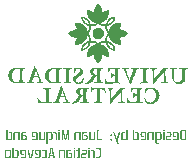
<source format=gbr>
%TF.GenerationSoftware,Altium Limited,Altium Designer,20.0.13 (296)*%
G04 Layer_Color=32896*
%FSLAX45Y45*%
%MOMM*%
%TF.FileFunction,Legend,Bot*%
%TF.Part,Single*%
G01*
G75*
G36*
X14645488Y10589124D02*
X14648692D01*
Y10585920D01*
X14651897D01*
Y10582715D01*
X14655099D01*
Y10579511D01*
Y10576307D01*
X14658304D01*
Y10573103D01*
X14661508D01*
Y10569899D01*
X14664713D01*
Y10566695D01*
Y10563490D01*
X14667917D01*
Y10560286D01*
Y10557082D01*
X14671121D01*
Y10553878D01*
Y10550674D01*
Y10547470D01*
X14674326D01*
Y10544265D01*
Y10541061D01*
Y10537857D01*
Y10534653D01*
Y10531449D01*
X14677528D01*
Y10528245D01*
Y10525041D01*
Y10521836D01*
Y10518632D01*
X14680733D01*
Y10521836D01*
X14687141D01*
Y10525041D01*
X14693550D01*
Y10528245D01*
X14699957D01*
Y10531449D01*
X14712775D01*
Y10534653D01*
X14732001D01*
Y10531449D01*
X14735204D01*
Y10528245D01*
Y10525041D01*
Y10521836D01*
Y10518632D01*
Y10515428D01*
Y10512224D01*
Y10509020D01*
Y10505816D01*
X14732001D01*
Y10502611D01*
Y10499407D01*
Y10496203D01*
Y10492999D01*
X14728796D01*
Y10489795D01*
Y10486591D01*
Y10483386D01*
X14725592D01*
Y10480182D01*
Y10476978D01*
X14722388D01*
Y10473774D01*
Y10470570D01*
X14719183D01*
Y10467366D01*
Y10464161D01*
X14715979D01*
Y10460957D01*
X14712775D01*
Y10457753D01*
X14709570D01*
Y10454549D01*
X14706367D01*
Y10451345D01*
X14703163D01*
Y10448141D01*
X14699957D01*
Y10444937D01*
X14696754D01*
Y10441732D01*
X14690346D01*
Y10438528D01*
X14683939D01*
Y10435324D01*
X14677528D01*
Y10432120D01*
X14667917D01*
Y10428916D01*
X14661508D01*
Y10425712D01*
X14664713D01*
Y10422507D01*
X14671121D01*
Y10419303D01*
X14677528D01*
Y10416099D01*
X14706367D01*
Y10419303D01*
Y10422507D01*
X14709570D01*
Y10425712D01*
Y10428916D01*
Y10432120D01*
X14712775D01*
Y10435324D01*
Y10438528D01*
X14715979D01*
Y10441732D01*
Y10444937D01*
X14719183D01*
Y10448141D01*
X14722388D01*
Y10451345D01*
Y10454549D01*
X14725592D01*
Y10457753D01*
X14728796D01*
Y10460957D01*
X14732001D01*
Y10464161D01*
X14735204D01*
Y10467366D01*
X14741612D01*
Y10470570D01*
X14744817D01*
Y10473774D01*
X14751225D01*
Y10476978D01*
X14757632D01*
Y10480182D01*
X14767245D01*
Y10483386D01*
X14786472D01*
Y10480182D01*
Y10476978D01*
Y10473774D01*
Y10470570D01*
Y10467366D01*
Y10464161D01*
X14783266D01*
Y10460957D01*
Y10457753D01*
Y10454549D01*
X14780061D01*
Y10451345D01*
Y10448141D01*
X14776859D01*
Y10444937D01*
Y10441732D01*
X14773654D01*
Y10438528D01*
X14770450D01*
Y10435324D01*
Y10432120D01*
X14767245D01*
Y10428916D01*
X14764043D01*
Y10425712D01*
X14760837D01*
Y10422507D01*
X14757632D01*
Y10419303D01*
X14751225D01*
Y10416099D01*
X14748021D01*
Y10412895D01*
X14741612D01*
Y10409691D01*
X14735204D01*
Y10406487D01*
X14725592D01*
Y10403282D01*
X14719183D01*
Y10400079D01*
X14715979D01*
Y10396874D01*
Y10393670D01*
Y10390466D01*
X14719183D01*
Y10387262D01*
Y10384058D01*
Y10380854D01*
Y10377649D01*
Y10374445D01*
X14722388D01*
Y10371241D01*
Y10368037D01*
Y10364833D01*
X14725592D01*
Y10361629D01*
Y10358424D01*
X14732001D01*
Y10361629D01*
Y10364833D01*
Y10368037D01*
X14735204D01*
Y10371241D01*
Y10374445D01*
Y10377649D01*
X14738408D01*
Y10380854D01*
Y10384058D01*
X14741612D01*
Y10387262D01*
Y10390466D01*
X14744817D01*
Y10393670D01*
X14748021D01*
Y10396874D01*
X14751225D01*
Y10400079D01*
X14754430D01*
Y10403282D01*
Y10406487D01*
X14760837D01*
Y10409691D01*
X14764043D01*
Y10412895D01*
X14767245D01*
Y10416099D01*
X14770450D01*
Y10419303D01*
X14776859D01*
Y10422507D01*
X14783266D01*
Y10425712D01*
X14792879D01*
Y10428916D01*
X14805696D01*
Y10432120D01*
X14834534D01*
Y10428916D01*
X14837737D01*
Y10425712D01*
Y10422507D01*
Y10419303D01*
Y10416099D01*
Y10412895D01*
X14834534D01*
Y10409691D01*
Y10406487D01*
Y10403282D01*
Y10400079D01*
X14831329D01*
Y10396874D01*
Y10393670D01*
X14828125D01*
Y10390466D01*
Y10387262D01*
X14824921D01*
Y10384058D01*
Y10380854D01*
X14821716D01*
Y10377649D01*
X14818512D01*
Y10374445D01*
X14837737D01*
Y10371241D01*
X14850554D01*
Y10368037D01*
X14860165D01*
Y10364833D01*
X14866576D01*
Y10361629D01*
X14872983D01*
Y10358424D01*
X14876187D01*
Y10355220D01*
X14882594D01*
Y10352016D01*
X14885800D01*
Y10348812D01*
X14889005D01*
Y10345608D01*
X14892207D01*
Y10342403D01*
X14895412D01*
Y10339200D01*
Y10335995D01*
X14892207D01*
Y10332791D01*
X14889005D01*
Y10329587D01*
X14885800D01*
Y10326383D01*
X14882594D01*
Y10323179D01*
X14876187D01*
Y10319975D01*
X14872983D01*
Y10316770D01*
X14866576D01*
Y10313566D01*
X14860165D01*
Y10310362D01*
X14850554D01*
Y10307158D01*
X14837737D01*
Y10303954D01*
X14818512D01*
Y10300750D01*
X14821716D01*
Y10297545D01*
X14824921D01*
Y10294341D01*
Y10291137D01*
X14828125D01*
Y10287933D01*
Y10284729D01*
X14831329D01*
Y10281525D01*
Y10278321D01*
X14834534D01*
Y10275116D01*
Y10271912D01*
Y10268708D01*
Y10265504D01*
X14837737D01*
Y10262300D01*
Y10259096D01*
Y10255891D01*
Y10252687D01*
Y10249483D01*
Y10246279D01*
X14805696D01*
Y10249483D01*
X14792879D01*
Y10252687D01*
X14783266D01*
Y10255891D01*
X14776859D01*
Y10259096D01*
X14770450D01*
Y10262300D01*
X14767245D01*
Y10265504D01*
X14764043D01*
Y10268708D01*
X14757632D01*
Y10271912D01*
X14754430D01*
Y10275116D01*
X14751225D01*
Y10278321D01*
Y10281525D01*
X14748021D01*
Y10284729D01*
X14744817D01*
Y10287933D01*
X14741612D01*
Y10291137D01*
Y10294341D01*
X14738408D01*
Y10297545D01*
Y10300750D01*
X14735204D01*
Y10303954D01*
Y10307158D01*
Y10310362D01*
X14732001D01*
Y10313566D01*
Y10316770D01*
Y10319975D01*
X14725592D01*
Y10316770D01*
Y10313566D01*
X14722388D01*
Y10310362D01*
Y10307158D01*
X14719183D01*
Y10303954D01*
Y10300750D01*
Y10297545D01*
Y10294341D01*
Y10291137D01*
X14715979D01*
Y10287933D01*
Y10284729D01*
Y10281525D01*
Y10278321D01*
Y10275116D01*
X14725592D01*
Y10271912D01*
X14735204D01*
Y10268708D01*
X14741612D01*
Y10265504D01*
X14748021D01*
Y10262300D01*
X14751225D01*
Y10259096D01*
X14754430D01*
Y10255891D01*
X14760837D01*
Y10252687D01*
X14764043D01*
Y10249483D01*
Y10246279D01*
X14767245D01*
Y10243075D01*
X14770450D01*
Y10239871D01*
X14773654D01*
Y10236666D01*
Y10233462D01*
X14776859D01*
Y10230258D01*
X14780061D01*
Y10227054D01*
Y10223850D01*
Y10220646D01*
X14783266D01*
Y10217441D01*
Y10214237D01*
Y10211033D01*
X14786472D01*
Y10207829D01*
Y10204625D01*
Y10201421D01*
Y10198217D01*
Y10195012D01*
X14767245D01*
Y10198217D01*
X14757632D01*
Y10201421D01*
X14751225D01*
Y10204625D01*
X14744817D01*
Y10207829D01*
X14738408D01*
Y10211033D01*
X14735204D01*
Y10214237D01*
X14732001D01*
Y10217441D01*
X14728796D01*
Y10220646D01*
X14725592D01*
Y10223850D01*
X14722388D01*
Y10227054D01*
X14719183D01*
Y10230258D01*
Y10233462D01*
X14715979D01*
Y10236666D01*
X14712775D01*
Y10239871D01*
Y10243075D01*
X14709570D01*
Y10246279D01*
Y10249483D01*
Y10252687D01*
X14706367D01*
Y10255891D01*
Y10259096D01*
Y10262300D01*
X14677528D01*
Y10259096D01*
X14671121D01*
Y10255891D01*
X14664713D01*
Y10252687D01*
X14658304D01*
Y10249483D01*
X14667917D01*
Y10246279D01*
X14677528D01*
Y10243075D01*
X14683939D01*
Y10239871D01*
X14690346D01*
Y10236666D01*
X14693550D01*
Y10233462D01*
X14699957D01*
Y10230258D01*
X14703163D01*
Y10227054D01*
X14706367D01*
Y10223850D01*
X14709570D01*
Y10220646D01*
X14712775D01*
Y10217441D01*
X14715979D01*
Y10214237D01*
Y10211033D01*
X14719183D01*
Y10207829D01*
X14722388D01*
Y10204625D01*
Y10201421D01*
X14725592D01*
Y10198217D01*
Y10195012D01*
X14728796D01*
Y10191808D01*
Y10188604D01*
Y10185400D01*
X14732001D01*
Y10182196D01*
Y10178992D01*
Y10175787D01*
Y10172583D01*
Y10169379D01*
X14735204D01*
Y10166175D01*
Y10162971D01*
Y10159767D01*
Y10156562D01*
Y10153358D01*
Y10150154D01*
X14732001D01*
Y10146950D01*
Y10143746D01*
Y10140542D01*
X14725592D01*
Y10143746D01*
X14709570D01*
Y10146950D01*
X14699957D01*
Y10150154D01*
X14690346D01*
Y10153358D01*
X14687141D01*
Y10156562D01*
X14680733D01*
Y10159767D01*
X14677528D01*
Y10156562D01*
Y10153358D01*
Y10150154D01*
X14674326D01*
Y10146950D01*
Y10143746D01*
Y10140542D01*
Y10137338D01*
Y10134133D01*
X14671121D01*
Y10130929D01*
Y10127725D01*
Y10124521D01*
Y10121317D01*
X14667917D01*
Y10118113D01*
Y10114908D01*
X14664713D01*
Y10111704D01*
Y10108500D01*
X14661508D01*
Y10105296D01*
X14658304D01*
Y10102092D01*
Y10098888D01*
X14655099D01*
Y10095683D01*
X14651897D01*
Y10092479D01*
X14648692D01*
Y10089275D01*
X14645488D01*
Y10086071D01*
X14639079D01*
Y10089275D01*
X14632671D01*
Y10092479D01*
X14629466D01*
Y10095683D01*
Y10098888D01*
X14626263D01*
Y10102092D01*
X14623059D01*
Y10105296D01*
X14619855D01*
Y10108500D01*
Y10111704D01*
X14616650D01*
Y10114908D01*
Y10118113D01*
X14613446D01*
Y10121317D01*
Y10124521D01*
X14610242D01*
Y10127725D01*
Y10130929D01*
Y10134133D01*
Y10137338D01*
X14607037D01*
Y10140542D01*
Y10143746D01*
Y10146950D01*
Y10150154D01*
Y10153358D01*
Y10156562D01*
Y10159767D01*
X14600629D01*
Y10156562D01*
X14597424D01*
Y10153358D01*
X14591017D01*
Y10150154D01*
X14581406D01*
Y10146950D01*
X14571793D01*
Y10143746D01*
X14555771D01*
Y10140542D01*
X14549364D01*
Y10143746D01*
Y10146950D01*
Y10150154D01*
Y10153358D01*
Y10156562D01*
Y10159767D01*
Y10162971D01*
Y10166175D01*
Y10169379D01*
Y10172583D01*
Y10175787D01*
Y10178992D01*
X14552567D01*
Y10182196D01*
Y10185400D01*
Y10188604D01*
Y10191808D01*
X14555771D01*
Y10195012D01*
Y10198217D01*
X14558975D01*
Y10201421D01*
Y10204625D01*
X14562180D01*
Y10207829D01*
Y10211033D01*
X14565384D01*
Y10214237D01*
X14568588D01*
Y10217441D01*
X14571793D01*
Y10220646D01*
X14574995D01*
Y10223850D01*
X14578200D01*
Y10227054D01*
X14581406D01*
Y10230258D01*
X14584608D01*
Y10233462D01*
X14587813D01*
Y10236666D01*
X14594221D01*
Y10239871D01*
X14600629D01*
Y10243075D01*
X14607037D01*
Y10246279D01*
X14616650D01*
Y10249483D01*
X14623059D01*
Y10252687D01*
X14619855D01*
Y10255891D01*
X14613446D01*
Y10259096D01*
X14603835D01*
Y10262300D01*
X14578200D01*
Y10259096D01*
X14574995D01*
Y10255891D01*
Y10252687D01*
Y10249483D01*
X14571793D01*
Y10246279D01*
Y10243075D01*
X14568588D01*
Y10239871D01*
Y10236666D01*
X14565384D01*
Y10233462D01*
Y10230258D01*
X14562180D01*
Y10227054D01*
X14558975D01*
Y10223850D01*
X14555771D01*
Y10220646D01*
X14552567D01*
Y10217441D01*
X14549364D01*
Y10214237D01*
X14546159D01*
Y10211033D01*
X14542955D01*
Y10207829D01*
X14536546D01*
Y10204625D01*
X14533342D01*
Y10201421D01*
X14526933D01*
Y10198217D01*
X14517320D01*
Y10195012D01*
X14504504D01*
Y10191808D01*
X14501302D01*
Y10195012D01*
X14494891D01*
Y10198217D01*
Y10201421D01*
Y10204625D01*
Y10207829D01*
X14498096D01*
Y10211033D01*
Y10214237D01*
Y10217441D01*
Y10220646D01*
X14501302D01*
Y10223850D01*
Y10227054D01*
X14504504D01*
Y10230258D01*
Y10233462D01*
X14507709D01*
Y10236666D01*
Y10239871D01*
X14510913D01*
Y10243075D01*
X14514117D01*
Y10246279D01*
X14517320D01*
Y10249483D01*
X14520525D01*
Y10252687D01*
X14523730D01*
Y10255891D01*
X14526933D01*
Y10259096D01*
X14530138D01*
Y10262300D01*
X14536546D01*
Y10265504D01*
X14539751D01*
Y10268708D01*
X14549364D01*
Y10271912D01*
X14555771D01*
Y10275116D01*
X14565384D01*
Y10278321D01*
Y10281525D01*
Y10284729D01*
Y10287933D01*
Y10291137D01*
Y10294341D01*
Y10297545D01*
X14562180D01*
Y10300750D01*
Y10303954D01*
Y10307158D01*
X14558975D01*
Y10310362D01*
Y10313566D01*
Y10316770D01*
X14555771D01*
Y10319975D01*
X14552567D01*
Y10316770D01*
X14549364D01*
Y10313566D01*
Y10310362D01*
Y10307158D01*
Y10303954D01*
X14546159D01*
Y10300750D01*
Y10297545D01*
X14542955D01*
Y10294341D01*
Y10291137D01*
X14539751D01*
Y10287933D01*
X14536546D01*
Y10284729D01*
Y10281525D01*
X14533342D01*
Y10278321D01*
X14530138D01*
Y10275116D01*
X14526933D01*
Y10271912D01*
X14523730D01*
Y10268708D01*
X14520525D01*
Y10265504D01*
X14517320D01*
Y10262300D01*
X14510913D01*
Y10259096D01*
X14507709D01*
Y10255891D01*
X14501302D01*
Y10252687D01*
X14491689D01*
Y10249483D01*
X14482076D01*
Y10246279D01*
X14443626D01*
Y10249483D01*
Y10252687D01*
Y10255891D01*
Y10259096D01*
X14446831D01*
Y10262300D01*
Y10265504D01*
Y10268708D01*
Y10271912D01*
X14450034D01*
Y10275116D01*
Y10278321D01*
Y10281525D01*
X14453238D01*
Y10284729D01*
Y10287933D01*
X14456442D01*
Y10291137D01*
Y10294341D01*
X14459647D01*
Y10297545D01*
Y10300750D01*
X14462851D01*
Y10303954D01*
X14440422D01*
Y10307158D01*
X14430809D01*
Y10310362D01*
X14421198D01*
Y10313566D01*
X14414787D01*
Y10316770D01*
X14408380D01*
Y10319975D01*
X14405176D01*
Y10323179D01*
X14401971D01*
Y10326383D01*
X14395564D01*
Y10329587D01*
X14392358D01*
Y10332791D01*
X14389156D01*
Y10335995D01*
Y10339200D01*
Y10342403D01*
X14392358D01*
Y10345608D01*
X14395564D01*
Y10348812D01*
X14398767D01*
Y10352016D01*
X14401971D01*
Y10355220D01*
X14405176D01*
Y10358424D01*
X14411584D01*
Y10361629D01*
X14417992D01*
Y10364833D01*
X14424400D01*
Y10368037D01*
X14434013D01*
Y10371241D01*
X14446831D01*
Y10374445D01*
X14462851D01*
Y10377649D01*
X14459647D01*
Y10380854D01*
Y10384058D01*
X14456442D01*
Y10387262D01*
X14453238D01*
Y10390466D01*
Y10393670D01*
Y10396874D01*
X14450034D01*
Y10400079D01*
Y10403282D01*
X14446831D01*
Y10406487D01*
Y10409691D01*
Y10412895D01*
Y10416099D01*
Y10419303D01*
X14443626D01*
Y10422507D01*
Y10425712D01*
Y10428916D01*
X14450034D01*
Y10432120D01*
X14472462D01*
Y10428916D01*
X14488484D01*
Y10425712D01*
X14498096D01*
Y10422507D01*
X14504504D01*
Y10419303D01*
X14510913D01*
Y10416099D01*
X14514117D01*
Y10412895D01*
X14520525D01*
Y10409691D01*
X14523730D01*
Y10406487D01*
X14526933D01*
Y10403282D01*
X14530138D01*
Y10400079D01*
X14533342D01*
Y10396874D01*
Y10393670D01*
X14536546D01*
Y10390466D01*
X14539751D01*
Y10387262D01*
Y10384058D01*
X14542955D01*
Y10380854D01*
X14546159D01*
Y10377649D01*
Y10374445D01*
Y10371241D01*
X14549364D01*
Y10368037D01*
Y10364833D01*
Y10361629D01*
X14552567D01*
Y10358424D01*
Y10355220D01*
X14555771D01*
Y10358424D01*
Y10361629D01*
X14558975D01*
Y10364833D01*
Y10368037D01*
X14562180D01*
Y10371241D01*
Y10374445D01*
Y10377649D01*
X14565384D01*
Y10380854D01*
Y10384058D01*
Y10387262D01*
Y10390466D01*
Y10393670D01*
Y10396874D01*
Y10400079D01*
Y10403282D01*
X14558975D01*
Y10406487D01*
X14549364D01*
Y10409691D01*
X14542955D01*
Y10412895D01*
X14536546D01*
Y10416099D01*
X14530138D01*
Y10419303D01*
X14526933D01*
Y10422507D01*
X14523730D01*
Y10425712D01*
X14520525D01*
Y10428916D01*
X14517320D01*
Y10432120D01*
X14514117D01*
Y10435324D01*
X14510913D01*
Y10438528D01*
Y10441732D01*
X14507709D01*
Y10444937D01*
Y10448141D01*
X14504504D01*
Y10451345D01*
Y10454549D01*
X14501302D01*
Y10457753D01*
Y10460957D01*
X14498096D01*
Y10464161D01*
Y10467366D01*
Y10470570D01*
Y10473774D01*
X14494891D01*
Y10476978D01*
Y10480182D01*
X14498096D01*
Y10483386D01*
X14517320D01*
Y10480182D01*
X14526933D01*
Y10476978D01*
X14533342D01*
Y10473774D01*
X14539751D01*
Y10470570D01*
X14542955D01*
Y10467366D01*
X14546159D01*
Y10464161D01*
X14552567D01*
Y10460957D01*
X14555771D01*
Y10457753D01*
X14558975D01*
Y10454549D01*
Y10451345D01*
X14562180D01*
Y10448141D01*
X14565384D01*
Y10444937D01*
X14568588D01*
Y10441732D01*
Y10438528D01*
X14571793D01*
Y10435324D01*
Y10432120D01*
X14574995D01*
Y10428916D01*
Y10425712D01*
Y10422507D01*
X14578200D01*
Y10419303D01*
Y10416099D01*
X14607037D01*
Y10419303D01*
X14613446D01*
Y10422507D01*
X14619855D01*
Y10425712D01*
X14623059D01*
Y10428916D01*
X14613446D01*
Y10432120D01*
X14603835D01*
Y10435324D01*
X14597424D01*
Y10438528D01*
X14591017D01*
Y10441732D01*
X14587813D01*
Y10444937D01*
X14584608D01*
Y10448141D01*
X14578200D01*
Y10451345D01*
X14574995D01*
Y10454549D01*
X14571793D01*
Y10457753D01*
Y10460957D01*
X14568588D01*
Y10464161D01*
X14565384D01*
Y10467366D01*
X14562180D01*
Y10470570D01*
Y10473774D01*
X14558975D01*
Y10476978D01*
Y10480182D01*
X14555771D01*
Y10483386D01*
Y10486591D01*
Y10489795D01*
X14552567D01*
Y10492999D01*
Y10496203D01*
Y10499407D01*
X14549364D01*
Y10502611D01*
Y10505816D01*
Y10509020D01*
Y10512224D01*
Y10515428D01*
Y10518632D01*
Y10521836D01*
Y10525041D01*
Y10528245D01*
Y10531449D01*
Y10534653D01*
X14571793D01*
Y10531449D01*
X14581406D01*
Y10528245D01*
X14587813D01*
Y10525041D01*
X14594221D01*
Y10521836D01*
X14600629D01*
Y10518632D01*
X14607037D01*
Y10521836D01*
Y10525041D01*
Y10528245D01*
Y10531449D01*
Y10534653D01*
Y10537857D01*
Y10541061D01*
X14610242D01*
Y10544265D01*
Y10547470D01*
Y10550674D01*
X14613446D01*
Y10553878D01*
Y10557082D01*
Y10560286D01*
X14616650D01*
Y10563490D01*
Y10566695D01*
X14619855D01*
Y10569899D01*
X14623059D01*
Y10573103D01*
Y10576307D01*
X14626263D01*
Y10579511D01*
X14629466D01*
Y10582715D01*
X14632671D01*
Y10585920D01*
X14635875D01*
Y10589124D01*
X14639079D01*
Y10592328D01*
X14645488D01*
Y10589124D01*
D02*
G37*
G36*
X14828125Y10044417D02*
Y10041213D01*
X14821716D01*
Y10038009D01*
X14812103D01*
Y10034804D01*
X14808900D01*
Y10031600D01*
Y10028396D01*
Y10025192D01*
X14805696D01*
Y10021988D01*
Y10018784D01*
Y10015580D01*
Y10012375D01*
Y10009171D01*
Y10005967D01*
Y10002763D01*
Y9999559D01*
Y9996355D01*
Y9993150D01*
Y9989946D01*
Y9986742D01*
Y9983538D01*
Y9980334D01*
Y9977130D01*
Y9973925D01*
Y9970721D01*
Y9967517D01*
Y9964313D01*
Y9961109D01*
Y9957905D01*
Y9954701D01*
Y9951496D01*
Y9948292D01*
Y9945088D01*
Y9941884D01*
X14808900D01*
Y9938680D01*
Y9935476D01*
Y9932271D01*
X14812103D01*
Y9929067D01*
X14815308D01*
Y9925863D01*
X14821716D01*
Y9922659D01*
X14828125D01*
Y9919455D01*
Y9916251D01*
X14818512D01*
Y9919455D01*
X14764043D01*
Y9916251D01*
X14703163D01*
Y9919455D01*
X14699957D01*
Y9922659D01*
Y9925863D01*
Y9929067D01*
Y9932271D01*
Y9935476D01*
X14696754D01*
Y9938680D01*
Y9941884D01*
Y9945088D01*
Y9948292D01*
Y9951496D01*
Y9954701D01*
Y9957905D01*
Y9961109D01*
X14703163D01*
Y9957905D01*
Y9954701D01*
Y9951496D01*
X14706367D01*
Y9948292D01*
Y9945088D01*
X14709570D01*
Y9941884D01*
Y9938680D01*
X14712775D01*
Y9935476D01*
X14715979D01*
Y9932271D01*
X14722388D01*
Y9929067D01*
X14728796D01*
Y9925863D01*
X14770450D01*
Y9929067D01*
X14776859D01*
Y9932271D01*
X14780061D01*
Y9935476D01*
Y9938680D01*
Y9941884D01*
Y9945088D01*
Y9948292D01*
Y9951496D01*
Y9954701D01*
Y9957905D01*
Y9961109D01*
Y9964313D01*
Y9967517D01*
Y9970721D01*
Y9973925D01*
Y9977130D01*
Y9980334D01*
X14776859D01*
Y9977130D01*
X14764043D01*
Y9973925D01*
X14760837D01*
Y9970721D01*
Y9967517D01*
X14757632D01*
Y9964313D01*
Y9961109D01*
X14751225D01*
Y9964313D01*
Y9967517D01*
Y9970721D01*
Y9973925D01*
Y9977130D01*
Y9980334D01*
Y9983538D01*
Y9986742D01*
Y9989946D01*
Y9993150D01*
Y9996355D01*
Y9999559D01*
Y10002763D01*
Y10005967D01*
Y10009171D01*
X14757632D01*
Y10005967D01*
Y10002763D01*
Y9999559D01*
X14760837D01*
Y9996355D01*
X14764043D01*
Y9993150D01*
X14773654D01*
Y9989946D01*
X14780061D01*
Y9993150D01*
Y9996355D01*
Y9999559D01*
Y10002763D01*
Y10005967D01*
Y10009171D01*
Y10012375D01*
Y10015580D01*
Y10018784D01*
Y10021988D01*
Y10025192D01*
Y10028396D01*
Y10031600D01*
Y10034804D01*
Y10038009D01*
X14751225D01*
Y10034804D01*
X14744817D01*
Y10031600D01*
X14741612D01*
Y10028396D01*
X14738408D01*
Y10025192D01*
Y10021988D01*
Y10018784D01*
X14735204D01*
Y10015580D01*
Y10012375D01*
X14732001D01*
Y10015580D01*
X14728796D01*
Y10018784D01*
Y10021988D01*
Y10025192D01*
Y10028396D01*
Y10031600D01*
Y10034804D01*
Y10038009D01*
Y10041213D01*
Y10044417D01*
Y10047621D01*
X14828125D01*
Y10044417D01*
D02*
G37*
G36*
X15235052D02*
Y10041213D01*
X15228644D01*
Y10038009D01*
X15219032D01*
Y10034804D01*
X15215828D01*
Y10031600D01*
X15212624D01*
Y10028396D01*
Y10025192D01*
Y10021988D01*
X15209419D01*
Y10018784D01*
Y10015580D01*
Y10012375D01*
Y10009171D01*
Y10005967D01*
Y10002763D01*
Y9999559D01*
Y9996355D01*
Y9993150D01*
Y9989946D01*
Y9986742D01*
Y9983538D01*
Y9980334D01*
Y9977130D01*
X15212624D01*
Y9973925D01*
Y9970721D01*
Y9967517D01*
Y9964313D01*
Y9961109D01*
Y9957905D01*
Y9954701D01*
Y9951496D01*
Y9948292D01*
Y9945088D01*
Y9941884D01*
Y9938680D01*
X15215828D01*
Y9935476D01*
Y9932271D01*
X15219032D01*
Y9929067D01*
X15222237D01*
Y9925863D01*
X15228644D01*
Y9922659D01*
X15235052D01*
Y9919455D01*
X15177377D01*
Y9916251D01*
X15174174D01*
Y9919455D01*
Y9922659D01*
X15177377D01*
Y9925863D01*
X15186990D01*
Y9929067D01*
X15193399D01*
Y9932271D01*
X15196603D01*
Y9935476D01*
X15199808D01*
Y9938680D01*
Y9941884D01*
Y9945088D01*
Y9948292D01*
Y9951496D01*
Y9954701D01*
Y9957905D01*
X15203011D01*
Y9961109D01*
Y9964313D01*
Y9967517D01*
Y9970721D01*
Y9973925D01*
Y9977130D01*
Y9980334D01*
Y9983538D01*
Y9986742D01*
Y9989946D01*
Y9993150D01*
Y9996355D01*
Y9999559D01*
Y10002763D01*
Y10005967D01*
Y10009171D01*
Y10012375D01*
X15199808D01*
Y10009171D01*
X15196603D01*
Y10005967D01*
X15193399D01*
Y10002763D01*
X15190195D01*
Y9999559D01*
X15186990D01*
Y9996355D01*
X15183786D01*
Y9993150D01*
X15180582D01*
Y9989946D01*
X15177377D01*
Y9986742D01*
X15174174D01*
Y9983538D01*
Y9980334D01*
X15170969D01*
Y9977130D01*
X15167764D01*
Y9973925D01*
X15164561D01*
Y9970721D01*
X15161357D01*
Y9967517D01*
X15158153D01*
Y9964313D01*
X15154948D01*
Y9961109D01*
X15151746D01*
Y9957905D01*
X15148540D01*
Y9954701D01*
X15145335D01*
Y9951496D01*
X15142133D01*
Y9948292D01*
Y9945088D01*
X15138928D01*
Y9941884D01*
X15135724D01*
Y9938680D01*
X15132520D01*
Y9935476D01*
X15129315D01*
Y9932271D01*
X15126111D01*
Y9929067D01*
X15122906D01*
Y9925863D01*
X15119704D01*
Y9922659D01*
X15116499D01*
Y9919455D01*
Y9916251D01*
X15113295D01*
Y9913046D01*
X15106886D01*
Y9916251D01*
X15103682D01*
Y9919455D01*
Y9922659D01*
Y9925863D01*
Y9929067D01*
Y9932271D01*
Y9935476D01*
Y9938680D01*
Y9941884D01*
Y9945088D01*
Y9948292D01*
Y9951496D01*
Y9954701D01*
Y9957905D01*
Y9961109D01*
Y9964313D01*
Y9967517D01*
Y9970721D01*
Y9973925D01*
Y9977130D01*
Y9980334D01*
Y9983538D01*
Y9986742D01*
Y9989946D01*
Y9993150D01*
Y9996355D01*
Y9999559D01*
Y10002763D01*
Y10005967D01*
Y10009171D01*
Y10012375D01*
Y10015580D01*
Y10018784D01*
X15100478D01*
Y10021988D01*
Y10025192D01*
Y10028396D01*
Y10031600D01*
Y10034804D01*
X15097273D01*
Y10038009D01*
X15090865D01*
Y10041213D01*
X15084457D01*
Y10044417D01*
Y10047621D01*
X15138928D01*
Y10044417D01*
Y10041213D01*
X15129315D01*
Y10038009D01*
X15122906D01*
Y10034804D01*
X15119704D01*
Y10031600D01*
X15116499D01*
Y10028396D01*
Y10025192D01*
X15113295D01*
Y10021988D01*
Y10018784D01*
Y10015580D01*
Y10012375D01*
Y10009171D01*
Y10005967D01*
Y10002763D01*
Y9999559D01*
Y9996355D01*
Y9993150D01*
Y9989946D01*
Y9986742D01*
Y9983538D01*
Y9980334D01*
Y9977130D01*
Y9973925D01*
Y9970721D01*
Y9967517D01*
Y9964313D01*
Y9961109D01*
Y9957905D01*
X15116499D01*
Y9961109D01*
X15119704D01*
Y9964313D01*
X15122906D01*
Y9967517D01*
X15126111D01*
Y9970721D01*
X15129315D01*
Y9973925D01*
X15132520D01*
Y9977130D01*
X15135724D01*
Y9980334D01*
Y9983538D01*
X15138928D01*
Y9986742D01*
X15142133D01*
Y9989946D01*
X15145335D01*
Y9993150D01*
X15148540D01*
Y9996355D01*
X15151746D01*
Y9999559D01*
X15154948D01*
Y10002763D01*
X15158153D01*
Y10005967D01*
X15161357D01*
Y10009171D01*
Y10012375D01*
X15164561D01*
Y10015580D01*
X15167764D01*
Y10018784D01*
X15170969D01*
Y10021988D01*
X15174174D01*
Y10025192D01*
X15177377D01*
Y10028396D01*
X15180582D01*
Y10031600D01*
Y10034804D01*
X15183786D01*
Y10038009D01*
X15186990D01*
Y10041213D01*
X15190195D01*
Y10044417D01*
X15193399D01*
Y10047621D01*
X15235052D01*
Y10044417D01*
D02*
G37*
G36*
X14985127D02*
Y10041213D01*
X14978720D01*
Y10038009D01*
X14975516D01*
Y10034804D01*
X14972311D01*
Y10031600D01*
X14969107D01*
Y10028396D01*
X14965904D01*
Y10025192D01*
Y10021988D01*
X14962698D01*
Y10018784D01*
Y10015580D01*
X14959496D01*
Y10012375D01*
Y10009171D01*
Y10005967D01*
X14956291D01*
Y10002763D01*
Y9999559D01*
X14953087D01*
Y9996355D01*
Y9993150D01*
X14949883D01*
Y9989946D01*
Y9986742D01*
Y9983538D01*
X14946680D01*
Y9980334D01*
Y9977130D01*
X14943474D01*
Y9973925D01*
Y9970721D01*
Y9967517D01*
X14940269D01*
Y9964313D01*
Y9961109D01*
X14937067D01*
Y9957905D01*
Y9954701D01*
X14933862D01*
Y9951496D01*
Y9948292D01*
Y9945088D01*
X14930658D01*
Y9941884D01*
Y9938680D01*
X14927454D01*
Y9935476D01*
Y9932271D01*
Y9929067D01*
X14924249D01*
Y9925863D01*
Y9922659D01*
X14921045D01*
Y9919455D01*
Y9916251D01*
X14917841D01*
Y9913046D01*
X14911433D01*
Y9916251D01*
X14908229D01*
Y9919455D01*
Y9922659D01*
X14905025D01*
Y9925863D01*
Y9929067D01*
X14901820D01*
Y9932271D01*
Y9935476D01*
Y9938680D01*
X14898616D01*
Y9941884D01*
Y9945088D01*
X14895412D01*
Y9948292D01*
Y9951496D01*
X14892207D01*
Y9954701D01*
Y9957905D01*
Y9961109D01*
X14889005D01*
Y9964313D01*
Y9967517D01*
X14885800D01*
Y9970721D01*
Y9973925D01*
Y9977130D01*
X14882594D01*
Y9980334D01*
Y9983538D01*
X14879391D01*
Y9986742D01*
Y9989946D01*
X14876187D01*
Y9993150D01*
Y9996355D01*
Y9999559D01*
X14872983D01*
Y10002763D01*
Y10005967D01*
X14869778D01*
Y10009171D01*
Y10012375D01*
X14866576D01*
Y10015580D01*
Y10018784D01*
Y10021988D01*
X14863370D01*
Y10025192D01*
Y10028396D01*
X14860165D01*
Y10031600D01*
X14856963D01*
Y10034804D01*
X14853758D01*
Y10038009D01*
X14847350D01*
Y10041213D01*
X14840941D01*
Y10044417D01*
Y10047621D01*
X14898616D01*
Y10044417D01*
Y10041213D01*
X14889005D01*
Y10038009D01*
X14882594D01*
Y10034804D01*
X14879391D01*
Y10031600D01*
Y10028396D01*
Y10025192D01*
Y10021988D01*
Y10018784D01*
X14882594D01*
Y10015580D01*
Y10012375D01*
Y10009171D01*
X14885800D01*
Y10005967D01*
Y10002763D01*
Y9999559D01*
X14889005D01*
Y9996355D01*
Y9993150D01*
Y9989946D01*
X14892207D01*
Y9986742D01*
Y9983538D01*
Y9980334D01*
X14895412D01*
Y9977130D01*
Y9973925D01*
Y9970721D01*
X14898616D01*
Y9967517D01*
Y9964313D01*
Y9961109D01*
X14901820D01*
Y9957905D01*
Y9954701D01*
X14905025D01*
Y9951496D01*
Y9948292D01*
X14908229D01*
Y9951496D01*
Y9954701D01*
X14911433D01*
Y9957905D01*
Y9961109D01*
Y9964313D01*
X14914638D01*
Y9967517D01*
Y9970721D01*
Y9973925D01*
X14917841D01*
Y9977130D01*
Y9980334D01*
X14921045D01*
Y9983538D01*
Y9986742D01*
Y9989946D01*
X14924249D01*
Y9993150D01*
Y9996355D01*
X14927454D01*
Y9999559D01*
Y10002763D01*
Y10005967D01*
X14930658D01*
Y10009171D01*
Y10012375D01*
X14933862D01*
Y10015580D01*
Y10018784D01*
Y10021988D01*
X14937067D01*
Y10025192D01*
Y10028396D01*
Y10031600D01*
Y10034804D01*
X14933862D01*
Y10038009D01*
X14927454D01*
Y10041213D01*
X14921045D01*
Y10044417D01*
Y10047621D01*
X14985127D01*
Y10044417D01*
D02*
G37*
G36*
X15401669D02*
Y10041213D01*
X15392056D01*
Y10038009D01*
X15385648D01*
Y10034804D01*
X15382443D01*
Y10031600D01*
X15379240D01*
Y10028396D01*
Y10025192D01*
Y10021988D01*
Y10018784D01*
Y10015580D01*
Y10012375D01*
Y10009171D01*
Y10005967D01*
Y10002763D01*
Y9999559D01*
Y9996355D01*
Y9993150D01*
Y9989946D01*
Y9986742D01*
Y9983538D01*
Y9980334D01*
Y9977130D01*
Y9973925D01*
Y9970721D01*
Y9967517D01*
Y9964313D01*
Y9961109D01*
Y9957905D01*
Y9954701D01*
Y9951496D01*
X15376036D01*
Y9948292D01*
Y9945088D01*
Y9941884D01*
Y9938680D01*
X15372832D01*
Y9935476D01*
Y9932271D01*
X15369627D01*
Y9929067D01*
X15366423D01*
Y9925863D01*
X15363219D01*
Y9922659D01*
X15356812D01*
Y9919455D01*
X15350401D01*
Y9916251D01*
X15302341D01*
Y9919455D01*
X15292728D01*
Y9922659D01*
X15289523D01*
Y9925863D01*
X15283115D01*
Y9929067D01*
X15279910D01*
Y9932271D01*
Y9935476D01*
X15276707D01*
Y9938680D01*
Y9941884D01*
X15273503D01*
Y9945088D01*
Y9948292D01*
Y9951496D01*
Y9954701D01*
X15270297D01*
Y9957905D01*
Y9961109D01*
Y9964313D01*
Y9967517D01*
Y9970721D01*
Y9973925D01*
Y9977130D01*
Y9980334D01*
Y9983538D01*
Y9986742D01*
Y9989946D01*
Y9993150D01*
Y9996355D01*
Y9999559D01*
Y10002763D01*
Y10005967D01*
Y10009171D01*
Y10012375D01*
X15267094D01*
Y10015580D01*
Y10018784D01*
Y10021988D01*
Y10025192D01*
Y10028396D01*
Y10031600D01*
X15263890D01*
Y10034804D01*
X15260686D01*
Y10038009D01*
X15257481D01*
Y10041213D01*
X15251073D01*
Y10044417D01*
Y10047621D01*
X15305544D01*
Y10044417D01*
Y10041213D01*
X15295932D01*
Y10038009D01*
X15289523D01*
Y10034804D01*
X15286319D01*
Y10031600D01*
X15283115D01*
Y10028396D01*
Y10025192D01*
Y10021988D01*
X15279910D01*
Y10018784D01*
Y10015580D01*
Y10012375D01*
Y10009171D01*
Y10005967D01*
Y10002763D01*
Y9999559D01*
Y9996355D01*
Y9993150D01*
Y9989946D01*
Y9986742D01*
Y9983538D01*
Y9980334D01*
Y9977130D01*
Y9973925D01*
Y9970721D01*
Y9967517D01*
Y9964313D01*
Y9961109D01*
Y9957905D01*
Y9954701D01*
Y9951496D01*
X15283115D01*
Y9948292D01*
Y9945088D01*
Y9941884D01*
X15286319D01*
Y9938680D01*
X15289523D01*
Y9935476D01*
X15292728D01*
Y9932271D01*
X15295932D01*
Y9929067D01*
X15305544D01*
Y9925863D01*
X15321565D01*
Y9929067D01*
X15331177D01*
Y9932271D01*
X15337585D01*
Y9935476D01*
X15340790D01*
Y9938680D01*
X15343994D01*
Y9941884D01*
X15347198D01*
Y9945088D01*
X15350401D01*
Y9948292D01*
Y9951496D01*
Y9954701D01*
X15353606D01*
Y9957905D01*
Y9961109D01*
Y9964313D01*
Y9967517D01*
Y9970721D01*
Y9973925D01*
Y9977130D01*
Y9980334D01*
Y9983538D01*
Y9986742D01*
Y9989946D01*
Y9993150D01*
Y9996355D01*
Y9999559D01*
Y10002763D01*
Y10005967D01*
Y10009171D01*
Y10012375D01*
Y10015580D01*
Y10018784D01*
Y10021988D01*
Y10025192D01*
X15350401D01*
Y10028396D01*
Y10031600D01*
Y10034804D01*
X15347198D01*
Y10038009D01*
X15337585D01*
Y10041213D01*
X15327972D01*
Y10044417D01*
Y10047621D01*
X15401669D01*
Y10044417D01*
D02*
G37*
G36*
X14680733D02*
Y10041213D01*
X14671121D01*
Y10038009D01*
X14664713D01*
Y10034804D01*
X14661508D01*
Y10031600D01*
Y10028396D01*
Y10025192D01*
Y10021988D01*
X14658304D01*
Y10018784D01*
Y10015580D01*
Y10012375D01*
Y10009171D01*
Y10005967D01*
Y10002763D01*
Y9999559D01*
Y9996355D01*
Y9993150D01*
Y9989946D01*
Y9986742D01*
Y9983538D01*
Y9980334D01*
Y9977130D01*
Y9973925D01*
Y9970721D01*
Y9967517D01*
Y9964313D01*
Y9961109D01*
Y9957905D01*
Y9954701D01*
Y9951496D01*
Y9948292D01*
Y9945088D01*
X14661508D01*
Y9941884D01*
Y9938680D01*
Y9935476D01*
Y9932271D01*
X14664713D01*
Y9929067D01*
X14667917D01*
Y9925863D01*
X14680733D01*
Y9922659D01*
Y9919455D01*
X14607037D01*
Y9922659D01*
Y9925863D01*
X14619855D01*
Y9929067D01*
X14626263D01*
Y9932271D01*
X14629466D01*
Y9935476D01*
X14632671D01*
Y9938680D01*
Y9941884D01*
Y9945088D01*
Y9948292D01*
Y9951496D01*
Y9954701D01*
X14635875D01*
Y9957905D01*
Y9961109D01*
Y9964313D01*
Y9967517D01*
Y9970721D01*
Y9973925D01*
Y9977130D01*
X14623059D01*
Y9973925D01*
X14619855D01*
Y9970721D01*
X14616650D01*
Y9967517D01*
X14613446D01*
Y9964313D01*
Y9961109D01*
X14610242D01*
Y9957905D01*
X14607037D01*
Y9954701D01*
Y9951496D01*
X14603835D01*
Y9948292D01*
Y9945088D01*
X14600629D01*
Y9941884D01*
X14597424D01*
Y9938680D01*
Y9935476D01*
X14594221D01*
Y9932271D01*
X14591017D01*
Y9929067D01*
X14587813D01*
Y9925863D01*
X14584608D01*
Y9922659D01*
X14578200D01*
Y9919455D01*
X14562180D01*
Y9916251D01*
X14533342D01*
Y9919455D01*
Y9922659D01*
X14542955D01*
Y9925863D01*
X14549364D01*
Y9929067D01*
X14552567D01*
Y9932271D01*
X14558975D01*
Y9935476D01*
X14562180D01*
Y9938680D01*
X14565384D01*
Y9941884D01*
X14568588D01*
Y9945088D01*
X14571793D01*
Y9948292D01*
X14574995D01*
Y9951496D01*
Y9954701D01*
X14578200D01*
Y9957905D01*
X14581406D01*
Y9961109D01*
X14584608D01*
Y9964313D01*
Y9967517D01*
X14587813D01*
Y9970721D01*
Y9973925D01*
X14591017D01*
Y9977130D01*
X14594221D01*
Y9980334D01*
Y9983538D01*
Y9986742D01*
X14591017D01*
Y9989946D01*
X14584608D01*
Y9993150D01*
X14581406D01*
Y9996355D01*
X14578200D01*
Y9999559D01*
Y10002763D01*
X14574995D01*
Y10005967D01*
Y10009171D01*
Y10012375D01*
Y10015580D01*
Y10018784D01*
Y10021988D01*
Y10025192D01*
Y10028396D01*
X14578200D01*
Y10031600D01*
Y10034804D01*
X14581406D01*
Y10038009D01*
X14584608D01*
Y10041213D01*
X14591017D01*
Y10044417D01*
X14600629D01*
Y10047621D01*
X14680733D01*
Y10044417D01*
D02*
G37*
G36*
X14421198D02*
Y10041213D01*
X14408380D01*
Y10038009D01*
X14401971D01*
Y10034804D01*
Y10031600D01*
X14398767D01*
Y10028396D01*
Y10025192D01*
Y10021988D01*
Y10018784D01*
X14395564D01*
Y10015580D01*
Y10012375D01*
Y10009171D01*
Y10005967D01*
Y10002763D01*
Y9999559D01*
Y9996355D01*
Y9993150D01*
Y9989946D01*
Y9986742D01*
Y9983538D01*
Y9980334D01*
Y9977130D01*
Y9973925D01*
Y9970721D01*
Y9967517D01*
Y9964313D01*
Y9961109D01*
Y9957905D01*
Y9954701D01*
Y9951496D01*
Y9948292D01*
Y9945088D01*
X14398767D01*
Y9941884D01*
Y9938680D01*
Y9935476D01*
Y9932271D01*
X14401971D01*
Y9929067D01*
X14405176D01*
Y9925863D01*
X14414787D01*
Y9922659D01*
X14421198D01*
Y9919455D01*
X14347501D01*
Y9922659D01*
X14353909D01*
Y9925863D01*
X14363522D01*
Y9929067D01*
X14366727D01*
Y9932271D01*
X14369930D01*
Y9935476D01*
Y9938680D01*
Y9941884D01*
Y9945088D01*
Y9948292D01*
Y9951496D01*
Y9954701D01*
X14373134D01*
Y9957905D01*
Y9961109D01*
Y9964313D01*
Y9967517D01*
Y9970721D01*
Y9973925D01*
Y9977130D01*
Y9980334D01*
Y9983538D01*
Y9986742D01*
Y9989946D01*
Y9993150D01*
Y9996355D01*
Y9999559D01*
Y10002763D01*
Y10005967D01*
Y10009171D01*
Y10012375D01*
X14369930D01*
Y10015580D01*
Y10018784D01*
Y10021988D01*
Y10025192D01*
Y10028396D01*
Y10031600D01*
X14366727D01*
Y10034804D01*
X14363522D01*
Y10038009D01*
X14357114D01*
Y10041213D01*
X14347501D01*
Y10044417D01*
Y10047621D01*
X14421198D01*
Y10044417D01*
D02*
G37*
G36*
X14334685D02*
Y10041213D01*
X14325072D01*
Y10038009D01*
X14318665D01*
Y10034804D01*
X14315460D01*
Y10031600D01*
X14312254D01*
Y10028396D01*
Y10025192D01*
Y10021988D01*
Y10018784D01*
Y10015580D01*
X14309052D01*
Y10012375D01*
Y10009171D01*
Y10005967D01*
Y10002763D01*
Y9999559D01*
Y9996355D01*
Y9993150D01*
Y9989946D01*
Y9986742D01*
Y9983538D01*
Y9980334D01*
Y9977130D01*
Y9973925D01*
Y9970721D01*
Y9967517D01*
Y9964313D01*
Y9961109D01*
Y9957905D01*
Y9954701D01*
Y9951496D01*
X14312254D01*
Y9948292D01*
Y9945088D01*
Y9941884D01*
Y9938680D01*
Y9935476D01*
Y9932271D01*
X14315460D01*
Y9929067D01*
X14318665D01*
Y9925863D01*
X14328276D01*
Y9922659D01*
X14334685D01*
Y9919455D01*
X14238560D01*
Y9922659D01*
X14228947D01*
Y9925863D01*
X14222539D01*
Y9929067D01*
X14219334D01*
Y9932271D01*
X14212926D01*
Y9935476D01*
X14209721D01*
Y9938680D01*
X14206519D01*
Y9941884D01*
X14203314D01*
Y9945088D01*
X14200110D01*
Y9948292D01*
Y9951496D01*
X14196906D01*
Y9954701D01*
Y9957905D01*
X14193703D01*
Y9961109D01*
Y9964313D01*
Y9967517D01*
Y9970721D01*
X14190497D01*
Y9973925D01*
Y9977130D01*
Y9980334D01*
Y9983538D01*
Y9986742D01*
Y9989946D01*
X14193703D01*
Y9993150D01*
Y9996355D01*
Y9999559D01*
Y10002763D01*
Y10005967D01*
X14196906D01*
Y10009171D01*
Y10012375D01*
X14200110D01*
Y10015580D01*
X14203314D01*
Y10018784D01*
Y10021988D01*
X14206519D01*
Y10025192D01*
X14209721D01*
Y10028396D01*
X14212926D01*
Y10031600D01*
X14216132D01*
Y10034804D01*
X14222539D01*
Y10038009D01*
X14228947D01*
Y10041213D01*
X14238560D01*
Y10044417D01*
X14251376D01*
Y10047621D01*
X14334685D01*
Y10044417D01*
D02*
G37*
G36*
X14107188Y10060438D02*
Y10057234D01*
Y10054029D01*
Y10050825D01*
X14110393D01*
Y10047621D01*
X14113599D01*
Y10044417D01*
X14116801D01*
Y10041213D01*
X14120006D01*
Y10038009D01*
Y10034804D01*
Y10031600D01*
X14123210D01*
Y10028396D01*
Y10025192D01*
X14126414D01*
Y10021988D01*
Y10018784D01*
Y10015580D01*
X14129617D01*
Y10012375D01*
Y10009171D01*
X14132823D01*
Y10005967D01*
Y10002763D01*
Y9999559D01*
X14136028D01*
Y9996355D01*
Y9993150D01*
X14139230D01*
Y9989946D01*
Y9986742D01*
Y9983538D01*
X14142435D01*
Y9980334D01*
Y9977130D01*
Y9973925D01*
X14145639D01*
Y9970721D01*
Y9967517D01*
X14148843D01*
Y9964313D01*
Y9961109D01*
Y9957905D01*
X14152048D01*
Y9954701D01*
Y9951496D01*
X14155252D01*
Y9948292D01*
Y9945088D01*
X14158456D01*
Y9941884D01*
Y9938680D01*
X14161659D01*
Y9935476D01*
Y9932271D01*
X14164864D01*
Y9929067D01*
X14171272D01*
Y9925863D01*
X14177681D01*
Y9922659D01*
Y9919455D01*
X14120006D01*
Y9922659D01*
X14126414D01*
Y9925863D01*
X14136028D01*
Y9929067D01*
X14139230D01*
Y9932271D01*
X14142435D01*
Y9935476D01*
Y9938680D01*
Y9941884D01*
Y9945088D01*
Y9948292D01*
X14139230D01*
Y9951496D01*
Y9954701D01*
Y9957905D01*
Y9961109D01*
X14136028D01*
Y9964313D01*
Y9967517D01*
X14132823D01*
Y9970721D01*
X14097577D01*
Y9967517D01*
X14094373D01*
Y9964313D01*
Y9961109D01*
X14091168D01*
Y9957905D01*
Y9954701D01*
X14087964D01*
Y9951496D01*
Y9948292D01*
Y9945088D01*
X14084760D01*
Y9941884D01*
Y9938680D01*
Y9935476D01*
Y9932271D01*
Y9929067D01*
X14087964D01*
Y9925863D01*
X14097577D01*
Y9922659D01*
Y9919455D01*
X14036697D01*
Y9922659D01*
Y9925863D01*
X14046310D01*
Y9929067D01*
X14049513D01*
Y9932271D01*
X14052719D01*
Y9935476D01*
X14055923D01*
Y9938680D01*
Y9941884D01*
X14059126D01*
Y9945088D01*
Y9948292D01*
X14062331D01*
Y9951496D01*
Y9954701D01*
Y9957905D01*
X14065535D01*
Y9961109D01*
Y9964313D01*
Y9967517D01*
X14068739D01*
Y9970721D01*
Y9973925D01*
X14071944D01*
Y9977130D01*
Y9980334D01*
Y9983538D01*
X14075148D01*
Y9986742D01*
Y9989946D01*
Y9993150D01*
X14078352D01*
Y9996355D01*
Y9999559D01*
X14081557D01*
Y10002763D01*
Y10005967D01*
Y10009171D01*
X14084760D01*
Y10012375D01*
Y10015580D01*
Y10018784D01*
X14087964D01*
Y10021988D01*
Y10025192D01*
X14091168D01*
Y10028396D01*
Y10031600D01*
Y10034804D01*
X14094373D01*
Y10038009D01*
Y10041213D01*
Y10044417D01*
X14097577D01*
Y10047621D01*
Y10050825D01*
X14100781D01*
Y10054029D01*
Y10057234D01*
Y10060438D01*
X14103986D01*
Y10063642D01*
X14107188D01*
Y10060438D01*
D02*
G37*
G36*
X13998248Y10047621D02*
X14023882D01*
Y10044417D01*
X14020677D01*
Y10041213D01*
X14011064D01*
Y10038009D01*
X14007860D01*
Y10034804D01*
X14001453D01*
Y10031600D01*
Y10028396D01*
Y10025192D01*
Y10021988D01*
Y10018784D01*
X13998248D01*
Y10015580D01*
Y10012375D01*
Y10009171D01*
Y10005967D01*
Y10002763D01*
Y9999559D01*
Y9996355D01*
Y9993150D01*
Y9989946D01*
Y9986742D01*
Y9983538D01*
Y9980334D01*
Y9977130D01*
Y9973925D01*
Y9970721D01*
Y9967517D01*
Y9964313D01*
Y9961109D01*
Y9957905D01*
Y9954701D01*
Y9951496D01*
Y9948292D01*
X14001453D01*
Y9945088D01*
Y9941884D01*
Y9938680D01*
Y9935476D01*
Y9932271D01*
X14004655D01*
Y9929067D01*
X14011064D01*
Y9925863D01*
X14020677D01*
Y9922659D01*
X14023882D01*
Y9919455D01*
X13934164D01*
Y9922659D01*
X13921349D01*
Y9925863D01*
X13914940D01*
Y9929067D01*
X13908531D01*
Y9932271D01*
X13905327D01*
Y9935476D01*
X13898920D01*
Y9938680D01*
X13895715D01*
Y9941884D01*
X13892511D01*
Y9945088D01*
Y9948292D01*
X13889307D01*
Y9951496D01*
X13886102D01*
Y9954701D01*
Y9957905D01*
X13882898D01*
Y9961109D01*
Y9964313D01*
Y9967517D01*
Y9970721D01*
X13879694D01*
Y9973925D01*
Y9977130D01*
Y9980334D01*
Y9983538D01*
Y9986742D01*
Y9989946D01*
Y9993150D01*
X13882898D01*
Y9996355D01*
Y9999559D01*
Y10002763D01*
Y10005967D01*
X13886102D01*
Y10009171D01*
Y10012375D01*
X13889307D01*
Y10015580D01*
Y10018784D01*
X13892511D01*
Y10021988D01*
X13895715D01*
Y10025192D01*
X13898920D01*
Y10028396D01*
X13902122D01*
Y10031600D01*
X13905327D01*
Y10034804D01*
X13911736D01*
Y10038009D01*
X13914940D01*
Y10041213D01*
X13924551D01*
Y10044417D01*
X13934164D01*
Y10047621D01*
X13963002D01*
Y10050825D01*
X13998248D01*
Y10047621D01*
D02*
G37*
G36*
X15071642Y10044417D02*
Y10041213D01*
X15062029D01*
Y10038009D01*
X15055620D01*
Y10034804D01*
X15052415D01*
Y10031600D01*
X15049211D01*
Y10028396D01*
Y10025192D01*
Y10021988D01*
Y10018784D01*
Y10015580D01*
Y10012375D01*
Y10009171D01*
Y10005967D01*
X15046007D01*
Y10002763D01*
Y9999559D01*
Y9996355D01*
Y9993150D01*
Y9989946D01*
Y9986742D01*
Y9983538D01*
Y9980334D01*
Y9977130D01*
Y9973925D01*
Y9970721D01*
Y9967517D01*
Y9964313D01*
Y9961109D01*
Y9957905D01*
X15049211D01*
Y9954701D01*
Y9951496D01*
Y9948292D01*
Y9945088D01*
Y9941884D01*
Y9938680D01*
Y9935476D01*
X15052415D01*
Y9932271D01*
Y9929067D01*
X15055620D01*
Y9925863D01*
X15065231D01*
Y9922659D01*
X15071642D01*
Y9919455D01*
Y9916251D01*
X15068436D01*
Y9919455D01*
X15001149D01*
Y9916251D01*
X14997945D01*
Y9919455D01*
Y9922659D01*
X15007558D01*
Y9925863D01*
X15013966D01*
Y9929067D01*
X15017171D01*
Y9932271D01*
X15020374D01*
Y9935476D01*
Y9938680D01*
Y9941884D01*
Y9945088D01*
X15023578D01*
Y9948292D01*
Y9951496D01*
Y9954701D01*
Y9957905D01*
Y9961109D01*
Y9964313D01*
Y9967517D01*
Y9970721D01*
Y9973925D01*
Y9977130D01*
Y9980334D01*
Y9983538D01*
Y9986742D01*
Y9989946D01*
Y9993150D01*
Y9996355D01*
Y9999559D01*
Y10002763D01*
Y10005967D01*
Y10009171D01*
Y10012375D01*
Y10015580D01*
Y10018784D01*
Y10021988D01*
X15020374D01*
Y10025192D01*
Y10028396D01*
Y10031600D01*
X15017171D01*
Y10034804D01*
Y10038009D01*
X15007558D01*
Y10041213D01*
X14997945D01*
Y10044417D01*
Y10047621D01*
X15071642D01*
Y10044417D01*
D02*
G37*
G36*
X14478871Y10047621D02*
X14488484D01*
Y10044417D01*
X14494891D01*
Y10041213D01*
X14501302D01*
Y10038009D01*
X14504504D01*
Y10034804D01*
X14507709D01*
Y10031600D01*
Y10028396D01*
X14510913D01*
Y10025192D01*
Y10021988D01*
Y10018784D01*
Y10015580D01*
Y10012375D01*
Y10009171D01*
Y10005967D01*
Y10002763D01*
Y9999559D01*
Y9996355D01*
X14507709D01*
Y9993150D01*
X14504504D01*
Y9989946D01*
X14501302D01*
Y9986742D01*
X14498096D01*
Y9983538D01*
X14494891D01*
Y9980334D01*
X14488484D01*
Y9977130D01*
X14482076D01*
Y9973925D01*
X14478871D01*
Y9970721D01*
X14472462D01*
Y9967517D01*
X14469260D01*
Y9964313D01*
X14466055D01*
Y9961109D01*
X14462851D01*
Y9957905D01*
X14459647D01*
Y9954701D01*
X14456442D01*
Y9951496D01*
Y9948292D01*
Y9945088D01*
X14453238D01*
Y9941884D01*
X14456442D01*
Y9938680D01*
Y9935476D01*
Y9932271D01*
X14459647D01*
Y9929067D01*
X14462851D01*
Y9925863D01*
X14469260D01*
Y9922659D01*
X14478871D01*
Y9925863D01*
X14488484D01*
Y9929067D01*
X14494891D01*
Y9932271D01*
X14498096D01*
Y9935476D01*
X14501302D01*
Y9938680D01*
X14504504D01*
Y9941884D01*
Y9945088D01*
X14507709D01*
Y9948292D01*
Y9951496D01*
X14510913D01*
Y9954701D01*
Y9957905D01*
X14514117D01*
Y9961109D01*
Y9964313D01*
X14520525D01*
Y9961109D01*
Y9957905D01*
Y9954701D01*
Y9951496D01*
Y9948292D01*
X14517320D01*
Y9945088D01*
Y9941884D01*
Y9938680D01*
Y9935476D01*
Y9932271D01*
Y9929067D01*
Y9925863D01*
X14514117D01*
Y9922659D01*
X14507709D01*
Y9919455D01*
X14498096D01*
Y9916251D01*
X14456442D01*
Y9919455D01*
X14450034D01*
Y9922659D01*
X14443626D01*
Y9925863D01*
X14440422D01*
Y9929067D01*
X14437218D01*
Y9932271D01*
X14434013D01*
Y9935476D01*
Y9938680D01*
X14430809D01*
Y9941884D01*
Y9945088D01*
Y9948292D01*
Y9951496D01*
Y9954701D01*
Y9957905D01*
Y9961109D01*
Y9964313D01*
Y9967517D01*
X14434013D01*
Y9970721D01*
Y9973925D01*
X14437218D01*
Y9977130D01*
X14440422D01*
Y9980334D01*
X14443626D01*
Y9983538D01*
X14450034D01*
Y9986742D01*
X14453238D01*
Y9989946D01*
X14459647D01*
Y9993150D01*
X14462851D01*
Y9996355D01*
X14469260D01*
Y9999559D01*
X14472462D01*
Y10002763D01*
X14475667D01*
Y10005967D01*
X14478871D01*
Y10009171D01*
X14482076D01*
Y10012375D01*
X14485280D01*
Y10015580D01*
X14488484D01*
Y10018784D01*
Y10021988D01*
Y10025192D01*
Y10028396D01*
X14485280D01*
Y10031600D01*
Y10034804D01*
X14482076D01*
Y10038009D01*
X14478871D01*
Y10041213D01*
X14459647D01*
Y10038009D01*
X14456442D01*
Y10034804D01*
X14453238D01*
Y10031600D01*
X14450034D01*
Y10028396D01*
Y10025192D01*
X14446831D01*
Y10021988D01*
Y10018784D01*
Y10015580D01*
X14443626D01*
Y10012375D01*
Y10009171D01*
X14437218D01*
Y10012375D01*
Y10015580D01*
Y10018784D01*
Y10021988D01*
Y10025192D01*
Y10028396D01*
X14434013D01*
Y10031600D01*
Y10034804D01*
Y10038009D01*
Y10041213D01*
X14437218D01*
Y10044417D01*
X14443626D01*
Y10047621D01*
X14453238D01*
Y10050825D01*
X14478871D01*
Y10047621D01*
D02*
G37*
G36*
X14703163Y9881005D02*
Y9877801D01*
Y9874597D01*
Y9871393D01*
Y9868188D01*
Y9864984D01*
Y9861780D01*
Y9858576D01*
Y9855372D01*
X14706367D01*
Y9852167D01*
Y9848963D01*
Y9845759D01*
Y9842555D01*
Y9839351D01*
X14699957D01*
Y9842555D01*
Y9845759D01*
X14696754D01*
Y9848963D01*
Y9852167D01*
Y9855372D01*
X14693550D01*
Y9858576D01*
X14690346D01*
Y9861780D01*
X14687141D01*
Y9864984D01*
X14677528D01*
Y9868188D01*
X14655099D01*
Y9864984D01*
Y9861780D01*
Y9858576D01*
Y9855372D01*
Y9852167D01*
Y9848963D01*
Y9845759D01*
Y9842555D01*
Y9839351D01*
Y9836147D01*
Y9832942D01*
Y9829739D01*
Y9826534D01*
Y9823330D01*
Y9820126D01*
Y9816922D01*
Y9813718D01*
Y9810514D01*
Y9807309D01*
Y9804105D01*
Y9800901D01*
Y9797697D01*
Y9794493D01*
Y9791289D01*
Y9788084D01*
Y9784880D01*
Y9781676D01*
Y9778472D01*
Y9775268D01*
Y9772064D01*
Y9768860D01*
X14658304D01*
Y9765655D01*
Y9762451D01*
X14661508D01*
Y9759247D01*
X14664713D01*
Y9756043D01*
X14677528D01*
Y9752839D01*
Y9749635D01*
X14607037D01*
Y9752839D01*
X14610242D01*
Y9756043D01*
X14619855D01*
Y9759247D01*
X14623059D01*
Y9762451D01*
X14626263D01*
Y9765655D01*
Y9768860D01*
X14629466D01*
Y9772064D01*
Y9775268D01*
Y9778472D01*
Y9781676D01*
Y9784880D01*
Y9788084D01*
Y9791289D01*
Y9794493D01*
Y9797697D01*
Y9800901D01*
Y9804105D01*
Y9807309D01*
Y9810514D01*
Y9813718D01*
Y9816922D01*
Y9820126D01*
Y9823330D01*
Y9826534D01*
Y9829739D01*
Y9832942D01*
Y9836147D01*
Y9839351D01*
Y9842555D01*
Y9845759D01*
Y9848963D01*
Y9852167D01*
Y9855372D01*
Y9858576D01*
Y9861780D01*
Y9864984D01*
Y9868188D01*
X14607037D01*
Y9864984D01*
X14597424D01*
Y9861780D01*
X14594221D01*
Y9858576D01*
X14591017D01*
Y9855372D01*
Y9852167D01*
X14587813D01*
Y9848963D01*
Y9845759D01*
X14584608D01*
Y9842555D01*
Y9839351D01*
X14578200D01*
Y9842555D01*
Y9845759D01*
Y9848963D01*
Y9852167D01*
X14581406D01*
Y9855372D01*
Y9858576D01*
Y9861780D01*
Y9864984D01*
Y9868188D01*
Y9871393D01*
Y9874597D01*
Y9877801D01*
Y9881005D01*
Y9884209D01*
X14587813D01*
Y9881005D01*
X14594221D01*
Y9877801D01*
X14693550D01*
Y9881005D01*
X14696754D01*
Y9884209D01*
X14703163D01*
Y9881005D01*
D02*
G37*
G36*
X15017171Y9874597D02*
X15013966D01*
Y9871393D01*
X15004353D01*
Y9868188D01*
X15001149D01*
Y9864984D01*
X14997945D01*
Y9861780D01*
Y9858576D01*
Y9855372D01*
X14994740D01*
Y9852167D01*
Y9848963D01*
Y9845759D01*
Y9842555D01*
Y9839351D01*
Y9836147D01*
Y9832942D01*
Y9829739D01*
Y9826534D01*
Y9823330D01*
Y9820126D01*
Y9816922D01*
Y9813718D01*
Y9810514D01*
Y9807309D01*
Y9804105D01*
Y9800901D01*
Y9797697D01*
Y9794493D01*
Y9791289D01*
Y9788084D01*
Y9784880D01*
Y9781676D01*
Y9778472D01*
Y9775268D01*
X14997945D01*
Y9772064D01*
Y9768860D01*
Y9765655D01*
Y9762451D01*
X15001149D01*
Y9759247D01*
X15007558D01*
Y9756043D01*
X15017171D01*
Y9752839D01*
Y9749635D01*
X14892207D01*
Y9752839D01*
X14889005D01*
Y9756043D01*
Y9759247D01*
Y9762451D01*
Y9765655D01*
Y9768860D01*
X14885800D01*
Y9772064D01*
Y9775268D01*
Y9778472D01*
Y9781676D01*
Y9784880D01*
Y9788084D01*
Y9791289D01*
X14892207D01*
Y9788084D01*
Y9784880D01*
X14895412D01*
Y9781676D01*
Y9778472D01*
Y9775268D01*
X14898616D01*
Y9772064D01*
X14901820D01*
Y9768860D01*
X14905025D01*
Y9765655D01*
X14908229D01*
Y9762451D01*
X14914638D01*
Y9759247D01*
X14924249D01*
Y9756043D01*
X14953087D01*
Y9759247D01*
X14962698D01*
Y9762451D01*
X14965904D01*
Y9765655D01*
X14969107D01*
Y9768860D01*
Y9772064D01*
Y9775268D01*
Y9778472D01*
Y9781676D01*
Y9784880D01*
Y9788084D01*
Y9791289D01*
Y9794493D01*
Y9797697D01*
Y9800901D01*
Y9804105D01*
Y9807309D01*
Y9810514D01*
X14959496D01*
Y9807309D01*
X14953087D01*
Y9804105D01*
X14949883D01*
Y9800901D01*
X14946680D01*
Y9797697D01*
Y9794493D01*
Y9791289D01*
X14940269D01*
Y9794493D01*
Y9797697D01*
Y9800901D01*
Y9804105D01*
Y9807309D01*
Y9810514D01*
Y9813718D01*
Y9816922D01*
Y9820126D01*
Y9823330D01*
Y9826534D01*
Y9829739D01*
Y9832942D01*
Y9836147D01*
Y9839351D01*
X14946680D01*
Y9836147D01*
Y9832942D01*
X14949883D01*
Y9829739D01*
X14953087D01*
Y9826534D01*
X14956291D01*
Y9823330D01*
X14969107D01*
Y9826534D01*
Y9829739D01*
Y9832942D01*
Y9836147D01*
Y9839351D01*
Y9842555D01*
Y9845759D01*
Y9848963D01*
Y9852167D01*
Y9855372D01*
Y9858576D01*
Y9861780D01*
Y9864984D01*
Y9868188D01*
Y9871393D01*
X14946680D01*
Y9868188D01*
X14937067D01*
Y9864984D01*
X14933862D01*
Y9861780D01*
X14930658D01*
Y9858576D01*
X14927454D01*
Y9855372D01*
Y9852167D01*
Y9848963D01*
X14924249D01*
Y9845759D01*
X14921045D01*
Y9848963D01*
X14917841D01*
Y9852167D01*
Y9855372D01*
Y9858576D01*
Y9861780D01*
Y9864984D01*
Y9868188D01*
Y9871393D01*
Y9874597D01*
Y9877801D01*
X15017171D01*
Y9874597D01*
D02*
G37*
G36*
X14869778D02*
Y9871393D01*
X14856963D01*
Y9868188D01*
X14853758D01*
Y9864984D01*
X14850554D01*
Y9861780D01*
X14847350D01*
Y9858576D01*
Y9855372D01*
Y9852167D01*
Y9848963D01*
X14844145D01*
Y9845759D01*
Y9842555D01*
Y9839351D01*
Y9836147D01*
Y9832942D01*
Y9829739D01*
X14847350D01*
Y9826534D01*
Y9823330D01*
Y9820126D01*
Y9816922D01*
Y9813718D01*
Y9810514D01*
Y9807309D01*
Y9804105D01*
Y9800901D01*
Y9797697D01*
Y9794493D01*
Y9791289D01*
Y9788084D01*
Y9784880D01*
Y9781676D01*
Y9778472D01*
Y9775268D01*
Y9772064D01*
X14850554D01*
Y9768860D01*
Y9765655D01*
X14853758D01*
Y9762451D01*
X14856963D01*
Y9759247D01*
X14860165D01*
Y9756043D01*
X14869778D01*
Y9752839D01*
Y9749635D01*
X14808900D01*
Y9752839D01*
Y9756043D01*
X14818512D01*
Y9759247D01*
X14828125D01*
Y9762451D01*
X14831329D01*
Y9765655D01*
X14834534D01*
Y9768860D01*
Y9772064D01*
Y9775268D01*
Y9778472D01*
Y9781676D01*
X14837737D01*
Y9784880D01*
Y9788084D01*
Y9791289D01*
Y9794493D01*
Y9797697D01*
Y9800901D01*
Y9804105D01*
Y9807309D01*
Y9810514D01*
Y9813718D01*
Y9816922D01*
Y9820126D01*
Y9823330D01*
Y9826534D01*
Y9829739D01*
Y9832942D01*
Y9836147D01*
Y9839351D01*
Y9842555D01*
X14831329D01*
Y9839351D01*
Y9836147D01*
X14828125D01*
Y9832942D01*
X14824921D01*
Y9829739D01*
X14821716D01*
Y9826534D01*
X14818512D01*
Y9823330D01*
X14815308D01*
Y9820126D01*
X14812103D01*
Y9816922D01*
X14808900D01*
Y9813718D01*
X14805696D01*
Y9810514D01*
X14802492D01*
Y9807309D01*
X14799287D01*
Y9804105D01*
Y9800901D01*
X14796083D01*
Y9797697D01*
X14792879D01*
Y9794493D01*
X14789674D01*
Y9791289D01*
X14786472D01*
Y9788084D01*
X14783266D01*
Y9784880D01*
X14780061D01*
Y9781676D01*
X14776859D01*
Y9778472D01*
X14773654D01*
Y9775268D01*
X14770450D01*
Y9772064D01*
X14767245D01*
Y9768860D01*
Y9765655D01*
X14764043D01*
Y9762451D01*
X14760837D01*
Y9759247D01*
X14757632D01*
Y9756043D01*
X14754430D01*
Y9752839D01*
X14751225D01*
Y9749635D01*
X14748021D01*
Y9746430D01*
X14738408D01*
Y9749635D01*
Y9752839D01*
Y9756043D01*
Y9759247D01*
Y9762451D01*
Y9765655D01*
Y9768860D01*
Y9772064D01*
Y9775268D01*
Y9778472D01*
Y9781676D01*
Y9784880D01*
Y9788084D01*
Y9791289D01*
Y9794493D01*
Y9797697D01*
Y9800901D01*
Y9804105D01*
Y9807309D01*
Y9810514D01*
Y9813718D01*
Y9816922D01*
Y9820126D01*
Y9823330D01*
Y9826534D01*
Y9829739D01*
Y9832942D01*
Y9836147D01*
Y9839351D01*
Y9842555D01*
Y9845759D01*
Y9848963D01*
Y9852167D01*
Y9855372D01*
X14735204D01*
Y9858576D01*
Y9861780D01*
Y9864984D01*
X14732001D01*
Y9868188D01*
X14728796D01*
Y9871393D01*
X14722388D01*
Y9874597D01*
X14719183D01*
Y9877801D01*
X14776859D01*
Y9874597D01*
X14770450D01*
Y9871393D01*
X14760837D01*
Y9868188D01*
X14754430D01*
Y9864984D01*
X14751225D01*
Y9861780D01*
Y9858576D01*
Y9855372D01*
Y9852167D01*
X14748021D01*
Y9848963D01*
Y9845759D01*
Y9842555D01*
Y9839351D01*
Y9836147D01*
Y9832942D01*
Y9829739D01*
Y9826534D01*
Y9823330D01*
Y9820126D01*
Y9816922D01*
Y9813718D01*
Y9810514D01*
Y9807309D01*
Y9804105D01*
Y9800901D01*
Y9797697D01*
Y9794493D01*
Y9791289D01*
Y9788084D01*
X14751225D01*
Y9791289D01*
X14754430D01*
Y9794493D01*
X14757632D01*
Y9797697D01*
X14760837D01*
Y9800901D01*
X14764043D01*
Y9804105D01*
Y9807309D01*
X14767245D01*
Y9810514D01*
X14770450D01*
Y9813718D01*
X14773654D01*
Y9816922D01*
X14776859D01*
Y9820126D01*
X14780061D01*
Y9823330D01*
X14783266D01*
Y9826534D01*
X14786472D01*
Y9829739D01*
X14789674D01*
Y9832942D01*
Y9836147D01*
X14792879D01*
Y9839351D01*
X14796083D01*
Y9842555D01*
X14799287D01*
Y9845759D01*
X14802492D01*
Y9848963D01*
X14805696D01*
Y9852167D01*
X14808900D01*
Y9855372D01*
Y9858576D01*
X14812103D01*
Y9861780D01*
X14815308D01*
Y9864984D01*
X14818512D01*
Y9868188D01*
X14821716D01*
Y9871393D01*
X14824921D01*
Y9874597D01*
Y9877801D01*
X14869778D01*
Y9874597D01*
D02*
G37*
G36*
X14248172D02*
X14244968D01*
Y9871393D01*
X14235356D01*
Y9868188D01*
X14228947D01*
Y9864984D01*
Y9861780D01*
X14225743D01*
Y9858576D01*
Y9855372D01*
Y9852167D01*
Y9848963D01*
Y9845759D01*
Y9842555D01*
Y9839351D01*
Y9836147D01*
Y9832942D01*
Y9829739D01*
Y9826534D01*
Y9823330D01*
Y9820126D01*
Y9816922D01*
Y9813718D01*
Y9810514D01*
Y9807309D01*
Y9804105D01*
Y9800901D01*
Y9797697D01*
Y9794493D01*
Y9791289D01*
Y9788084D01*
Y9784880D01*
Y9781676D01*
Y9778472D01*
Y9775268D01*
Y9772064D01*
Y9768860D01*
Y9765655D01*
X14228947D01*
Y9762451D01*
Y9759247D01*
X14235356D01*
Y9756043D01*
X14248172D01*
Y9752839D01*
Y9749635D01*
X14136028D01*
Y9752839D01*
Y9756043D01*
Y9759247D01*
X14132823D01*
Y9762451D01*
Y9765655D01*
Y9768860D01*
X14129617D01*
Y9772064D01*
Y9775268D01*
Y9778472D01*
Y9781676D01*
X14126414D01*
Y9784880D01*
Y9788084D01*
Y9791289D01*
X14123210D01*
Y9794493D01*
X14132823D01*
Y9791289D01*
Y9788084D01*
X14136028D01*
Y9784880D01*
Y9781676D01*
X14139230D01*
Y9778472D01*
X14142435D01*
Y9775268D01*
X14145639D01*
Y9772064D01*
Y9768860D01*
X14152048D01*
Y9765655D01*
X14155252D01*
Y9762451D01*
X14164864D01*
Y9759247D01*
X14200110D01*
Y9762451D01*
Y9765655D01*
Y9768860D01*
Y9772064D01*
Y9775268D01*
Y9778472D01*
Y9781676D01*
Y9784880D01*
Y9788084D01*
Y9791289D01*
Y9794493D01*
Y9797697D01*
Y9800901D01*
Y9804105D01*
Y9807309D01*
Y9810514D01*
Y9813718D01*
Y9816922D01*
Y9820126D01*
Y9823330D01*
Y9826534D01*
Y9829739D01*
Y9832942D01*
Y9836147D01*
Y9839351D01*
Y9842555D01*
Y9845759D01*
Y9848963D01*
Y9852167D01*
Y9855372D01*
X14196906D01*
Y9858576D01*
Y9861780D01*
Y9864984D01*
X14193703D01*
Y9868188D01*
X14190497D01*
Y9871393D01*
X14177681D01*
Y9874597D01*
X14174477D01*
Y9877801D01*
X14248172D01*
Y9874597D01*
D02*
G37*
G36*
X15103682Y9877801D02*
X15116499D01*
Y9874597D01*
X15122906D01*
Y9871393D01*
X15129315D01*
Y9868188D01*
X15132520D01*
Y9864984D01*
X15138928D01*
Y9861780D01*
X15142133D01*
Y9858576D01*
X15145335D01*
Y9855372D01*
Y9852167D01*
X15148540D01*
Y9848963D01*
X15151746D01*
Y9845759D01*
Y9842555D01*
X15154948D01*
Y9839351D01*
Y9836147D01*
X15158153D01*
Y9832942D01*
Y9829739D01*
Y9826534D01*
Y9823330D01*
Y9820126D01*
Y9816922D01*
X15161357D01*
Y9813718D01*
Y9810514D01*
Y9807309D01*
X15158153D01*
Y9804105D01*
Y9800901D01*
Y9797697D01*
Y9794493D01*
Y9791289D01*
Y9788084D01*
X15154948D01*
Y9784880D01*
Y9781676D01*
X15151746D01*
Y9778472D01*
Y9775268D01*
X15148540D01*
Y9772064D01*
X15145335D01*
Y9768860D01*
Y9765655D01*
X15142133D01*
Y9762451D01*
X15135724D01*
Y9759247D01*
X15132520D01*
Y9756043D01*
X15126111D01*
Y9752839D01*
X15119704D01*
Y9749635D01*
X15110091D01*
Y9746430D01*
X15058824D01*
Y9749635D01*
X15049211D01*
Y9752839D01*
X15042802D01*
Y9756043D01*
Y9759247D01*
X15039600D01*
Y9762451D01*
Y9765655D01*
Y9768860D01*
X15036395D01*
Y9772064D01*
Y9775268D01*
Y9778472D01*
Y9781676D01*
X15033191D01*
Y9784880D01*
Y9788084D01*
Y9791289D01*
Y9794493D01*
X15039600D01*
Y9791289D01*
Y9788084D01*
X15042802D01*
Y9784880D01*
Y9781676D01*
X15046007D01*
Y9778472D01*
Y9775268D01*
X15049211D01*
Y9772064D01*
X15052415D01*
Y9768860D01*
X15055620D01*
Y9765655D01*
X15058824D01*
Y9762451D01*
X15062029D01*
Y9759247D01*
X15068436D01*
Y9756043D01*
X15078049D01*
Y9752839D01*
X15087662D01*
Y9756043D01*
X15097273D01*
Y9759247D01*
X15103682D01*
Y9762451D01*
X15106886D01*
Y9765655D01*
X15113295D01*
Y9768860D01*
X15116499D01*
Y9772064D01*
Y9775268D01*
X15119704D01*
Y9778472D01*
X15122906D01*
Y9781676D01*
Y9784880D01*
X15126111D01*
Y9788084D01*
Y9791289D01*
Y9794493D01*
X15129315D01*
Y9797697D01*
Y9800901D01*
Y9804105D01*
Y9807309D01*
Y9810514D01*
Y9813718D01*
Y9816922D01*
Y9820126D01*
Y9823330D01*
Y9826534D01*
Y9829739D01*
Y9832942D01*
Y9836147D01*
X15126111D01*
Y9839351D01*
Y9842555D01*
Y9845759D01*
X15122906D01*
Y9848963D01*
Y9852167D01*
X15119704D01*
Y9855372D01*
X15116499D01*
Y9858576D01*
X15113295D01*
Y9861780D01*
X15110091D01*
Y9864984D01*
X15106886D01*
Y9868188D01*
X15097273D01*
Y9871393D01*
X15071642D01*
Y9868188D01*
X15065231D01*
Y9864984D01*
X15062029D01*
Y9861780D01*
X15058824D01*
Y9858576D01*
X15055620D01*
Y9855372D01*
X15052415D01*
Y9852167D01*
Y9848963D01*
X15049211D01*
Y9845759D01*
Y9842555D01*
Y9839351D01*
X15046007D01*
Y9836147D01*
Y9832942D01*
X15039600D01*
Y9836147D01*
Y9839351D01*
Y9842555D01*
Y9845759D01*
Y9848963D01*
Y9852167D01*
Y9855372D01*
Y9858576D01*
Y9861780D01*
Y9864984D01*
Y9868188D01*
Y9871393D01*
X15042802D01*
Y9874597D01*
X15052415D01*
Y9877801D01*
X15065231D01*
Y9881005D01*
X15103682D01*
Y9877801D01*
D02*
G37*
G36*
X14565384Y9874597D02*
X14562180D01*
Y9871393D01*
X14552567D01*
Y9868188D01*
X14549364D01*
Y9864984D01*
X14542955D01*
Y9861780D01*
Y9858576D01*
Y9855372D01*
Y9852167D01*
Y9848963D01*
Y9845759D01*
X14539751D01*
Y9842555D01*
Y9839351D01*
Y9836147D01*
Y9832942D01*
Y9829739D01*
Y9826534D01*
Y9823330D01*
Y9820126D01*
Y9816922D01*
Y9813718D01*
Y9810514D01*
Y9807309D01*
Y9804105D01*
Y9800901D01*
Y9797697D01*
Y9794493D01*
Y9791289D01*
Y9788084D01*
Y9784880D01*
Y9781676D01*
X14542955D01*
Y9778472D01*
Y9775268D01*
Y9772064D01*
Y9768860D01*
Y9765655D01*
X14546159D01*
Y9762451D01*
Y9759247D01*
X14552567D01*
Y9756043D01*
X14562180D01*
Y9752839D01*
X14565384D01*
Y9749635D01*
X14488484D01*
Y9752839D01*
Y9756043D01*
X14501302D01*
Y9759247D01*
X14510913D01*
Y9762451D01*
X14514117D01*
Y9765655D01*
Y9768860D01*
Y9772064D01*
X14517320D01*
Y9775268D01*
Y9778472D01*
Y9781676D01*
Y9784880D01*
Y9788084D01*
Y9791289D01*
Y9794493D01*
Y9797697D01*
Y9800901D01*
Y9804105D01*
Y9807309D01*
X14504504D01*
Y9804105D01*
X14501302D01*
Y9800901D01*
X14498096D01*
Y9797697D01*
X14494891D01*
Y9794493D01*
Y9791289D01*
X14491689D01*
Y9788084D01*
Y9784880D01*
X14488484D01*
Y9781676D01*
X14485280D01*
Y9778472D01*
Y9775268D01*
X14482076D01*
Y9772064D01*
X14478871D01*
Y9768860D01*
Y9765655D01*
X14475667D01*
Y9762451D01*
X14472462D01*
Y9759247D01*
X14469260D01*
Y9756043D01*
X14466055D01*
Y9752839D01*
X14459647D01*
Y9749635D01*
X14440422D01*
Y9746430D01*
X14417992D01*
Y9749635D01*
Y9752839D01*
X14424400D01*
Y9756043D01*
X14430809D01*
Y9759247D01*
X14434013D01*
Y9762451D01*
X14440422D01*
Y9765655D01*
X14443626D01*
Y9768860D01*
X14446831D01*
Y9772064D01*
X14450034D01*
Y9775268D01*
X14453238D01*
Y9778472D01*
X14456442D01*
Y9781676D01*
X14459647D01*
Y9784880D01*
Y9788084D01*
X14462851D01*
Y9791289D01*
X14466055D01*
Y9794493D01*
Y9797697D01*
X14469260D01*
Y9800901D01*
X14472462D01*
Y9804105D01*
Y9807309D01*
X14475667D01*
Y9810514D01*
Y9813718D01*
X14478871D01*
Y9816922D01*
X14472462D01*
Y9820126D01*
X14469260D01*
Y9823330D01*
X14466055D01*
Y9826534D01*
X14462851D01*
Y9829739D01*
X14459647D01*
Y9832942D01*
X14456442D01*
Y9836147D01*
Y9839351D01*
Y9842555D01*
Y9845759D01*
Y9848963D01*
Y9852167D01*
Y9855372D01*
Y9858576D01*
X14459647D01*
Y9861780D01*
Y9864984D01*
X14462851D01*
Y9868188D01*
X14466055D01*
Y9871393D01*
X14472462D01*
Y9874597D01*
X14482076D01*
Y9877801D01*
X14565384D01*
Y9874597D01*
D02*
G37*
G36*
X14331480Y9890618D02*
Y9887413D01*
Y9884209D01*
Y9881005D01*
X14334685D01*
Y9877801D01*
X14337889D01*
Y9874597D01*
X14344296D01*
Y9871393D01*
Y9868188D01*
Y9864984D01*
Y9861780D01*
X14347501D01*
Y9858576D01*
Y9855372D01*
X14350705D01*
Y9852167D01*
Y9848963D01*
Y9845759D01*
X14353909D01*
Y9842555D01*
Y9839351D01*
X14357114D01*
Y9836147D01*
Y9832942D01*
Y9829739D01*
X14360318D01*
Y9826534D01*
Y9823330D01*
Y9820126D01*
X14363522D01*
Y9816922D01*
Y9813718D01*
X14366727D01*
Y9810514D01*
Y9807309D01*
Y9804105D01*
X14369930D01*
Y9800901D01*
Y9797697D01*
X14373134D01*
Y9794493D01*
Y9791289D01*
Y9788084D01*
X14376340D01*
Y9784880D01*
Y9781676D01*
X14379543D01*
Y9778472D01*
Y9775268D01*
X14382747D01*
Y9772064D01*
Y9768860D01*
X14385951D01*
Y9765655D01*
Y9762451D01*
X14389156D01*
Y9759247D01*
X14395564D01*
Y9756043D01*
X14401971D01*
Y9752839D01*
Y9749635D01*
X14344296D01*
Y9752839D01*
X14347501D01*
Y9756043D01*
X14360318D01*
Y9759247D01*
X14363522D01*
Y9762451D01*
X14366727D01*
Y9765655D01*
Y9768860D01*
Y9772064D01*
Y9775268D01*
Y9778472D01*
X14363522D01*
Y9781676D01*
Y9784880D01*
Y9788084D01*
X14360318D01*
Y9791289D01*
Y9794493D01*
Y9797697D01*
X14357114D01*
Y9800901D01*
X14321867D01*
Y9797697D01*
X14318665D01*
Y9794493D01*
X14315460D01*
Y9791289D01*
Y9788084D01*
Y9784880D01*
X14312254D01*
Y9781676D01*
Y9778472D01*
Y9775268D01*
X14309052D01*
Y9772064D01*
Y9768860D01*
Y9765655D01*
Y9762451D01*
Y9759247D01*
X14312254D01*
Y9756043D01*
X14321867D01*
Y9752839D01*
Y9749635D01*
X14260989D01*
Y9752839D01*
Y9756043D01*
X14267397D01*
Y9759247D01*
X14273805D01*
Y9762451D01*
X14277010D01*
Y9765655D01*
Y9768860D01*
X14280214D01*
Y9772064D01*
X14283418D01*
Y9775268D01*
Y9778472D01*
X14286623D01*
Y9781676D01*
Y9784880D01*
Y9788084D01*
X14289825D01*
Y9791289D01*
Y9794493D01*
Y9797697D01*
X14293030D01*
Y9800901D01*
Y9804105D01*
Y9807309D01*
X14296236D01*
Y9810514D01*
Y9813718D01*
X14299438D01*
Y9816922D01*
Y9820126D01*
Y9823330D01*
X14302643D01*
Y9826534D01*
Y9829739D01*
Y9832942D01*
X14305847D01*
Y9836147D01*
Y9839351D01*
X14309052D01*
Y9842555D01*
Y9845759D01*
Y9848963D01*
X14312254D01*
Y9852167D01*
Y9855372D01*
Y9858576D01*
X14315460D01*
Y9861780D01*
Y9864984D01*
X14318665D01*
Y9868188D01*
Y9871393D01*
Y9874597D01*
X14321867D01*
Y9877801D01*
Y9881005D01*
Y9884209D01*
X14325072D01*
Y9887413D01*
Y9890618D01*
X14328276D01*
Y9893821D01*
X14331480D01*
Y9890618D01*
D02*
G37*
G36*
X15204485Y9521054D02*
Y9519031D01*
Y9517008D01*
Y9514986D01*
Y9512963D01*
Y9510940D01*
X15190324D01*
Y9512963D01*
Y9514986D01*
Y9517008D01*
Y9519031D01*
Y9521054D01*
Y9523076D01*
X15204485D01*
Y9521054D01*
D02*
G37*
G36*
X14318538D02*
Y9519031D01*
Y9517008D01*
Y9514986D01*
Y9512963D01*
Y9510940D01*
X14304379D01*
Y9512963D01*
Y9514986D01*
Y9517008D01*
Y9519031D01*
Y9521054D01*
Y9523076D01*
X14318538D01*
Y9521054D01*
D02*
G37*
G36*
X14753419Y9484645D02*
X14755441D01*
Y9482622D01*
X14757465D01*
Y9480600D01*
Y9478577D01*
Y9476554D01*
Y9474531D01*
X14755441D01*
Y9472509D01*
X14753419D01*
Y9470486D01*
X14749374D01*
Y9472509D01*
X14747353D01*
Y9474531D01*
X14745329D01*
Y9476554D01*
Y9478577D01*
Y9480600D01*
Y9482622D01*
X14747353D01*
Y9484645D01*
Y9486668D01*
X14753419D01*
Y9484645D01*
D02*
G37*
G36*
X14397423Y9521054D02*
Y9519031D01*
Y9517008D01*
Y9514986D01*
Y9512963D01*
Y9510940D01*
Y9508918D01*
Y9506895D01*
Y9504872D01*
Y9502849D01*
Y9500827D01*
Y9498804D01*
Y9496781D01*
Y9494759D01*
Y9492736D01*
Y9490713D01*
Y9488691D01*
Y9486668D01*
Y9484645D01*
Y9482622D01*
Y9480600D01*
Y9478577D01*
Y9476554D01*
Y9474531D01*
Y9472509D01*
Y9470486D01*
Y9468463D01*
Y9466441D01*
Y9464418D01*
Y9462395D01*
Y9460373D01*
Y9458350D01*
Y9456327D01*
Y9454304D01*
Y9452282D01*
Y9450259D01*
Y9448236D01*
Y9446214D01*
Y9444191D01*
Y9442168D01*
Y9440145D01*
Y9438123D01*
Y9436100D01*
Y9434077D01*
X14387309D01*
Y9436100D01*
Y9438123D01*
Y9440145D01*
Y9442168D01*
Y9444191D01*
Y9446214D01*
Y9448236D01*
Y9450259D01*
Y9452282D01*
Y9454304D01*
Y9456327D01*
Y9458350D01*
Y9460373D01*
Y9462395D01*
Y9464418D01*
Y9466441D01*
Y9468463D01*
Y9470486D01*
Y9472509D01*
Y9474531D01*
Y9476554D01*
Y9478577D01*
Y9480600D01*
Y9482622D01*
Y9484645D01*
Y9486668D01*
Y9488691D01*
Y9490713D01*
Y9492736D01*
Y9494759D01*
X14385287D01*
Y9492736D01*
Y9490713D01*
Y9488691D01*
X14383264D01*
Y9486668D01*
Y9484645D01*
Y9482622D01*
Y9480600D01*
X14381241D01*
Y9478577D01*
Y9476554D01*
Y9474531D01*
Y9472509D01*
X14379219D01*
Y9470486D01*
Y9468463D01*
Y9466441D01*
X14377196D01*
Y9464418D01*
Y9462395D01*
Y9460373D01*
Y9458350D01*
X14375172D01*
Y9456327D01*
Y9454304D01*
Y9452282D01*
Y9450259D01*
X14373151D01*
Y9448236D01*
Y9446214D01*
Y9444191D01*
Y9442168D01*
X14371127D01*
Y9440145D01*
Y9438123D01*
Y9436100D01*
Y9434077D01*
X14358992D01*
Y9436100D01*
X14356969D01*
Y9438123D01*
Y9440145D01*
Y9442168D01*
Y9444191D01*
X14354945D01*
Y9446214D01*
Y9448236D01*
Y9450259D01*
Y9452282D01*
X14352924D01*
Y9454304D01*
Y9456327D01*
Y9458350D01*
Y9460373D01*
X14350900D01*
Y9462395D01*
Y9464418D01*
Y9466441D01*
Y9468463D01*
X14348878D01*
Y9470486D01*
Y9472509D01*
Y9474531D01*
Y9476554D01*
X14346855D01*
Y9478577D01*
Y9480600D01*
Y9482622D01*
Y9484645D01*
X14344833D01*
Y9486668D01*
Y9488691D01*
Y9490713D01*
Y9492736D01*
X14342810D01*
Y9490713D01*
Y9488691D01*
Y9486668D01*
Y9484645D01*
Y9482622D01*
Y9480600D01*
Y9478577D01*
Y9476554D01*
Y9474531D01*
Y9472509D01*
Y9470486D01*
Y9468463D01*
Y9466441D01*
Y9464418D01*
Y9462395D01*
Y9460373D01*
Y9458350D01*
Y9456327D01*
Y9454304D01*
Y9452282D01*
Y9450259D01*
Y9448236D01*
Y9446214D01*
Y9444191D01*
Y9442168D01*
Y9440145D01*
Y9438123D01*
Y9436100D01*
Y9434077D01*
X14332697D01*
Y9436100D01*
Y9438123D01*
Y9440145D01*
Y9442168D01*
Y9444191D01*
Y9446214D01*
Y9448236D01*
Y9450259D01*
Y9452282D01*
Y9454304D01*
Y9456327D01*
Y9458350D01*
Y9460373D01*
Y9462395D01*
Y9464418D01*
Y9466441D01*
Y9468463D01*
Y9470486D01*
Y9472509D01*
Y9474531D01*
Y9476554D01*
Y9478577D01*
Y9480600D01*
Y9482622D01*
Y9484645D01*
Y9486668D01*
Y9488691D01*
Y9490713D01*
Y9492736D01*
Y9494759D01*
Y9496781D01*
Y9498804D01*
Y9500827D01*
Y9502849D01*
Y9504872D01*
Y9506895D01*
Y9508918D01*
Y9510940D01*
Y9512963D01*
Y9514986D01*
Y9517008D01*
Y9519031D01*
Y9521054D01*
Y9523076D01*
X14346855D01*
Y9521054D01*
Y9519031D01*
X14348878D01*
Y9517008D01*
Y9514986D01*
Y9512963D01*
Y9510940D01*
X14350900D01*
Y9508918D01*
Y9506895D01*
Y9504872D01*
Y9502849D01*
X14352924D01*
Y9500827D01*
Y9498804D01*
Y9496781D01*
Y9494759D01*
X14354945D01*
Y9492736D01*
Y9490713D01*
Y9488691D01*
Y9486668D01*
X14356969D01*
Y9484645D01*
Y9482622D01*
Y9480600D01*
Y9478577D01*
X14358992D01*
Y9476554D01*
Y9474531D01*
Y9472509D01*
Y9470486D01*
X14361014D01*
Y9468463D01*
Y9466441D01*
Y9464418D01*
Y9462395D01*
X14363037D01*
Y9460373D01*
Y9458350D01*
Y9456327D01*
X14365060D01*
Y9458350D01*
Y9460373D01*
X14367084D01*
Y9462395D01*
Y9464418D01*
Y9466441D01*
Y9468463D01*
X14369106D01*
Y9470486D01*
Y9472509D01*
Y9474531D01*
Y9476554D01*
X14371127D01*
Y9478577D01*
Y9480600D01*
Y9482622D01*
Y9484645D01*
X14373151D01*
Y9486668D01*
Y9488691D01*
Y9490713D01*
Y9492736D01*
X14375172D01*
Y9494759D01*
Y9496781D01*
Y9498804D01*
X14377196D01*
Y9500827D01*
Y9502849D01*
Y9504872D01*
Y9506895D01*
X14379219D01*
Y9508918D01*
Y9510940D01*
Y9512963D01*
Y9514986D01*
X14381241D01*
Y9517008D01*
Y9519031D01*
Y9521054D01*
Y9523076D01*
X14397423D01*
Y9521054D01*
D02*
G37*
G36*
X14832304Y9502849D02*
X14830283D01*
Y9500827D01*
Y9498804D01*
Y9496781D01*
X14828259D01*
Y9494759D01*
Y9492736D01*
X14826237D01*
Y9490713D01*
Y9488691D01*
Y9486668D01*
X14824216D01*
Y9484645D01*
Y9482622D01*
X14822192D01*
Y9480600D01*
Y9478577D01*
Y9476554D01*
X14820169D01*
Y9474531D01*
Y9472509D01*
Y9470486D01*
X14818146D01*
Y9468463D01*
Y9466441D01*
X14816124D01*
Y9464418D01*
Y9462395D01*
Y9460373D01*
X14814101D01*
Y9458350D01*
Y9456327D01*
Y9454304D01*
X14812077D01*
Y9452282D01*
Y9450259D01*
X14810056D01*
Y9448236D01*
Y9446214D01*
Y9444191D01*
X14808034D01*
Y9442168D01*
Y9440145D01*
X14806010D01*
Y9438123D01*
Y9436100D01*
Y9434077D01*
Y9432055D01*
Y9430032D01*
X14808034D01*
Y9428009D01*
Y9425986D01*
Y9423964D01*
X14810056D01*
Y9421941D01*
Y9419918D01*
Y9417896D01*
X14812077D01*
Y9415873D01*
Y9413850D01*
Y9411828D01*
X14814101D01*
Y9409805D01*
Y9407782D01*
X14816124D01*
Y9405759D01*
Y9403737D01*
X14803987D01*
Y9405759D01*
Y9407782D01*
X14801965D01*
Y9409805D01*
Y9411828D01*
Y9413850D01*
X14799942D01*
Y9415873D01*
Y9417896D01*
Y9419918D01*
X14797919D01*
Y9421941D01*
Y9423964D01*
X14795897D01*
Y9425986D01*
Y9428009D01*
Y9430032D01*
X14793874D01*
Y9432055D01*
Y9434077D01*
Y9436100D01*
X14791850D01*
Y9438123D01*
Y9440145D01*
Y9442168D01*
X14789828D01*
Y9444191D01*
Y9446214D01*
Y9448236D01*
X14787807D01*
Y9450259D01*
Y9452282D01*
Y9454304D01*
X14785783D01*
Y9456327D01*
Y9458350D01*
X14783760D01*
Y9460373D01*
Y9462395D01*
Y9464418D01*
X14781738D01*
Y9466441D01*
Y9468463D01*
Y9470486D01*
X14779715D01*
Y9472509D01*
Y9474531D01*
Y9476554D01*
X14777692D01*
Y9478577D01*
Y9480600D01*
Y9482622D01*
X14775668D01*
Y9484645D01*
Y9486668D01*
Y9488691D01*
X14773647D01*
Y9490713D01*
Y9492736D01*
X14771625D01*
Y9494759D01*
Y9496781D01*
Y9498804D01*
X14769601D01*
Y9500827D01*
Y9502849D01*
Y9504872D01*
X14779715D01*
Y9502849D01*
Y9500827D01*
Y9498804D01*
X14781738D01*
Y9496781D01*
Y9494759D01*
Y9492736D01*
X14783760D01*
Y9490713D01*
Y9488691D01*
X14785783D01*
Y9486668D01*
Y9484645D01*
Y9482622D01*
X14787807D01*
Y9480600D01*
Y9478577D01*
Y9476554D01*
X14789828D01*
Y9474531D01*
Y9472509D01*
Y9470486D01*
X14791850D01*
Y9468463D01*
Y9466441D01*
Y9464418D01*
X14793874D01*
Y9462395D01*
Y9460373D01*
Y9458350D01*
X14795897D01*
Y9456327D01*
Y9454304D01*
Y9452282D01*
X14797919D01*
Y9454304D01*
Y9456327D01*
X14799942D01*
Y9458350D01*
Y9460373D01*
X14801965D01*
Y9462395D01*
Y9464418D01*
Y9466441D01*
X14803987D01*
Y9468463D01*
Y9470486D01*
Y9472509D01*
X14806010D01*
Y9474531D01*
Y9476554D01*
Y9478577D01*
X14808034D01*
Y9480600D01*
Y9482622D01*
X14810056D01*
Y9484645D01*
Y9486668D01*
Y9488691D01*
X14812077D01*
Y9490713D01*
Y9492736D01*
Y9494759D01*
X14814101D01*
Y9496781D01*
Y9498804D01*
Y9500827D01*
X14816124D01*
Y9502849D01*
Y9504872D01*
X14832304D01*
Y9502849D01*
D02*
G37*
G36*
X14890964Y9521054D02*
Y9519031D01*
Y9517008D01*
Y9514986D01*
Y9512963D01*
Y9510940D01*
Y9508918D01*
Y9506895D01*
Y9504872D01*
Y9502849D01*
Y9500827D01*
Y9498804D01*
Y9496781D01*
Y9494759D01*
Y9492736D01*
Y9490713D01*
Y9488691D01*
Y9486668D01*
Y9484645D01*
Y9482622D01*
Y9480600D01*
Y9478577D01*
Y9476554D01*
Y9474531D01*
Y9472509D01*
Y9470486D01*
Y9468463D01*
Y9466441D01*
Y9464418D01*
Y9462395D01*
Y9460373D01*
Y9458350D01*
Y9456327D01*
Y9454304D01*
Y9452282D01*
Y9450259D01*
Y9448236D01*
Y9446214D01*
Y9444191D01*
Y9442168D01*
Y9440145D01*
Y9438123D01*
Y9436100D01*
Y9434077D01*
X14846465D01*
Y9436100D01*
X14842419D01*
Y9438123D01*
X14840396D01*
Y9440145D01*
X14838373D01*
Y9442168D01*
Y9444191D01*
Y9446214D01*
X14836351D01*
Y9448236D01*
Y9450259D01*
Y9452282D01*
Y9454304D01*
Y9456327D01*
Y9458350D01*
Y9460373D01*
Y9462395D01*
Y9464418D01*
Y9466441D01*
Y9468463D01*
Y9470486D01*
Y9472509D01*
Y9474531D01*
Y9476554D01*
Y9478577D01*
Y9480600D01*
Y9482622D01*
Y9484645D01*
Y9486668D01*
Y9488691D01*
Y9490713D01*
Y9492736D01*
X14838373D01*
Y9494759D01*
Y9496781D01*
Y9498804D01*
X14840396D01*
Y9500827D01*
X14842419D01*
Y9502849D01*
X14846465D01*
Y9504872D01*
X14870737D01*
Y9502849D01*
Y9500827D01*
Y9498804D01*
Y9496781D01*
X14854555D01*
Y9494759D01*
X14852531D01*
Y9492736D01*
X14850510D01*
Y9490713D01*
Y9488691D01*
Y9486668D01*
Y9484645D01*
Y9482622D01*
Y9480600D01*
Y9478577D01*
Y9476554D01*
Y9474531D01*
Y9472509D01*
Y9470486D01*
Y9468463D01*
Y9466441D01*
Y9464418D01*
Y9462395D01*
Y9460373D01*
Y9458350D01*
Y9456327D01*
Y9454304D01*
Y9452282D01*
Y9450259D01*
Y9448236D01*
Y9446214D01*
X14852531D01*
Y9444191D01*
X14854555D01*
Y9442168D01*
X14876805D01*
Y9444191D01*
Y9446214D01*
Y9448236D01*
Y9450259D01*
Y9452282D01*
Y9454304D01*
Y9456327D01*
Y9458350D01*
Y9460373D01*
Y9462395D01*
Y9464418D01*
Y9466441D01*
Y9468463D01*
Y9470486D01*
Y9472509D01*
Y9474531D01*
Y9476554D01*
Y9478577D01*
Y9480600D01*
Y9482622D01*
Y9484645D01*
Y9486668D01*
Y9488691D01*
Y9490713D01*
Y9492736D01*
Y9494759D01*
Y9496781D01*
Y9498804D01*
Y9500827D01*
Y9502849D01*
Y9504872D01*
Y9506895D01*
Y9508918D01*
Y9510940D01*
Y9512963D01*
Y9514986D01*
Y9517008D01*
Y9519031D01*
Y9521054D01*
Y9523076D01*
X14890964D01*
Y9521054D01*
D02*
G37*
G36*
X14617899Y9502849D02*
Y9500827D01*
Y9498804D01*
Y9496781D01*
Y9494759D01*
Y9492736D01*
Y9490713D01*
Y9488691D01*
Y9486668D01*
Y9484645D01*
Y9482622D01*
Y9480600D01*
Y9478577D01*
Y9476554D01*
Y9474531D01*
Y9472509D01*
Y9470486D01*
Y9468463D01*
Y9466441D01*
Y9464418D01*
Y9462395D01*
Y9460373D01*
Y9458350D01*
Y9456327D01*
Y9454304D01*
Y9452282D01*
Y9450259D01*
Y9448236D01*
Y9446214D01*
Y9444191D01*
X14615875D01*
Y9442168D01*
Y9440145D01*
X14613853D01*
Y9438123D01*
X14611830D01*
Y9436100D01*
X14607785D01*
Y9434077D01*
X14563284D01*
Y9436100D01*
Y9438123D01*
Y9440145D01*
Y9442168D01*
Y9444191D01*
Y9446214D01*
Y9448236D01*
Y9450259D01*
Y9452282D01*
Y9454304D01*
Y9456327D01*
Y9458350D01*
Y9460373D01*
Y9462395D01*
Y9464418D01*
Y9466441D01*
Y9468463D01*
Y9470486D01*
Y9472509D01*
Y9474531D01*
Y9476554D01*
Y9478577D01*
Y9480600D01*
Y9482622D01*
Y9484645D01*
Y9486668D01*
Y9488691D01*
Y9490713D01*
Y9492736D01*
Y9494759D01*
Y9496781D01*
Y9498804D01*
Y9500827D01*
Y9502849D01*
Y9504872D01*
X14577444D01*
Y9502849D01*
Y9500827D01*
Y9498804D01*
Y9496781D01*
Y9494759D01*
Y9492736D01*
Y9490713D01*
Y9488691D01*
Y9486668D01*
Y9484645D01*
Y9482622D01*
Y9480600D01*
Y9478577D01*
Y9476554D01*
Y9474531D01*
Y9472509D01*
Y9470486D01*
Y9468463D01*
Y9466441D01*
Y9464418D01*
Y9462395D01*
Y9460373D01*
Y9458350D01*
Y9456327D01*
Y9454304D01*
Y9452282D01*
Y9450259D01*
Y9448236D01*
Y9446214D01*
Y9444191D01*
Y9442168D01*
X14599693D01*
Y9444191D01*
X14601717D01*
Y9446214D01*
X14603738D01*
Y9448236D01*
Y9450259D01*
Y9452282D01*
Y9454304D01*
X14605762D01*
Y9456327D01*
Y9458350D01*
Y9460373D01*
Y9462395D01*
Y9464418D01*
Y9466441D01*
Y9468463D01*
Y9470486D01*
Y9472509D01*
Y9474531D01*
Y9476554D01*
Y9478577D01*
Y9480600D01*
Y9482622D01*
Y9484645D01*
Y9486668D01*
Y9488691D01*
Y9490713D01*
Y9492736D01*
Y9494759D01*
Y9496781D01*
Y9498804D01*
Y9500827D01*
Y9502849D01*
Y9504872D01*
X14617899D01*
Y9502849D01*
D02*
G37*
G36*
X14195152D02*
Y9500827D01*
Y9498804D01*
Y9496781D01*
Y9494759D01*
Y9492736D01*
Y9490713D01*
Y9488691D01*
Y9486668D01*
Y9484645D01*
Y9482622D01*
Y9480600D01*
Y9478577D01*
Y9476554D01*
Y9474531D01*
Y9472509D01*
Y9470486D01*
Y9468463D01*
Y9466441D01*
Y9464418D01*
Y9462395D01*
Y9460373D01*
Y9458350D01*
Y9456327D01*
Y9454304D01*
Y9452282D01*
Y9450259D01*
Y9448236D01*
Y9446214D01*
Y9444191D01*
X14193130D01*
Y9442168D01*
Y9440145D01*
X14191107D01*
Y9438123D01*
X14189084D01*
Y9436100D01*
X14185039D01*
Y9434077D01*
X14140540D01*
Y9436100D01*
Y9438123D01*
Y9440145D01*
Y9442168D01*
Y9444191D01*
Y9446214D01*
Y9448236D01*
Y9450259D01*
Y9452282D01*
Y9454304D01*
Y9456327D01*
Y9458350D01*
Y9460373D01*
Y9462395D01*
Y9464418D01*
Y9466441D01*
Y9468463D01*
Y9470486D01*
Y9472509D01*
Y9474531D01*
Y9476554D01*
Y9478577D01*
Y9480600D01*
Y9482622D01*
Y9484645D01*
Y9486668D01*
Y9488691D01*
Y9490713D01*
Y9492736D01*
Y9494759D01*
Y9496781D01*
Y9498804D01*
Y9500827D01*
Y9502849D01*
Y9504872D01*
X14154698D01*
Y9502849D01*
Y9500827D01*
Y9498804D01*
Y9496781D01*
Y9494759D01*
Y9492736D01*
Y9490713D01*
Y9488691D01*
Y9486668D01*
Y9484645D01*
Y9482622D01*
Y9480600D01*
Y9478577D01*
Y9476554D01*
Y9474531D01*
Y9472509D01*
Y9470486D01*
Y9468463D01*
Y9466441D01*
Y9464418D01*
Y9462395D01*
Y9460373D01*
Y9458350D01*
Y9456327D01*
Y9454304D01*
Y9452282D01*
Y9450259D01*
Y9448236D01*
Y9446214D01*
Y9444191D01*
Y9442168D01*
X14176949D01*
Y9444191D01*
X14178970D01*
Y9446214D01*
X14180994D01*
Y9448236D01*
Y9450259D01*
Y9452282D01*
Y9454304D01*
X14183015D01*
Y9456327D01*
Y9458350D01*
Y9460373D01*
Y9462395D01*
Y9464418D01*
Y9466441D01*
Y9468463D01*
Y9470486D01*
Y9472509D01*
Y9474531D01*
Y9476554D01*
Y9478577D01*
Y9480600D01*
Y9482622D01*
Y9484645D01*
Y9486668D01*
Y9488691D01*
Y9490713D01*
Y9492736D01*
Y9494759D01*
Y9496781D01*
Y9498804D01*
Y9500827D01*
Y9502849D01*
Y9504872D01*
X14195152D01*
Y9502849D01*
D02*
G37*
G36*
X15388550Y9521054D02*
Y9519031D01*
Y9517008D01*
Y9514986D01*
Y9512963D01*
Y9510940D01*
Y9508918D01*
Y9506895D01*
Y9504872D01*
Y9502849D01*
Y9500827D01*
Y9498804D01*
Y9496781D01*
Y9494759D01*
Y9492736D01*
Y9490713D01*
Y9488691D01*
Y9486668D01*
Y9484645D01*
Y9482622D01*
Y9480600D01*
Y9478577D01*
Y9476554D01*
Y9474531D01*
Y9472509D01*
Y9470486D01*
Y9468463D01*
Y9466441D01*
Y9464418D01*
Y9462395D01*
Y9460373D01*
Y9458350D01*
Y9456327D01*
Y9454304D01*
Y9452282D01*
Y9450259D01*
Y9448236D01*
Y9446214D01*
Y9444191D01*
Y9442168D01*
Y9440145D01*
Y9438123D01*
Y9436100D01*
Y9434077D01*
X15346072D01*
Y9436100D01*
X15342027D01*
Y9438123D01*
X15340005D01*
Y9440145D01*
Y9442168D01*
X15337982D01*
Y9444191D01*
Y9446214D01*
X15335960D01*
Y9448236D01*
Y9450259D01*
Y9452282D01*
Y9454304D01*
Y9456327D01*
Y9458350D01*
Y9460373D01*
Y9462395D01*
Y9464418D01*
Y9466441D01*
Y9468463D01*
Y9470486D01*
Y9472509D01*
Y9474531D01*
Y9476554D01*
Y9478577D01*
Y9480600D01*
Y9482622D01*
Y9484645D01*
Y9486668D01*
Y9488691D01*
Y9490713D01*
Y9492736D01*
Y9494759D01*
Y9496781D01*
Y9498804D01*
Y9500827D01*
Y9502849D01*
Y9504872D01*
Y9506895D01*
Y9508918D01*
Y9510940D01*
X15337982D01*
Y9512963D01*
Y9514986D01*
X15340005D01*
Y9517008D01*
Y9519031D01*
X15342027D01*
Y9521054D01*
X15346072D01*
Y9523076D01*
X15388550D01*
Y9521054D01*
D02*
G37*
G36*
X15315733Y9502849D02*
X15319778D01*
Y9500827D01*
X15321802D01*
Y9498804D01*
X15323824D01*
Y9496781D01*
Y9494759D01*
Y9492736D01*
X15325845D01*
Y9490713D01*
Y9488691D01*
Y9486668D01*
Y9484645D01*
Y9482622D01*
Y9480600D01*
Y9478577D01*
Y9476554D01*
Y9474531D01*
Y9472509D01*
Y9470486D01*
Y9468463D01*
Y9466441D01*
Y9464418D01*
Y9462395D01*
Y9460373D01*
Y9458350D01*
Y9456327D01*
Y9454304D01*
Y9452282D01*
Y9450259D01*
Y9448236D01*
Y9446214D01*
X15323824D01*
Y9444191D01*
Y9442168D01*
Y9440145D01*
X15321802D01*
Y9438123D01*
X15319778D01*
Y9436100D01*
X15315733D01*
Y9434077D01*
X15277301D01*
Y9436100D01*
Y9438123D01*
Y9440145D01*
Y9442168D01*
X15307642D01*
Y9444191D01*
X15309663D01*
Y9446214D01*
X15311687D01*
Y9448236D01*
Y9450259D01*
Y9452282D01*
Y9454304D01*
Y9456327D01*
Y9458350D01*
Y9460373D01*
Y9462395D01*
Y9464418D01*
Y9466441D01*
Y9468463D01*
Y9470486D01*
Y9472509D01*
Y9474531D01*
Y9476554D01*
Y9478577D01*
Y9480600D01*
Y9482622D01*
Y9484645D01*
Y9486668D01*
Y9488691D01*
Y9490713D01*
Y9492736D01*
X15309663D01*
Y9494759D01*
X15307642D01*
Y9496781D01*
X15287415D01*
Y9494759D01*
Y9492736D01*
X15285393D01*
Y9490713D01*
Y9488691D01*
Y9486668D01*
Y9484645D01*
Y9482622D01*
Y9480600D01*
Y9478577D01*
X15287415D01*
Y9476554D01*
Y9474531D01*
X15289436D01*
Y9472509D01*
X15303596D01*
Y9470486D01*
Y9468463D01*
Y9466441D01*
Y9464418D01*
X15281348D01*
Y9466441D01*
X15279324D01*
Y9468463D01*
X15277301D01*
Y9470486D01*
X15275278D01*
Y9472509D01*
Y9474531D01*
Y9476554D01*
X15273256D01*
Y9478577D01*
Y9480600D01*
Y9482622D01*
Y9484645D01*
Y9486668D01*
Y9488691D01*
Y9490713D01*
Y9492736D01*
X15275278D01*
Y9494759D01*
Y9496781D01*
Y9498804D01*
X15277301D01*
Y9500827D01*
X15279324D01*
Y9502849D01*
X15281348D01*
Y9504872D01*
X15315733D01*
Y9502849D01*
D02*
G37*
G36*
X15255051D02*
X15257074D01*
Y9500827D01*
X15259097D01*
Y9498804D01*
X15261119D01*
Y9496781D01*
Y9494759D01*
Y9492736D01*
X15263142D01*
Y9490713D01*
Y9488691D01*
Y9486668D01*
Y9484645D01*
Y9482622D01*
Y9480600D01*
Y9478577D01*
X15261119D01*
Y9476554D01*
Y9474531D01*
Y9472509D01*
X15259097D01*
Y9470486D01*
Y9468463D01*
X15257074D01*
Y9466441D01*
X15255051D01*
Y9464418D01*
X15226733D01*
Y9462395D01*
X15224712D01*
Y9460373D01*
Y9458350D01*
X15222688D01*
Y9456327D01*
Y9454304D01*
Y9452282D01*
Y9450259D01*
Y9448236D01*
X15224712D01*
Y9446214D01*
Y9444191D01*
X15226733D01*
Y9442168D01*
X15257074D01*
Y9440145D01*
Y9438123D01*
Y9436100D01*
Y9434077D01*
X15218643D01*
Y9436100D01*
X15216620D01*
Y9438123D01*
X15214597D01*
Y9440145D01*
Y9442168D01*
X15212575D01*
Y9444191D01*
Y9446214D01*
Y9448236D01*
Y9450259D01*
Y9452282D01*
X15210551D01*
Y9454304D01*
X15212575D01*
Y9456327D01*
Y9458350D01*
Y9460373D01*
Y9462395D01*
Y9464418D01*
Y9466441D01*
X15214597D01*
Y9468463D01*
Y9470486D01*
X15216620D01*
Y9472509D01*
X15218643D01*
Y9474531D01*
X15246960D01*
Y9476554D01*
X15248982D01*
Y9478577D01*
X15251006D01*
Y9480600D01*
Y9482622D01*
Y9484645D01*
Y9486668D01*
Y9488691D01*
Y9490713D01*
Y9492736D01*
X15248982D01*
Y9494759D01*
Y9496781D01*
X15220665D01*
Y9498804D01*
Y9500827D01*
Y9502849D01*
Y9504872D01*
X15255051D01*
Y9502849D01*
D02*
G37*
G36*
X15204485D02*
Y9500827D01*
Y9498804D01*
Y9496781D01*
Y9494759D01*
Y9492736D01*
Y9490713D01*
Y9488691D01*
Y9486668D01*
Y9484645D01*
Y9482622D01*
Y9480600D01*
Y9478577D01*
Y9476554D01*
Y9474531D01*
Y9472509D01*
Y9470486D01*
Y9468463D01*
Y9466441D01*
Y9464418D01*
Y9462395D01*
Y9460373D01*
Y9458350D01*
Y9456327D01*
Y9454304D01*
Y9452282D01*
Y9450259D01*
Y9448236D01*
Y9446214D01*
Y9444191D01*
Y9442168D01*
Y9440145D01*
Y9438123D01*
Y9436100D01*
Y9434077D01*
X15190324D01*
Y9436100D01*
Y9438123D01*
Y9440145D01*
Y9442168D01*
Y9444191D01*
Y9446214D01*
Y9448236D01*
Y9450259D01*
Y9452282D01*
Y9454304D01*
Y9456327D01*
Y9458350D01*
Y9460373D01*
Y9462395D01*
Y9464418D01*
Y9466441D01*
Y9468463D01*
Y9470486D01*
Y9472509D01*
Y9474531D01*
Y9476554D01*
Y9478577D01*
Y9480600D01*
Y9482622D01*
Y9484645D01*
Y9486668D01*
Y9488691D01*
Y9490713D01*
Y9492736D01*
Y9494759D01*
Y9496781D01*
Y9498804D01*
Y9500827D01*
Y9502849D01*
Y9504872D01*
X15204485D01*
Y9502849D01*
D02*
G37*
G36*
X15168076D02*
X15172121D01*
Y9500827D01*
X15174142D01*
Y9498804D01*
X15176166D01*
Y9496781D01*
Y9494759D01*
Y9492736D01*
Y9490713D01*
X15178188D01*
Y9488691D01*
Y9486668D01*
Y9484645D01*
Y9482622D01*
Y9480600D01*
Y9478577D01*
Y9476554D01*
Y9474531D01*
Y9472509D01*
Y9470486D01*
Y9468463D01*
Y9466441D01*
Y9464418D01*
Y9462395D01*
Y9460373D01*
Y9458350D01*
Y9456327D01*
Y9454304D01*
Y9452282D01*
Y9450259D01*
Y9448236D01*
Y9446214D01*
X15176166D01*
Y9444191D01*
Y9442168D01*
Y9440145D01*
X15174142D01*
Y9438123D01*
X15172121D01*
Y9436100D01*
X15168076D01*
Y9434077D01*
X15143802D01*
Y9436100D01*
Y9438123D01*
Y9440145D01*
Y9442168D01*
X15159984D01*
Y9444191D01*
X15162007D01*
Y9446214D01*
X15164030D01*
Y9448236D01*
Y9450259D01*
Y9452282D01*
Y9454304D01*
Y9456327D01*
Y9458350D01*
Y9460373D01*
Y9462395D01*
Y9464418D01*
Y9466441D01*
Y9468463D01*
Y9470486D01*
Y9472509D01*
Y9474531D01*
Y9476554D01*
Y9478577D01*
Y9480600D01*
Y9482622D01*
Y9484645D01*
Y9486668D01*
Y9488691D01*
Y9490713D01*
Y9492736D01*
X15162007D01*
Y9494759D01*
X15157961D01*
Y9496781D01*
X15135712D01*
Y9494759D01*
Y9492736D01*
Y9490713D01*
Y9488691D01*
Y9486668D01*
Y9484645D01*
Y9482622D01*
Y9480600D01*
Y9478577D01*
Y9476554D01*
Y9474531D01*
Y9472509D01*
Y9470486D01*
Y9468463D01*
Y9466441D01*
Y9464418D01*
Y9462395D01*
Y9460373D01*
Y9458350D01*
Y9456327D01*
Y9454304D01*
Y9452282D01*
Y9450259D01*
Y9448236D01*
Y9446214D01*
Y9444191D01*
Y9442168D01*
Y9440145D01*
Y9438123D01*
Y9436100D01*
Y9434077D01*
Y9432055D01*
Y9430032D01*
Y9428009D01*
Y9425986D01*
Y9423964D01*
Y9421941D01*
X15137733D01*
Y9419918D01*
Y9417896D01*
Y9415873D01*
X15139757D01*
Y9413850D01*
X15141780D01*
Y9411828D01*
X15159984D01*
Y9409805D01*
Y9407782D01*
Y9405759D01*
Y9403737D01*
X15133688D01*
Y9405759D01*
X15129643D01*
Y9407782D01*
X15127621D01*
Y9409805D01*
X15125598D01*
Y9411828D01*
Y9413850D01*
X15123575D01*
Y9415873D01*
Y9417896D01*
Y9419918D01*
Y9421941D01*
Y9423964D01*
Y9425986D01*
Y9428009D01*
Y9430032D01*
Y9432055D01*
Y9434077D01*
Y9436100D01*
Y9438123D01*
Y9440145D01*
Y9442168D01*
Y9444191D01*
Y9446214D01*
Y9448236D01*
Y9450259D01*
Y9452282D01*
Y9454304D01*
Y9456327D01*
Y9458350D01*
Y9460373D01*
Y9462395D01*
Y9464418D01*
Y9466441D01*
Y9468463D01*
Y9470486D01*
Y9472509D01*
Y9474531D01*
Y9476554D01*
Y9478577D01*
Y9480600D01*
Y9482622D01*
Y9484645D01*
Y9486668D01*
Y9488691D01*
Y9490713D01*
Y9492736D01*
Y9494759D01*
Y9496781D01*
Y9498804D01*
Y9500827D01*
Y9502849D01*
Y9504872D01*
X15168076D01*
Y9502849D01*
D02*
G37*
G36*
X15113461D02*
Y9500827D01*
Y9498804D01*
Y9496781D01*
Y9494759D01*
Y9492736D01*
Y9490713D01*
Y9488691D01*
Y9486668D01*
Y9484645D01*
Y9482622D01*
Y9480600D01*
Y9478577D01*
Y9476554D01*
Y9474531D01*
Y9472509D01*
Y9470486D01*
Y9468463D01*
Y9466441D01*
Y9464418D01*
Y9462395D01*
Y9460373D01*
Y9458350D01*
Y9456327D01*
Y9454304D01*
Y9452282D01*
Y9450259D01*
Y9448236D01*
Y9446214D01*
Y9444191D01*
Y9442168D01*
Y9440145D01*
Y9438123D01*
Y9436100D01*
Y9434077D01*
X15099303D01*
Y9436100D01*
Y9438123D01*
Y9440145D01*
Y9442168D01*
Y9444191D01*
Y9446214D01*
Y9448236D01*
Y9450259D01*
Y9452282D01*
Y9454304D01*
Y9456327D01*
Y9458350D01*
Y9460373D01*
Y9462395D01*
Y9464418D01*
Y9466441D01*
Y9468463D01*
Y9470486D01*
Y9472509D01*
Y9474531D01*
Y9476554D01*
Y9478577D01*
Y9480600D01*
Y9482622D01*
Y9484645D01*
Y9486668D01*
Y9488691D01*
Y9490713D01*
Y9492736D01*
Y9494759D01*
Y9496781D01*
X15075031D01*
Y9494759D01*
X15073009D01*
Y9492736D01*
Y9490713D01*
Y9488691D01*
X15070985D01*
Y9486668D01*
Y9484645D01*
Y9482622D01*
Y9480600D01*
Y9478577D01*
Y9476554D01*
Y9474531D01*
Y9472509D01*
Y9470486D01*
Y9468463D01*
Y9466441D01*
Y9464418D01*
Y9462395D01*
Y9460373D01*
Y9458350D01*
Y9456327D01*
Y9454304D01*
Y9452282D01*
Y9450259D01*
Y9448236D01*
Y9446214D01*
Y9444191D01*
Y9442168D01*
Y9440145D01*
Y9438123D01*
Y9436100D01*
Y9434077D01*
X15058849D01*
Y9436100D01*
Y9438123D01*
Y9440145D01*
Y9442168D01*
Y9444191D01*
Y9446214D01*
Y9448236D01*
Y9450259D01*
Y9452282D01*
Y9454304D01*
Y9456327D01*
Y9458350D01*
Y9460373D01*
Y9462395D01*
Y9464418D01*
Y9466441D01*
Y9468463D01*
Y9470486D01*
Y9472509D01*
Y9474531D01*
Y9476554D01*
Y9478577D01*
Y9480600D01*
Y9482622D01*
Y9484645D01*
Y9486668D01*
Y9488691D01*
Y9490713D01*
Y9492736D01*
Y9494759D01*
Y9496781D01*
X15060870D01*
Y9498804D01*
Y9500827D01*
X15062894D01*
Y9502849D01*
X15066939D01*
Y9504872D01*
X15113461D01*
Y9502849D01*
D02*
G37*
G36*
X15040643D02*
X15044690D01*
Y9500827D01*
X15046712D01*
Y9498804D01*
X15048735D01*
Y9496781D01*
Y9494759D01*
Y9492736D01*
X15050758D01*
Y9490713D01*
Y9488691D01*
Y9486668D01*
Y9484645D01*
Y9482622D01*
Y9480600D01*
Y9478577D01*
Y9476554D01*
Y9474531D01*
Y9472509D01*
Y9470486D01*
Y9468463D01*
Y9466441D01*
Y9464418D01*
Y9462395D01*
Y9460373D01*
Y9458350D01*
Y9456327D01*
Y9454304D01*
Y9452282D01*
Y9450259D01*
Y9448236D01*
Y9446214D01*
X15048735D01*
Y9444191D01*
Y9442168D01*
Y9440145D01*
X15046712D01*
Y9438123D01*
X15044690D01*
Y9436100D01*
X15040643D01*
Y9434077D01*
X15002213D01*
Y9436100D01*
Y9438123D01*
Y9440145D01*
Y9442168D01*
X15032555D01*
Y9444191D01*
X15034576D01*
Y9446214D01*
X15036600D01*
Y9448236D01*
Y9450259D01*
Y9452282D01*
Y9454304D01*
Y9456327D01*
Y9458350D01*
Y9460373D01*
Y9462395D01*
Y9464418D01*
Y9466441D01*
Y9468463D01*
Y9470486D01*
Y9472509D01*
Y9474531D01*
Y9476554D01*
Y9478577D01*
Y9480600D01*
Y9482622D01*
Y9484645D01*
Y9486668D01*
Y9488691D01*
Y9490713D01*
Y9492736D01*
X15034576D01*
Y9494759D01*
X15032555D01*
Y9496781D01*
X15012326D01*
Y9494759D01*
Y9492736D01*
X15010303D01*
Y9490713D01*
Y9488691D01*
Y9486668D01*
Y9484645D01*
Y9482622D01*
Y9480600D01*
Y9478577D01*
X15012326D01*
Y9476554D01*
Y9474531D01*
X15014349D01*
Y9472509D01*
X15028508D01*
Y9470486D01*
Y9468463D01*
Y9466441D01*
Y9464418D01*
X15006258D01*
Y9466441D01*
X15004236D01*
Y9468463D01*
X15002213D01*
Y9470486D01*
X15000191D01*
Y9472509D01*
Y9474531D01*
Y9476554D01*
X14998167D01*
Y9478577D01*
Y9480600D01*
Y9482622D01*
Y9484645D01*
Y9486668D01*
Y9488691D01*
Y9490713D01*
Y9492736D01*
X15000191D01*
Y9494759D01*
Y9496781D01*
Y9498804D01*
X15002213D01*
Y9500827D01*
X15004236D01*
Y9502849D01*
X15006258D01*
Y9504872D01*
X15040643D01*
Y9502849D01*
D02*
G37*
G36*
X14947600Y9521054D02*
Y9519031D01*
Y9517008D01*
Y9514986D01*
Y9512963D01*
Y9510940D01*
Y9508918D01*
Y9506895D01*
Y9504872D01*
Y9502849D01*
Y9500827D01*
Y9498804D01*
Y9496781D01*
Y9494759D01*
Y9492736D01*
Y9490713D01*
Y9488691D01*
Y9486668D01*
Y9484645D01*
Y9482622D01*
Y9480600D01*
Y9478577D01*
Y9476554D01*
Y9474531D01*
Y9472509D01*
Y9470486D01*
Y9468463D01*
Y9466441D01*
Y9464418D01*
Y9462395D01*
Y9460373D01*
Y9458350D01*
Y9456327D01*
Y9454304D01*
Y9452282D01*
Y9450259D01*
Y9448236D01*
Y9446214D01*
Y9444191D01*
Y9442168D01*
X14967827D01*
Y9444191D01*
X14969849D01*
Y9446214D01*
X14971872D01*
Y9448236D01*
X14973895D01*
Y9450259D01*
Y9452282D01*
Y9454304D01*
Y9456327D01*
Y9458350D01*
Y9460373D01*
Y9462395D01*
Y9464418D01*
Y9466441D01*
Y9468463D01*
Y9470486D01*
Y9472509D01*
Y9474531D01*
Y9476554D01*
Y9478577D01*
Y9480600D01*
Y9482622D01*
Y9484645D01*
Y9486668D01*
Y9488691D01*
Y9490713D01*
Y9492736D01*
X14971872D01*
Y9494759D01*
X14969849D01*
Y9496781D01*
X14955692D01*
Y9498804D01*
Y9500827D01*
Y9502849D01*
Y9504872D01*
X14977940D01*
Y9502849D01*
X14981985D01*
Y9500827D01*
X14984007D01*
Y9498804D01*
Y9496781D01*
X14986031D01*
Y9494759D01*
Y9492736D01*
Y9490713D01*
X14988054D01*
Y9488691D01*
Y9486668D01*
Y9484645D01*
Y9482622D01*
Y9480600D01*
Y9478577D01*
Y9476554D01*
Y9474531D01*
Y9472509D01*
Y9470486D01*
Y9468463D01*
Y9466441D01*
Y9464418D01*
Y9462395D01*
Y9460373D01*
Y9458350D01*
Y9456327D01*
Y9454304D01*
Y9452282D01*
Y9450259D01*
Y9448236D01*
X14986031D01*
Y9446214D01*
Y9444191D01*
Y9442168D01*
X14984007D01*
Y9440145D01*
Y9438123D01*
X14981985D01*
Y9436100D01*
X14977940D01*
Y9434077D01*
X14935463D01*
Y9436100D01*
Y9438123D01*
Y9440145D01*
Y9442168D01*
Y9444191D01*
Y9446214D01*
Y9448236D01*
Y9450259D01*
Y9452282D01*
Y9454304D01*
Y9456327D01*
Y9458350D01*
Y9460373D01*
Y9462395D01*
Y9464418D01*
Y9466441D01*
Y9468463D01*
Y9470486D01*
Y9472509D01*
Y9474531D01*
Y9476554D01*
Y9478577D01*
Y9480600D01*
Y9482622D01*
Y9484645D01*
Y9486668D01*
Y9488691D01*
Y9490713D01*
Y9492736D01*
Y9494759D01*
Y9496781D01*
Y9498804D01*
Y9500827D01*
Y9502849D01*
Y9504872D01*
Y9506895D01*
Y9508918D01*
Y9510940D01*
Y9512963D01*
Y9514986D01*
Y9517008D01*
Y9519031D01*
Y9521054D01*
Y9523076D01*
X14947600D01*
Y9521054D01*
D02*
G37*
G36*
X14650262D02*
Y9519031D01*
Y9517008D01*
Y9514986D01*
X14640147D01*
Y9512963D01*
Y9510940D01*
Y9508918D01*
Y9506895D01*
Y9504872D01*
Y9502849D01*
Y9500827D01*
Y9498804D01*
Y9496781D01*
Y9494759D01*
Y9492736D01*
Y9490713D01*
Y9488691D01*
Y9486668D01*
Y9484645D01*
Y9482622D01*
Y9480600D01*
Y9478577D01*
Y9476554D01*
Y9474531D01*
Y9472509D01*
Y9470486D01*
Y9468463D01*
Y9466441D01*
Y9464418D01*
Y9462395D01*
Y9460373D01*
Y9458350D01*
Y9456327D01*
Y9454304D01*
Y9452282D01*
X14642171D01*
Y9450259D01*
Y9448236D01*
Y9446214D01*
X14644193D01*
Y9444191D01*
X14646216D01*
Y9442168D01*
X14674535D01*
Y9440145D01*
Y9438123D01*
Y9436100D01*
Y9434077D01*
X14638126D01*
Y9436100D01*
X14636102D01*
Y9438123D01*
X14634081D01*
Y9440145D01*
X14632057D01*
Y9442168D01*
X14630034D01*
Y9444191D01*
Y9446214D01*
Y9448236D01*
X14628012D01*
Y9450259D01*
Y9452282D01*
Y9454304D01*
Y9456327D01*
Y9458350D01*
Y9460373D01*
Y9462395D01*
Y9464418D01*
Y9466441D01*
Y9468463D01*
Y9470486D01*
Y9472509D01*
Y9474531D01*
Y9476554D01*
Y9478577D01*
Y9480600D01*
Y9482622D01*
Y9484645D01*
Y9486668D01*
Y9488691D01*
Y9490713D01*
Y9492736D01*
Y9494759D01*
Y9496781D01*
Y9498804D01*
Y9500827D01*
Y9502849D01*
Y9504872D01*
Y9506895D01*
Y9508918D01*
Y9510940D01*
Y9512963D01*
Y9514986D01*
Y9517008D01*
Y9519031D01*
Y9521054D01*
Y9523076D01*
X14650262D01*
Y9521054D01*
D02*
G37*
G36*
X14543057Y9502849D02*
Y9500827D01*
Y9498804D01*
Y9496781D01*
X14520808D01*
Y9494759D01*
X14518787D01*
Y9492736D01*
X14516763D01*
Y9490713D01*
Y9488691D01*
Y9486668D01*
Y9484645D01*
Y9482622D01*
Y9480600D01*
Y9478577D01*
Y9476554D01*
Y9474531D01*
Y9472509D01*
Y9470486D01*
Y9468463D01*
Y9466441D01*
Y9464418D01*
Y9462395D01*
Y9460373D01*
Y9458350D01*
Y9456327D01*
Y9454304D01*
Y9452282D01*
Y9450259D01*
Y9448236D01*
Y9446214D01*
Y9444191D01*
Y9442168D01*
X14539014D01*
Y9444191D01*
X14541035D01*
Y9446214D01*
Y9448236D01*
Y9450259D01*
Y9452282D01*
X14543057D01*
Y9454304D01*
Y9456327D01*
Y9458350D01*
Y9460373D01*
X14541035D01*
Y9462395D01*
Y9464418D01*
Y9466441D01*
X14539014D01*
Y9468463D01*
X14522832D01*
Y9470486D01*
Y9472509D01*
Y9474531D01*
Y9476554D01*
X14545081D01*
Y9474531D01*
X14549126D01*
Y9472509D01*
X14551149D01*
Y9470486D01*
Y9468463D01*
X14553172D01*
Y9466441D01*
Y9464418D01*
Y9462395D01*
X14555194D01*
Y9460373D01*
Y9458350D01*
Y9456327D01*
Y9454304D01*
Y9452282D01*
Y9450259D01*
Y9448236D01*
X14553172D01*
Y9446214D01*
Y9444191D01*
Y9442168D01*
X14551149D01*
Y9440145D01*
Y9438123D01*
X14549126D01*
Y9436100D01*
X14545081D01*
Y9434077D01*
X14502605D01*
Y9436100D01*
Y9438123D01*
Y9440145D01*
Y9442168D01*
Y9444191D01*
Y9446214D01*
Y9448236D01*
Y9450259D01*
Y9452282D01*
Y9454304D01*
Y9456327D01*
Y9458350D01*
Y9460373D01*
Y9462395D01*
Y9464418D01*
Y9466441D01*
Y9468463D01*
Y9470486D01*
Y9472509D01*
Y9474531D01*
Y9476554D01*
Y9478577D01*
Y9480600D01*
Y9482622D01*
Y9484645D01*
Y9486668D01*
Y9488691D01*
X14504626D01*
Y9490713D01*
Y9492736D01*
Y9494759D01*
Y9496781D01*
Y9498804D01*
X14506648D01*
Y9500827D01*
X14508672D01*
Y9502849D01*
X14512717D01*
Y9504872D01*
X14543057D01*
Y9502849D01*
D02*
G37*
G36*
X14494513D02*
Y9500827D01*
Y9498804D01*
Y9496781D01*
Y9494759D01*
Y9492736D01*
Y9490713D01*
Y9488691D01*
Y9486668D01*
Y9484645D01*
Y9482622D01*
Y9480600D01*
Y9478577D01*
Y9476554D01*
Y9474531D01*
Y9472509D01*
Y9470486D01*
Y9468463D01*
Y9466441D01*
Y9464418D01*
Y9462395D01*
Y9460373D01*
Y9458350D01*
Y9456327D01*
Y9454304D01*
Y9452282D01*
Y9450259D01*
Y9448236D01*
Y9446214D01*
Y9444191D01*
Y9442168D01*
Y9440145D01*
Y9438123D01*
Y9436100D01*
Y9434077D01*
X14480354D01*
Y9436100D01*
Y9438123D01*
Y9440145D01*
Y9442168D01*
Y9444191D01*
Y9446214D01*
Y9448236D01*
Y9450259D01*
Y9452282D01*
Y9454304D01*
Y9456327D01*
Y9458350D01*
Y9460373D01*
Y9462395D01*
Y9464418D01*
Y9466441D01*
Y9468463D01*
Y9470486D01*
Y9472509D01*
Y9474531D01*
Y9476554D01*
Y9478577D01*
Y9480600D01*
Y9482622D01*
Y9484645D01*
Y9486668D01*
Y9488691D01*
Y9490713D01*
Y9492736D01*
Y9494759D01*
Y9496781D01*
X14456082D01*
Y9494759D01*
X14454059D01*
Y9492736D01*
Y9490713D01*
Y9488691D01*
X14452036D01*
Y9486668D01*
Y9484645D01*
Y9482622D01*
Y9480600D01*
Y9478577D01*
Y9476554D01*
Y9474531D01*
Y9472509D01*
Y9470486D01*
Y9468463D01*
Y9466441D01*
Y9464418D01*
Y9462395D01*
Y9460373D01*
Y9458350D01*
Y9456327D01*
Y9454304D01*
Y9452282D01*
Y9450259D01*
Y9448236D01*
Y9446214D01*
Y9444191D01*
Y9442168D01*
Y9440145D01*
Y9438123D01*
Y9436100D01*
Y9434077D01*
X14439900D01*
Y9436100D01*
Y9438123D01*
Y9440145D01*
Y9442168D01*
Y9444191D01*
Y9446214D01*
Y9448236D01*
Y9450259D01*
Y9452282D01*
Y9454304D01*
Y9456327D01*
Y9458350D01*
Y9460373D01*
Y9462395D01*
Y9464418D01*
Y9466441D01*
Y9468463D01*
Y9470486D01*
Y9472509D01*
Y9474531D01*
Y9476554D01*
Y9478577D01*
Y9480600D01*
Y9482622D01*
Y9484645D01*
Y9486668D01*
Y9488691D01*
Y9490713D01*
Y9492736D01*
Y9494759D01*
Y9496781D01*
X14441924D01*
Y9498804D01*
Y9500827D01*
X14443945D01*
Y9502849D01*
X14447990D01*
Y9504872D01*
X14494513D01*
Y9502849D01*
D02*
G37*
G36*
X14318538D02*
Y9500827D01*
Y9498804D01*
Y9496781D01*
Y9494759D01*
Y9492736D01*
Y9490713D01*
Y9488691D01*
Y9486668D01*
Y9484645D01*
Y9482622D01*
Y9480600D01*
Y9478577D01*
Y9476554D01*
Y9474531D01*
Y9472509D01*
Y9470486D01*
Y9468463D01*
Y9466441D01*
Y9464418D01*
Y9462395D01*
Y9460373D01*
Y9458350D01*
Y9456327D01*
Y9454304D01*
Y9452282D01*
Y9450259D01*
Y9448236D01*
Y9446214D01*
Y9444191D01*
Y9442168D01*
Y9440145D01*
Y9438123D01*
Y9436100D01*
Y9434077D01*
X14304379D01*
Y9436100D01*
Y9438123D01*
Y9440145D01*
Y9442168D01*
Y9444191D01*
Y9446214D01*
Y9448236D01*
Y9450259D01*
Y9452282D01*
Y9454304D01*
Y9456327D01*
Y9458350D01*
Y9460373D01*
Y9462395D01*
Y9464418D01*
Y9466441D01*
Y9468463D01*
Y9470486D01*
Y9472509D01*
Y9474531D01*
Y9476554D01*
Y9478577D01*
Y9480600D01*
Y9482622D01*
Y9484645D01*
Y9486668D01*
Y9488691D01*
Y9490713D01*
Y9492736D01*
Y9494759D01*
Y9496781D01*
Y9498804D01*
Y9500827D01*
Y9502849D01*
Y9504872D01*
X14318538D01*
Y9502849D01*
D02*
G37*
G36*
X14280106D02*
X14286174D01*
Y9500827D01*
X14288197D01*
Y9498804D01*
X14290221D01*
Y9496781D01*
X14292242D01*
Y9494759D01*
Y9492736D01*
X14294266D01*
Y9490713D01*
Y9488691D01*
Y9486668D01*
Y9484645D01*
Y9482622D01*
Y9480600D01*
Y9478577D01*
Y9476554D01*
Y9474531D01*
Y9472509D01*
Y9470486D01*
Y9468463D01*
Y9466441D01*
Y9464418D01*
Y9462395D01*
Y9460373D01*
Y9458350D01*
Y9456327D01*
Y9454304D01*
Y9452282D01*
Y9450259D01*
Y9448236D01*
Y9446214D01*
Y9444191D01*
Y9442168D01*
Y9440145D01*
Y9438123D01*
Y9436100D01*
Y9434077D01*
X14282129D01*
Y9436100D01*
Y9438123D01*
Y9440145D01*
Y9442168D01*
Y9444191D01*
Y9446214D01*
Y9448236D01*
Y9450259D01*
Y9452282D01*
Y9454304D01*
Y9456327D01*
Y9458350D01*
Y9460373D01*
Y9462395D01*
Y9464418D01*
Y9466441D01*
Y9468463D01*
Y9470486D01*
Y9472509D01*
Y9474531D01*
Y9476554D01*
Y9478577D01*
Y9480600D01*
Y9482622D01*
Y9484645D01*
X14280106D01*
Y9486668D01*
Y9488691D01*
Y9490713D01*
Y9492736D01*
Y9494759D01*
X14276060D01*
Y9496781D01*
X14261902D01*
Y9498804D01*
Y9500827D01*
Y9502849D01*
Y9504872D01*
X14280106D01*
Y9502849D01*
D02*
G37*
G36*
X14245720D02*
X14249767D01*
Y9500827D01*
X14251788D01*
Y9498804D01*
X14253812D01*
Y9496781D01*
Y9494759D01*
Y9492736D01*
X14255833D01*
Y9490713D01*
Y9488691D01*
Y9486668D01*
Y9484645D01*
Y9482622D01*
Y9480600D01*
Y9478577D01*
Y9476554D01*
Y9474531D01*
Y9472509D01*
Y9470486D01*
Y9468463D01*
Y9466441D01*
Y9464418D01*
Y9462395D01*
Y9460373D01*
Y9458350D01*
Y9456327D01*
Y9454304D01*
Y9452282D01*
Y9450259D01*
Y9448236D01*
Y9446214D01*
X14253812D01*
Y9444191D01*
Y9442168D01*
Y9440145D01*
X14251788D01*
Y9438123D01*
X14249767D01*
Y9436100D01*
X14245720D01*
Y9434077D01*
X14221448D01*
Y9436100D01*
Y9438123D01*
Y9440145D01*
Y9442168D01*
X14237630D01*
Y9444191D01*
X14239651D01*
Y9446214D01*
X14241675D01*
Y9448236D01*
Y9450259D01*
Y9452282D01*
Y9454304D01*
Y9456327D01*
Y9458350D01*
Y9460373D01*
Y9462395D01*
Y9464418D01*
Y9466441D01*
Y9468463D01*
Y9470486D01*
Y9472509D01*
Y9474531D01*
Y9476554D01*
Y9478577D01*
Y9480600D01*
Y9482622D01*
Y9484645D01*
Y9486668D01*
Y9488691D01*
Y9490713D01*
Y9492736D01*
X14239651D01*
Y9494759D01*
X14235606D01*
Y9496781D01*
X14215379D01*
Y9494759D01*
Y9492736D01*
Y9490713D01*
Y9488691D01*
Y9486668D01*
Y9484645D01*
Y9482622D01*
Y9480600D01*
Y9478577D01*
Y9476554D01*
Y9474531D01*
Y9472509D01*
Y9470486D01*
Y9468463D01*
Y9466441D01*
Y9464418D01*
Y9462395D01*
Y9460373D01*
Y9458350D01*
Y9456327D01*
Y9454304D01*
Y9452282D01*
Y9450259D01*
Y9448236D01*
Y9446214D01*
Y9444191D01*
Y9442168D01*
Y9440145D01*
Y9438123D01*
Y9436100D01*
Y9434077D01*
Y9432055D01*
Y9430032D01*
Y9428009D01*
Y9425986D01*
Y9423964D01*
Y9421941D01*
Y9419918D01*
Y9417896D01*
Y9415873D01*
Y9413850D01*
Y9411828D01*
Y9409805D01*
Y9407782D01*
Y9405759D01*
Y9403737D01*
X14201221D01*
Y9405759D01*
Y9407782D01*
Y9409805D01*
Y9411828D01*
Y9413850D01*
Y9415873D01*
Y9417896D01*
Y9419918D01*
Y9421941D01*
Y9423964D01*
Y9425986D01*
Y9428009D01*
Y9430032D01*
Y9432055D01*
Y9434077D01*
Y9436100D01*
Y9438123D01*
Y9440145D01*
Y9442168D01*
Y9444191D01*
Y9446214D01*
Y9448236D01*
Y9450259D01*
Y9452282D01*
Y9454304D01*
Y9456327D01*
Y9458350D01*
Y9460373D01*
Y9462395D01*
Y9464418D01*
Y9466441D01*
Y9468463D01*
Y9470486D01*
Y9472509D01*
Y9474531D01*
Y9476554D01*
Y9478577D01*
Y9480600D01*
Y9482622D01*
Y9484645D01*
Y9486668D01*
Y9488691D01*
Y9490713D01*
Y9492736D01*
Y9494759D01*
Y9496781D01*
Y9498804D01*
Y9500827D01*
Y9502849D01*
Y9504872D01*
X14245720D01*
Y9502849D01*
D02*
G37*
G36*
X14120312D02*
X14124358D01*
Y9500827D01*
X14126379D01*
Y9498804D01*
X14128403D01*
Y9496781D01*
Y9494759D01*
Y9492736D01*
X14130426D01*
Y9490713D01*
Y9488691D01*
Y9486668D01*
Y9484645D01*
Y9482622D01*
Y9480600D01*
Y9478577D01*
Y9476554D01*
Y9474531D01*
Y9472509D01*
Y9470486D01*
Y9468463D01*
Y9466441D01*
Y9464418D01*
Y9462395D01*
Y9460373D01*
Y9458350D01*
Y9456327D01*
Y9454304D01*
Y9452282D01*
Y9450259D01*
Y9448236D01*
Y9446214D01*
X14128403D01*
Y9444191D01*
Y9442168D01*
Y9440145D01*
X14126379D01*
Y9438123D01*
X14124358D01*
Y9436100D01*
X14120312D01*
Y9434077D01*
X14081882D01*
Y9436100D01*
Y9438123D01*
Y9440145D01*
Y9442168D01*
X14112221D01*
Y9444191D01*
X14114244D01*
Y9446214D01*
X14116267D01*
Y9448236D01*
Y9450259D01*
Y9452282D01*
Y9454304D01*
Y9456327D01*
Y9458350D01*
Y9460373D01*
Y9462395D01*
Y9464418D01*
Y9466441D01*
Y9468463D01*
Y9470486D01*
Y9472509D01*
Y9474531D01*
Y9476554D01*
Y9478577D01*
Y9480600D01*
Y9482622D01*
Y9484645D01*
Y9486668D01*
Y9488691D01*
Y9490713D01*
Y9492736D01*
X14114244D01*
Y9494759D01*
X14112221D01*
Y9496781D01*
X14091994D01*
Y9494759D01*
Y9492736D01*
X14089972D01*
Y9490713D01*
Y9488691D01*
Y9486668D01*
Y9484645D01*
Y9482622D01*
Y9480600D01*
Y9478577D01*
X14091994D01*
Y9476554D01*
Y9474531D01*
X14094017D01*
Y9472509D01*
X14108176D01*
Y9470486D01*
Y9468463D01*
Y9466441D01*
Y9464418D01*
X14085925D01*
Y9466441D01*
X14083904D01*
Y9468463D01*
X14081882D01*
Y9470486D01*
X14079858D01*
Y9472509D01*
Y9474531D01*
Y9476554D01*
X14077835D01*
Y9478577D01*
Y9480600D01*
Y9482622D01*
Y9484645D01*
Y9486668D01*
Y9488691D01*
Y9490713D01*
Y9492736D01*
X14079858D01*
Y9494759D01*
Y9496781D01*
Y9498804D01*
X14081882D01*
Y9500827D01*
X14083904D01*
Y9502849D01*
X14085925D01*
Y9504872D01*
X14120312D01*
Y9502849D01*
D02*
G37*
G36*
X14027267D02*
Y9500827D01*
Y9498804D01*
Y9496781D01*
X14005019D01*
Y9494759D01*
X14002995D01*
Y9492736D01*
X14000972D01*
Y9490713D01*
Y9488691D01*
Y9486668D01*
Y9484645D01*
Y9482622D01*
Y9480600D01*
Y9478577D01*
Y9476554D01*
Y9474531D01*
Y9472509D01*
Y9470486D01*
Y9468463D01*
Y9466441D01*
Y9464418D01*
Y9462395D01*
Y9460373D01*
Y9458350D01*
Y9456327D01*
Y9454304D01*
Y9452282D01*
Y9450259D01*
Y9448236D01*
Y9446214D01*
Y9444191D01*
Y9442168D01*
X14023222D01*
Y9444191D01*
X14025246D01*
Y9446214D01*
Y9448236D01*
Y9450259D01*
Y9452282D01*
X14027267D01*
Y9454304D01*
Y9456327D01*
Y9458350D01*
Y9460373D01*
X14025246D01*
Y9462395D01*
Y9464418D01*
Y9466441D01*
X14023222D01*
Y9468463D01*
X14007040D01*
Y9470486D01*
Y9472509D01*
Y9474531D01*
Y9476554D01*
X14029289D01*
Y9474531D01*
X14033336D01*
Y9472509D01*
X14035359D01*
Y9470486D01*
Y9468463D01*
X14037381D01*
Y9466441D01*
Y9464418D01*
Y9462395D01*
X14039404D01*
Y9460373D01*
Y9458350D01*
Y9456327D01*
Y9454304D01*
Y9452282D01*
Y9450259D01*
Y9448236D01*
X14037381D01*
Y9446214D01*
Y9444191D01*
Y9442168D01*
X14035359D01*
Y9440145D01*
Y9438123D01*
X14033336D01*
Y9436100D01*
X14029289D01*
Y9434077D01*
X13986813D01*
Y9436100D01*
Y9438123D01*
Y9440145D01*
Y9442168D01*
Y9444191D01*
Y9446214D01*
Y9448236D01*
Y9450259D01*
Y9452282D01*
Y9454304D01*
Y9456327D01*
Y9458350D01*
Y9460373D01*
Y9462395D01*
Y9464418D01*
Y9466441D01*
Y9468463D01*
Y9470486D01*
Y9472509D01*
Y9474531D01*
Y9476554D01*
Y9478577D01*
Y9480600D01*
Y9482622D01*
Y9484645D01*
Y9486668D01*
Y9488691D01*
X13988837D01*
Y9490713D01*
Y9492736D01*
Y9494759D01*
Y9496781D01*
Y9498804D01*
X13990858D01*
Y9500827D01*
X13992880D01*
Y9502849D01*
X13996927D01*
Y9504872D01*
X14027267D01*
Y9502849D01*
D02*
G37*
G36*
X13978723D02*
Y9500827D01*
Y9498804D01*
Y9496781D01*
Y9494759D01*
Y9492736D01*
Y9490713D01*
Y9488691D01*
Y9486668D01*
Y9484645D01*
Y9482622D01*
Y9480600D01*
Y9478577D01*
Y9476554D01*
Y9474531D01*
Y9472509D01*
Y9470486D01*
Y9468463D01*
Y9466441D01*
Y9464418D01*
Y9462395D01*
Y9460373D01*
Y9458350D01*
Y9456327D01*
Y9454304D01*
Y9452282D01*
Y9450259D01*
Y9448236D01*
Y9446214D01*
Y9444191D01*
Y9442168D01*
Y9440145D01*
Y9438123D01*
Y9436100D01*
Y9434077D01*
X13964565D01*
Y9436100D01*
Y9438123D01*
Y9440145D01*
Y9442168D01*
Y9444191D01*
Y9446214D01*
Y9448236D01*
Y9450259D01*
Y9452282D01*
Y9454304D01*
Y9456327D01*
Y9458350D01*
Y9460373D01*
Y9462395D01*
Y9464418D01*
Y9466441D01*
Y9468463D01*
Y9470486D01*
Y9472509D01*
Y9474531D01*
Y9476554D01*
Y9478577D01*
Y9480600D01*
Y9482622D01*
Y9484645D01*
Y9486668D01*
Y9488691D01*
Y9490713D01*
Y9492736D01*
Y9494759D01*
Y9496781D01*
X13940291D01*
Y9494759D01*
X13938268D01*
Y9492736D01*
Y9490713D01*
Y9488691D01*
X13936246D01*
Y9486668D01*
Y9484645D01*
Y9482622D01*
Y9480600D01*
Y9478577D01*
Y9476554D01*
Y9474531D01*
Y9472509D01*
Y9470486D01*
Y9468463D01*
Y9466441D01*
Y9464418D01*
Y9462395D01*
Y9460373D01*
Y9458350D01*
Y9456327D01*
Y9454304D01*
Y9452282D01*
Y9450259D01*
Y9448236D01*
Y9446214D01*
Y9444191D01*
Y9442168D01*
Y9440145D01*
Y9438123D01*
Y9436100D01*
Y9434077D01*
X13924110D01*
Y9436100D01*
Y9438123D01*
Y9440145D01*
Y9442168D01*
Y9444191D01*
Y9446214D01*
Y9448236D01*
Y9450259D01*
Y9452282D01*
Y9454304D01*
Y9456327D01*
Y9458350D01*
Y9460373D01*
Y9462395D01*
Y9464418D01*
Y9466441D01*
Y9468463D01*
Y9470486D01*
Y9472509D01*
Y9474531D01*
Y9476554D01*
Y9478577D01*
Y9480600D01*
Y9482622D01*
Y9484645D01*
Y9486668D01*
Y9488691D01*
Y9490713D01*
Y9492736D01*
Y9494759D01*
Y9496781D01*
X13926132D01*
Y9498804D01*
Y9500827D01*
X13928156D01*
Y9502849D01*
X13932201D01*
Y9504872D01*
X13978723D01*
Y9502849D01*
D02*
G37*
G36*
X13875565Y9521054D02*
Y9519031D01*
Y9517008D01*
Y9514986D01*
Y9512963D01*
Y9510940D01*
Y9508918D01*
Y9506895D01*
Y9504872D01*
Y9502849D01*
Y9500827D01*
Y9498804D01*
Y9496781D01*
Y9494759D01*
Y9492736D01*
Y9490713D01*
Y9488691D01*
Y9486668D01*
Y9484645D01*
Y9482622D01*
Y9480600D01*
Y9478577D01*
Y9476554D01*
Y9474531D01*
Y9472509D01*
Y9470486D01*
Y9468463D01*
Y9466441D01*
Y9464418D01*
Y9462395D01*
Y9460373D01*
Y9458350D01*
Y9456327D01*
Y9454304D01*
Y9452282D01*
Y9450259D01*
Y9448236D01*
Y9446214D01*
Y9444191D01*
Y9442168D01*
X13895792D01*
Y9444191D01*
X13897813D01*
Y9446214D01*
X13899837D01*
Y9448236D01*
X13901860D01*
Y9450259D01*
Y9452282D01*
Y9454304D01*
Y9456327D01*
Y9458350D01*
Y9460373D01*
Y9462395D01*
Y9464418D01*
Y9466441D01*
Y9468463D01*
Y9470486D01*
Y9472509D01*
Y9474531D01*
Y9476554D01*
Y9478577D01*
Y9480600D01*
Y9482622D01*
Y9484645D01*
Y9486668D01*
Y9488691D01*
Y9490713D01*
Y9492736D01*
X13899837D01*
Y9494759D01*
X13897813D01*
Y9496781D01*
X13883655D01*
Y9498804D01*
Y9500827D01*
Y9502849D01*
Y9504872D01*
X13905905D01*
Y9502849D01*
X13909950D01*
Y9500827D01*
X13911974D01*
Y9498804D01*
Y9496781D01*
X13913995D01*
Y9494759D01*
Y9492736D01*
Y9490713D01*
X13916019D01*
Y9488691D01*
Y9486668D01*
Y9484645D01*
Y9482622D01*
Y9480600D01*
Y9478577D01*
Y9476554D01*
Y9474531D01*
Y9472509D01*
Y9470486D01*
Y9468463D01*
Y9466441D01*
Y9464418D01*
Y9462395D01*
Y9460373D01*
Y9458350D01*
Y9456327D01*
Y9454304D01*
Y9452282D01*
Y9450259D01*
Y9448236D01*
X13913995D01*
Y9446214D01*
Y9444191D01*
Y9442168D01*
X13911974D01*
Y9440145D01*
Y9438123D01*
X13909950D01*
Y9436100D01*
X13905905D01*
Y9434077D01*
X13863428D01*
Y9436100D01*
Y9438123D01*
Y9440145D01*
Y9442168D01*
Y9444191D01*
Y9446214D01*
Y9448236D01*
Y9450259D01*
Y9452282D01*
Y9454304D01*
Y9456327D01*
Y9458350D01*
Y9460373D01*
Y9462395D01*
Y9464418D01*
Y9466441D01*
Y9468463D01*
Y9470486D01*
Y9472509D01*
Y9474531D01*
Y9476554D01*
Y9478577D01*
Y9480600D01*
Y9482622D01*
Y9484645D01*
Y9486668D01*
Y9488691D01*
Y9490713D01*
Y9492736D01*
Y9494759D01*
Y9496781D01*
Y9498804D01*
Y9500827D01*
Y9502849D01*
Y9504872D01*
Y9506895D01*
Y9508918D01*
Y9510940D01*
Y9512963D01*
Y9514986D01*
Y9517008D01*
Y9519031D01*
Y9521054D01*
Y9523076D01*
X13875565D01*
Y9521054D01*
D02*
G37*
G36*
X14753419Y9444191D02*
X14755441D01*
Y9442168D01*
X14757465D01*
Y9440145D01*
Y9438123D01*
Y9436100D01*
Y9434077D01*
X14755441D01*
Y9432055D01*
X14753419D01*
Y9430032D01*
X14749374D01*
Y9432055D01*
X14747353D01*
Y9434077D01*
X14745329D01*
Y9436100D01*
Y9438123D01*
Y9440145D01*
Y9442168D01*
X14747353D01*
Y9444191D01*
X14749374D01*
Y9446214D01*
X14753419D01*
Y9444191D01*
D02*
G37*
G36*
X14571376Y9371373D02*
Y9369351D01*
Y9367328D01*
Y9365305D01*
Y9363283D01*
Y9361260D01*
X14557217D01*
Y9363283D01*
Y9365305D01*
Y9367328D01*
Y9369351D01*
Y9371373D01*
Y9373396D01*
X14571376D01*
Y9371373D01*
D02*
G37*
G36*
X14447990D02*
Y9369351D01*
Y9367328D01*
Y9365305D01*
Y9363283D01*
Y9361260D01*
X14433832D01*
Y9363283D01*
Y9365305D01*
Y9367328D01*
Y9369351D01*
Y9371373D01*
Y9373396D01*
X14447990D01*
Y9371373D01*
D02*
G37*
G36*
X14098062Y9353169D02*
Y9351146D01*
X14096040D01*
Y9349124D01*
Y9347101D01*
Y9345078D01*
X14094017D01*
Y9343055D01*
Y9341033D01*
Y9339010D01*
Y9336987D01*
X14091994D01*
Y9334965D01*
Y9332942D01*
Y9330919D01*
Y9328897D01*
X14089972D01*
Y9326874D01*
Y9324851D01*
Y9322828D01*
X14087949D01*
Y9320806D01*
Y9318783D01*
Y9316760D01*
Y9314738D01*
X14085925D01*
Y9312715D01*
Y9310692D01*
Y9308669D01*
Y9306647D01*
X14083904D01*
Y9304624D01*
Y9302601D01*
Y9300579D01*
X14081882D01*
Y9298556D01*
Y9296533D01*
Y9294510D01*
Y9292488D01*
X14079858D01*
Y9290465D01*
Y9288442D01*
Y9286420D01*
Y9284397D01*
X14059631D01*
Y9286420D01*
Y9288442D01*
X14057608D01*
Y9290465D01*
Y9292488D01*
Y9294510D01*
Y9296533D01*
X14055586D01*
Y9298556D01*
Y9300579D01*
Y9302601D01*
Y9304624D01*
X14053563D01*
Y9306647D01*
Y9308669D01*
Y9310692D01*
X14051540D01*
Y9312715D01*
Y9314738D01*
Y9316760D01*
Y9318783D01*
X14049516D01*
Y9320806D01*
Y9322828D01*
Y9324851D01*
Y9326874D01*
X14047495D01*
Y9328897D01*
Y9330919D01*
Y9332942D01*
X14045473D01*
Y9334965D01*
Y9336987D01*
Y9339010D01*
Y9341033D01*
X14043449D01*
Y9343055D01*
Y9345078D01*
Y9347101D01*
Y9349124D01*
X14041426D01*
Y9351146D01*
Y9353169D01*
Y9355192D01*
X14053563D01*
Y9353169D01*
X14055586D01*
Y9351146D01*
Y9349124D01*
Y9347101D01*
Y9345078D01*
X14057608D01*
Y9343055D01*
Y9341033D01*
Y9339010D01*
Y9336987D01*
X14059631D01*
Y9334965D01*
Y9332942D01*
Y9330919D01*
Y9328897D01*
X14061655D01*
Y9326874D01*
Y9324851D01*
Y9322828D01*
Y9320806D01*
Y9318783D01*
X14063676D01*
Y9316760D01*
Y9314738D01*
Y9312715D01*
Y9310692D01*
X14065698D01*
Y9308669D01*
Y9306647D01*
Y9304624D01*
Y9302601D01*
X14067722D01*
Y9300579D01*
Y9298556D01*
Y9296533D01*
Y9294510D01*
X14069743D01*
Y9296533D01*
Y9298556D01*
X14071767D01*
Y9300579D01*
Y9302601D01*
Y9304624D01*
Y9306647D01*
X14073790D01*
Y9308669D01*
Y9310692D01*
Y9312715D01*
Y9314738D01*
X14075813D01*
Y9316760D01*
Y9318783D01*
Y9320806D01*
Y9322828D01*
X14077835D01*
Y9324851D01*
Y9326874D01*
Y9328897D01*
Y9330919D01*
X14079858D01*
Y9332942D01*
Y9334965D01*
Y9336987D01*
Y9339010D01*
Y9341033D01*
X14081882D01*
Y9343055D01*
Y9345078D01*
Y9347101D01*
Y9349124D01*
X14083904D01*
Y9351146D01*
Y9353169D01*
Y9355192D01*
X14098062D01*
Y9353169D01*
D02*
G37*
G36*
X14656329Y9371373D02*
X14658353D01*
Y9369351D01*
X14660374D01*
Y9367328D01*
X14662398D01*
Y9365305D01*
Y9363283D01*
X14664421D01*
Y9361260D01*
Y9359237D01*
Y9357214D01*
X14666443D01*
Y9355192D01*
Y9353169D01*
Y9351146D01*
Y9349124D01*
Y9347101D01*
Y9345078D01*
Y9343055D01*
Y9341033D01*
Y9339010D01*
Y9336987D01*
Y9334965D01*
Y9332942D01*
Y9330919D01*
Y9328897D01*
Y9326874D01*
Y9324851D01*
Y9322828D01*
Y9320806D01*
Y9318783D01*
Y9316760D01*
Y9314738D01*
Y9312715D01*
Y9310692D01*
Y9308669D01*
Y9306647D01*
Y9304624D01*
Y9302601D01*
Y9300579D01*
Y9298556D01*
X14664421D01*
Y9296533D01*
Y9294510D01*
X14662398D01*
Y9292488D01*
Y9290465D01*
X14660374D01*
Y9288442D01*
X14658353D01*
Y9286420D01*
X14656329D01*
Y9284397D01*
X14619920D01*
Y9286420D01*
Y9288442D01*
Y9290465D01*
Y9292488D01*
X14648239D01*
Y9294510D01*
X14650262D01*
Y9296533D01*
X14652284D01*
Y9298556D01*
Y9300579D01*
Y9302601D01*
X14654308D01*
Y9304624D01*
Y9306647D01*
Y9308669D01*
Y9310692D01*
Y9312715D01*
Y9314738D01*
Y9316760D01*
Y9318783D01*
Y9320806D01*
Y9322828D01*
Y9324851D01*
Y9326874D01*
Y9328897D01*
Y9330919D01*
Y9332942D01*
Y9334965D01*
Y9336987D01*
Y9339010D01*
Y9341033D01*
Y9343055D01*
Y9345078D01*
Y9347101D01*
Y9349124D01*
Y9351146D01*
Y9353169D01*
Y9355192D01*
X14652284D01*
Y9357214D01*
Y9359237D01*
Y9361260D01*
X14650262D01*
Y9363283D01*
X14648239D01*
Y9365305D01*
X14619920D01*
Y9367328D01*
Y9369351D01*
Y9371373D01*
Y9373396D01*
X14656329D01*
Y9371373D01*
D02*
G37*
G36*
X14597672Y9353169D02*
X14603738D01*
Y9351146D01*
X14605762D01*
Y9349124D01*
X14607785D01*
Y9347101D01*
X14609807D01*
Y9345078D01*
Y9343055D01*
X14611830D01*
Y9341033D01*
Y9339010D01*
Y9336987D01*
Y9334965D01*
Y9332942D01*
Y9330919D01*
Y9328897D01*
Y9326874D01*
Y9324851D01*
Y9322828D01*
Y9320806D01*
Y9318783D01*
Y9316760D01*
Y9314738D01*
Y9312715D01*
Y9310692D01*
Y9308669D01*
Y9306647D01*
Y9304624D01*
Y9302601D01*
Y9300579D01*
Y9298556D01*
Y9296533D01*
Y9294510D01*
Y9292488D01*
Y9290465D01*
Y9288442D01*
Y9286420D01*
Y9284397D01*
X14599693D01*
Y9286420D01*
Y9288442D01*
Y9290465D01*
Y9292488D01*
Y9294510D01*
Y9296533D01*
Y9298556D01*
Y9300579D01*
Y9302601D01*
Y9304624D01*
Y9306647D01*
Y9308669D01*
Y9310692D01*
Y9312715D01*
Y9314738D01*
Y9316760D01*
Y9318783D01*
Y9320806D01*
Y9322828D01*
Y9324851D01*
Y9326874D01*
Y9328897D01*
Y9330919D01*
Y9332942D01*
Y9334965D01*
X14597672D01*
Y9336987D01*
Y9339010D01*
Y9341033D01*
Y9343055D01*
Y9345078D01*
X14593626D01*
Y9347101D01*
X14579466D01*
Y9349124D01*
Y9351146D01*
Y9353169D01*
Y9355192D01*
X14597672D01*
Y9353169D01*
D02*
G37*
G36*
X14571376D02*
Y9351146D01*
Y9349124D01*
Y9347101D01*
Y9345078D01*
Y9343055D01*
Y9341033D01*
Y9339010D01*
Y9336987D01*
Y9334965D01*
Y9332942D01*
Y9330919D01*
Y9328897D01*
Y9326874D01*
Y9324851D01*
Y9322828D01*
Y9320806D01*
Y9318783D01*
Y9316760D01*
Y9314738D01*
Y9312715D01*
Y9310692D01*
Y9308669D01*
Y9306647D01*
Y9304624D01*
Y9302601D01*
Y9300579D01*
Y9298556D01*
Y9296533D01*
Y9294510D01*
Y9292488D01*
Y9290465D01*
Y9288442D01*
Y9286420D01*
Y9284397D01*
X14557217D01*
Y9286420D01*
Y9288442D01*
Y9290465D01*
Y9292488D01*
Y9294510D01*
Y9296533D01*
Y9298556D01*
Y9300579D01*
Y9302601D01*
Y9304624D01*
Y9306647D01*
Y9308669D01*
Y9310692D01*
Y9312715D01*
Y9314738D01*
Y9316760D01*
Y9318783D01*
Y9320806D01*
Y9322828D01*
Y9324851D01*
Y9326874D01*
Y9328897D01*
Y9330919D01*
Y9332942D01*
Y9334965D01*
Y9336987D01*
Y9339010D01*
Y9341033D01*
Y9343055D01*
Y9345078D01*
Y9347101D01*
Y9349124D01*
Y9351146D01*
Y9353169D01*
Y9355192D01*
X14571376D01*
Y9353169D01*
D02*
G37*
G36*
X14539014D02*
X14541035D01*
Y9351146D01*
X14543057D01*
Y9349124D01*
X14545081D01*
Y9347101D01*
Y9345078D01*
Y9343055D01*
X14547102D01*
Y9341033D01*
Y9339010D01*
Y9336987D01*
Y9334965D01*
Y9332942D01*
Y9330919D01*
Y9328897D01*
X14545081D01*
Y9326874D01*
Y9324851D01*
Y9322828D01*
X14543057D01*
Y9320806D01*
Y9318783D01*
X14541035D01*
Y9316760D01*
X14539014D01*
Y9314738D01*
X14510695D01*
Y9312715D01*
X14508672D01*
Y9310692D01*
Y9308669D01*
X14506648D01*
Y9306647D01*
Y9304624D01*
Y9302601D01*
Y9300579D01*
Y9298556D01*
X14508672D01*
Y9296533D01*
Y9294510D01*
X14510695D01*
Y9292488D01*
X14541035D01*
Y9290465D01*
Y9288442D01*
Y9286420D01*
Y9284397D01*
X14502605D01*
Y9286420D01*
X14500581D01*
Y9288442D01*
X14498560D01*
Y9290465D01*
Y9292488D01*
X14496536D01*
Y9294510D01*
Y9296533D01*
Y9298556D01*
Y9300579D01*
Y9302601D01*
X14494513D01*
Y9304624D01*
X14496536D01*
Y9306647D01*
Y9308669D01*
Y9310692D01*
Y9312715D01*
Y9314738D01*
Y9316760D01*
X14498560D01*
Y9318783D01*
Y9320806D01*
X14500581D01*
Y9322828D01*
X14502605D01*
Y9324851D01*
X14530922D01*
Y9326874D01*
X14532945D01*
Y9328897D01*
X14534967D01*
Y9330919D01*
Y9332942D01*
Y9334965D01*
Y9336987D01*
Y9339010D01*
Y9341033D01*
Y9343055D01*
X14532945D01*
Y9345078D01*
Y9347101D01*
X14504626D01*
Y9349124D01*
Y9351146D01*
Y9353169D01*
Y9355192D01*
X14539014D01*
Y9353169D01*
D02*
G37*
G36*
X14486423Y9371373D02*
Y9369351D01*
Y9367328D01*
Y9365305D01*
Y9363283D01*
Y9361260D01*
Y9359237D01*
Y9357214D01*
Y9355192D01*
Y9353169D01*
Y9351146D01*
Y9349124D01*
Y9347101D01*
Y9345078D01*
Y9343055D01*
Y9341033D01*
Y9339010D01*
Y9336987D01*
Y9334965D01*
Y9332942D01*
Y9330919D01*
Y9328897D01*
Y9326874D01*
Y9324851D01*
Y9322828D01*
Y9320806D01*
Y9318783D01*
Y9316760D01*
Y9314738D01*
Y9312715D01*
Y9310692D01*
Y9308669D01*
Y9306647D01*
Y9304624D01*
Y9302601D01*
Y9300579D01*
Y9298556D01*
Y9296533D01*
Y9294510D01*
Y9292488D01*
X14484399D01*
Y9290465D01*
Y9288442D01*
X14482378D01*
Y9286420D01*
X14478331D01*
Y9284397D01*
X14460127D01*
Y9286420D01*
Y9288442D01*
Y9290465D01*
Y9292488D01*
X14470241D01*
Y9294510D01*
X14472263D01*
Y9296533D01*
Y9298556D01*
Y9300579D01*
Y9302601D01*
Y9304624D01*
Y9306647D01*
Y9308669D01*
Y9310692D01*
Y9312715D01*
Y9314738D01*
Y9316760D01*
Y9318783D01*
Y9320806D01*
Y9322828D01*
Y9324851D01*
Y9326874D01*
Y9328897D01*
Y9330919D01*
Y9332942D01*
Y9334965D01*
Y9336987D01*
Y9339010D01*
Y9341033D01*
Y9343055D01*
Y9345078D01*
Y9347101D01*
X14456082D01*
Y9349124D01*
Y9351146D01*
Y9353169D01*
Y9355192D01*
X14472263D01*
Y9357214D01*
Y9359237D01*
Y9361260D01*
Y9363283D01*
Y9365305D01*
Y9367328D01*
Y9369351D01*
Y9371373D01*
Y9373396D01*
X14486423D01*
Y9371373D01*
D02*
G37*
G36*
X14447990Y9353169D02*
Y9351146D01*
Y9349124D01*
Y9347101D01*
Y9345078D01*
Y9343055D01*
Y9341033D01*
Y9339010D01*
Y9336987D01*
Y9334965D01*
Y9332942D01*
Y9330919D01*
Y9328897D01*
Y9326874D01*
Y9324851D01*
Y9322828D01*
Y9320806D01*
Y9318783D01*
Y9316760D01*
Y9314738D01*
Y9312715D01*
Y9310692D01*
Y9308669D01*
Y9306647D01*
Y9304624D01*
Y9302601D01*
Y9300579D01*
Y9298556D01*
Y9296533D01*
Y9294510D01*
Y9292488D01*
Y9290465D01*
Y9288442D01*
Y9286420D01*
Y9284397D01*
X14433832D01*
Y9286420D01*
Y9288442D01*
Y9290465D01*
Y9292488D01*
Y9294510D01*
Y9296533D01*
Y9298556D01*
Y9300579D01*
Y9302601D01*
Y9304624D01*
Y9306647D01*
Y9308669D01*
Y9310692D01*
Y9312715D01*
Y9314738D01*
Y9316760D01*
Y9318783D01*
Y9320806D01*
Y9322828D01*
Y9324851D01*
Y9326874D01*
Y9328897D01*
Y9330919D01*
Y9332942D01*
Y9334965D01*
Y9336987D01*
Y9339010D01*
Y9341033D01*
Y9343055D01*
Y9345078D01*
Y9347101D01*
Y9349124D01*
Y9351146D01*
Y9353169D01*
Y9355192D01*
X14447990D01*
Y9353169D01*
D02*
G37*
G36*
X14411581D02*
Y9351146D01*
Y9349124D01*
Y9347101D01*
X14389333D01*
Y9345078D01*
X14387309D01*
Y9343055D01*
X14385287D01*
Y9341033D01*
Y9339010D01*
Y9336987D01*
Y9334965D01*
Y9332942D01*
Y9330919D01*
Y9328897D01*
Y9326874D01*
Y9324851D01*
Y9322828D01*
Y9320806D01*
Y9318783D01*
Y9316760D01*
Y9314738D01*
Y9312715D01*
Y9310692D01*
Y9308669D01*
Y9306647D01*
Y9304624D01*
Y9302601D01*
Y9300579D01*
Y9298556D01*
Y9296533D01*
Y9294510D01*
Y9292488D01*
X14407536D01*
Y9294510D01*
X14409560D01*
Y9296533D01*
Y9298556D01*
Y9300579D01*
Y9302601D01*
X14411581D01*
Y9304624D01*
Y9306647D01*
Y9308669D01*
Y9310692D01*
X14409560D01*
Y9312715D01*
Y9314738D01*
Y9316760D01*
X14407536D01*
Y9318783D01*
X14391354D01*
Y9320806D01*
Y9322828D01*
Y9324851D01*
Y9326874D01*
X14413605D01*
Y9324851D01*
X14417650D01*
Y9322828D01*
X14419673D01*
Y9320806D01*
Y9318783D01*
X14421696D01*
Y9316760D01*
Y9314738D01*
Y9312715D01*
X14423718D01*
Y9310692D01*
Y9308669D01*
Y9306647D01*
Y9304624D01*
Y9302601D01*
Y9300579D01*
Y9298556D01*
X14421696D01*
Y9296533D01*
Y9294510D01*
Y9292488D01*
X14419673D01*
Y9290465D01*
Y9288442D01*
X14417650D01*
Y9286420D01*
X14413605D01*
Y9284397D01*
X14371127D01*
Y9286420D01*
Y9288442D01*
Y9290465D01*
Y9292488D01*
Y9294510D01*
Y9296533D01*
Y9298556D01*
Y9300579D01*
Y9302601D01*
Y9304624D01*
Y9306647D01*
Y9308669D01*
Y9310692D01*
Y9312715D01*
Y9314738D01*
Y9316760D01*
Y9318783D01*
Y9320806D01*
Y9322828D01*
Y9324851D01*
Y9326874D01*
Y9328897D01*
Y9330919D01*
Y9332942D01*
Y9334965D01*
Y9336987D01*
Y9339010D01*
X14373151D01*
Y9341033D01*
Y9343055D01*
Y9345078D01*
Y9347101D01*
Y9349124D01*
X14375172D01*
Y9351146D01*
X14377196D01*
Y9353169D01*
X14381241D01*
Y9355192D01*
X14411581D01*
Y9353169D01*
D02*
G37*
G36*
X14363037D02*
Y9351146D01*
Y9349124D01*
Y9347101D01*
Y9345078D01*
Y9343055D01*
Y9341033D01*
Y9339010D01*
Y9336987D01*
Y9334965D01*
Y9332942D01*
Y9330919D01*
Y9328897D01*
Y9326874D01*
Y9324851D01*
Y9322828D01*
Y9320806D01*
Y9318783D01*
Y9316760D01*
Y9314738D01*
Y9312715D01*
Y9310692D01*
Y9308669D01*
Y9306647D01*
Y9304624D01*
Y9302601D01*
Y9300579D01*
Y9298556D01*
Y9296533D01*
Y9294510D01*
Y9292488D01*
Y9290465D01*
Y9288442D01*
Y9286420D01*
Y9284397D01*
X14348878D01*
Y9286420D01*
Y9288442D01*
Y9290465D01*
Y9292488D01*
Y9294510D01*
Y9296533D01*
Y9298556D01*
Y9300579D01*
Y9302601D01*
Y9304624D01*
Y9306647D01*
Y9308669D01*
Y9310692D01*
Y9312715D01*
Y9314738D01*
Y9316760D01*
Y9318783D01*
Y9320806D01*
Y9322828D01*
Y9324851D01*
Y9326874D01*
Y9328897D01*
Y9330919D01*
Y9332942D01*
Y9334965D01*
Y9336987D01*
Y9339010D01*
Y9341033D01*
Y9343055D01*
Y9345078D01*
Y9347101D01*
X14324606D01*
Y9345078D01*
X14322583D01*
Y9343055D01*
Y9341033D01*
Y9339010D01*
X14320560D01*
Y9336987D01*
Y9334965D01*
Y9332942D01*
Y9330919D01*
Y9328897D01*
Y9326874D01*
Y9324851D01*
Y9322828D01*
Y9320806D01*
Y9318783D01*
Y9316760D01*
Y9314738D01*
Y9312715D01*
Y9310692D01*
Y9308669D01*
Y9306647D01*
Y9304624D01*
Y9302601D01*
Y9300579D01*
Y9298556D01*
Y9296533D01*
Y9294510D01*
Y9292488D01*
Y9290465D01*
Y9288442D01*
Y9286420D01*
Y9284397D01*
X14308424D01*
Y9286420D01*
Y9288442D01*
Y9290465D01*
Y9292488D01*
Y9294510D01*
Y9296533D01*
Y9298556D01*
Y9300579D01*
Y9302601D01*
Y9304624D01*
Y9306647D01*
Y9308669D01*
Y9310692D01*
Y9312715D01*
Y9314738D01*
Y9316760D01*
Y9318783D01*
Y9320806D01*
Y9322828D01*
Y9324851D01*
Y9326874D01*
Y9328897D01*
Y9330919D01*
Y9332942D01*
Y9334965D01*
Y9336987D01*
Y9339010D01*
Y9341033D01*
Y9343055D01*
Y9345078D01*
Y9347101D01*
X14310448D01*
Y9349124D01*
Y9351146D01*
X14312469D01*
Y9353169D01*
X14316515D01*
Y9355192D01*
X14363037D01*
Y9353169D01*
D02*
G37*
G36*
X14255833Y9371373D02*
Y9369351D01*
Y9367328D01*
X14257857D01*
Y9365305D01*
Y9363283D01*
Y9361260D01*
Y9359237D01*
Y9357214D01*
X14259879D01*
Y9355192D01*
Y9353169D01*
Y9351146D01*
Y9349124D01*
Y9347101D01*
X14261902D01*
Y9345078D01*
Y9343055D01*
Y9341033D01*
Y9339010D01*
Y9336987D01*
X14263924D01*
Y9334965D01*
Y9332942D01*
Y9330919D01*
Y9328897D01*
Y9326874D01*
X14265947D01*
Y9324851D01*
Y9322828D01*
Y9320806D01*
Y9318783D01*
X14267970D01*
Y9316760D01*
Y9314738D01*
Y9312715D01*
Y9310692D01*
Y9308669D01*
X14269994D01*
Y9306647D01*
Y9304624D01*
Y9302601D01*
Y9300579D01*
Y9298556D01*
X14272015D01*
Y9296533D01*
Y9294510D01*
Y9292488D01*
Y9290465D01*
Y9288442D01*
X14274039D01*
Y9286420D01*
Y9284397D01*
X14259879D01*
Y9286420D01*
Y9288442D01*
Y9290465D01*
Y9292488D01*
Y9294510D01*
X14257857D01*
Y9296533D01*
Y9298556D01*
Y9300579D01*
Y9302601D01*
Y9304624D01*
X14235606D01*
Y9302601D01*
Y9300579D01*
Y9298556D01*
X14233585D01*
Y9296533D01*
Y9294510D01*
Y9292488D01*
Y9290465D01*
Y9288442D01*
Y9286420D01*
X14231561D01*
Y9284397D01*
X14219424D01*
Y9286420D01*
Y9288442D01*
Y9290465D01*
X14221448D01*
Y9292488D01*
Y9294510D01*
Y9296533D01*
Y9298556D01*
Y9300579D01*
X14223470D01*
Y9302601D01*
Y9304624D01*
Y9306647D01*
Y9308669D01*
Y9310692D01*
X14225493D01*
Y9312715D01*
Y9314738D01*
Y9316760D01*
Y9318783D01*
Y9320806D01*
X14227516D01*
Y9322828D01*
Y9324851D01*
Y9326874D01*
Y9328897D01*
Y9330919D01*
X14229538D01*
Y9332942D01*
Y9334965D01*
Y9336987D01*
Y9339010D01*
Y9341033D01*
X14231561D01*
Y9343055D01*
Y9345078D01*
Y9347101D01*
Y9349124D01*
X14233585D01*
Y9351146D01*
Y9353169D01*
Y9355192D01*
Y9357214D01*
Y9359237D01*
X14235606D01*
Y9361260D01*
Y9363283D01*
Y9365305D01*
Y9367328D01*
Y9369351D01*
X14237630D01*
Y9371373D01*
Y9373396D01*
X14255833D01*
Y9371373D01*
D02*
G37*
G36*
X14199197Y9353169D02*
X14203242D01*
Y9351146D01*
X14205266D01*
Y9349124D01*
X14207289D01*
Y9347101D01*
Y9345078D01*
Y9343055D01*
X14209311D01*
Y9341033D01*
Y9339010D01*
Y9336987D01*
Y9334965D01*
Y9332942D01*
Y9330919D01*
Y9328897D01*
Y9326874D01*
Y9324851D01*
Y9322828D01*
Y9320806D01*
Y9318783D01*
Y9316760D01*
Y9314738D01*
Y9312715D01*
Y9310692D01*
Y9308669D01*
Y9306647D01*
Y9304624D01*
Y9302601D01*
Y9300579D01*
Y9298556D01*
Y9296533D01*
X14207289D01*
Y9294510D01*
Y9292488D01*
Y9290465D01*
X14205266D01*
Y9288442D01*
X14203242D01*
Y9286420D01*
X14199197D01*
Y9284397D01*
X14166835D01*
Y9286420D01*
Y9288442D01*
Y9290465D01*
Y9292488D01*
X14191107D01*
Y9294510D01*
X14193130D01*
Y9296533D01*
X14195152D01*
Y9298556D01*
Y9300579D01*
Y9302601D01*
Y9304624D01*
Y9306647D01*
Y9308669D01*
Y9310692D01*
Y9312715D01*
Y9314738D01*
Y9316760D01*
Y9318783D01*
Y9320806D01*
Y9322828D01*
Y9324851D01*
Y9326874D01*
Y9328897D01*
Y9330919D01*
Y9332942D01*
Y9334965D01*
Y9336987D01*
Y9339010D01*
Y9341033D01*
Y9343055D01*
X14193130D01*
Y9345078D01*
X14191107D01*
Y9347101D01*
X14166835D01*
Y9349124D01*
Y9351146D01*
Y9353169D01*
Y9355192D01*
X14199197D01*
Y9353169D01*
D02*
G37*
G36*
X14146606D02*
X14150653D01*
Y9351146D01*
X14152675D01*
Y9349124D01*
X14154698D01*
Y9347101D01*
Y9345078D01*
Y9343055D01*
X14156721D01*
Y9341033D01*
Y9339010D01*
Y9336987D01*
Y9334965D01*
Y9332942D01*
Y9330919D01*
Y9328897D01*
Y9326874D01*
Y9324851D01*
Y9322828D01*
Y9320806D01*
Y9318783D01*
Y9316760D01*
Y9314738D01*
Y9312715D01*
Y9310692D01*
Y9308669D01*
Y9306647D01*
Y9304624D01*
Y9302601D01*
Y9300579D01*
Y9298556D01*
Y9296533D01*
X14154698D01*
Y9294510D01*
Y9292488D01*
Y9290465D01*
X14152675D01*
Y9288442D01*
X14150653D01*
Y9286420D01*
X14146606D01*
Y9284397D01*
X14108176D01*
Y9286420D01*
Y9288442D01*
Y9290465D01*
Y9292488D01*
X14138518D01*
Y9294510D01*
X14140540D01*
Y9296533D01*
X14142561D01*
Y9298556D01*
Y9300579D01*
Y9302601D01*
Y9304624D01*
Y9306647D01*
Y9308669D01*
Y9310692D01*
Y9312715D01*
Y9314738D01*
Y9316760D01*
Y9318783D01*
Y9320806D01*
Y9322828D01*
Y9324851D01*
Y9326874D01*
Y9328897D01*
Y9330919D01*
Y9332942D01*
Y9334965D01*
Y9336987D01*
Y9339010D01*
Y9341033D01*
Y9343055D01*
X14140540D01*
Y9345078D01*
X14138518D01*
Y9347101D01*
X14118291D01*
Y9345078D01*
Y9343055D01*
X14116267D01*
Y9341033D01*
Y9339010D01*
Y9336987D01*
Y9334965D01*
Y9332942D01*
Y9330919D01*
Y9328897D01*
X14118291D01*
Y9326874D01*
Y9324851D01*
X14120312D01*
Y9322828D01*
X14134471D01*
Y9320806D01*
Y9318783D01*
Y9316760D01*
Y9314738D01*
X14112221D01*
Y9316760D01*
X14110199D01*
Y9318783D01*
X14108176D01*
Y9320806D01*
X14106152D01*
Y9322828D01*
Y9324851D01*
Y9326874D01*
X14104131D01*
Y9328897D01*
Y9330919D01*
Y9332942D01*
Y9334965D01*
Y9336987D01*
Y9339010D01*
Y9341033D01*
Y9343055D01*
X14106152D01*
Y9345078D01*
Y9347101D01*
Y9349124D01*
X14108176D01*
Y9351146D01*
X14110199D01*
Y9353169D01*
X14112221D01*
Y9355192D01*
X14146606D01*
Y9353169D01*
D02*
G37*
G36*
X14023222D02*
X14027267D01*
Y9351146D01*
X14029289D01*
Y9349124D01*
X14031313D01*
Y9347101D01*
Y9345078D01*
Y9343055D01*
X14033336D01*
Y9341033D01*
Y9339010D01*
Y9336987D01*
Y9334965D01*
Y9332942D01*
Y9330919D01*
Y9328897D01*
Y9326874D01*
Y9324851D01*
Y9322828D01*
Y9320806D01*
Y9318783D01*
Y9316760D01*
Y9314738D01*
Y9312715D01*
Y9310692D01*
Y9308669D01*
Y9306647D01*
Y9304624D01*
Y9302601D01*
Y9300579D01*
Y9298556D01*
Y9296533D01*
X14031313D01*
Y9294510D01*
Y9292488D01*
Y9290465D01*
X14029289D01*
Y9288442D01*
X14027267D01*
Y9286420D01*
X14023222D01*
Y9284397D01*
X13984792D01*
Y9286420D01*
Y9288442D01*
Y9290465D01*
Y9292488D01*
X14015131D01*
Y9294510D01*
X14017154D01*
Y9296533D01*
X14019177D01*
Y9298556D01*
Y9300579D01*
Y9302601D01*
Y9304624D01*
Y9306647D01*
Y9308669D01*
Y9310692D01*
Y9312715D01*
Y9314738D01*
Y9316760D01*
Y9318783D01*
Y9320806D01*
Y9322828D01*
Y9324851D01*
Y9326874D01*
Y9328897D01*
Y9330919D01*
Y9332942D01*
Y9334965D01*
Y9336987D01*
Y9339010D01*
Y9341033D01*
Y9343055D01*
X14017154D01*
Y9345078D01*
X14015131D01*
Y9347101D01*
X13994904D01*
Y9345078D01*
Y9343055D01*
X13992880D01*
Y9341033D01*
Y9339010D01*
Y9336987D01*
Y9334965D01*
Y9332942D01*
Y9330919D01*
Y9328897D01*
X13994904D01*
Y9326874D01*
Y9324851D01*
X13996927D01*
Y9322828D01*
X14011086D01*
Y9320806D01*
Y9318783D01*
Y9316760D01*
Y9314738D01*
X13988837D01*
Y9316760D01*
X13986813D01*
Y9318783D01*
X13984792D01*
Y9320806D01*
X13982768D01*
Y9322828D01*
Y9324851D01*
Y9326874D01*
X13980745D01*
Y9328897D01*
Y9330919D01*
Y9332942D01*
Y9334965D01*
Y9336987D01*
Y9339010D01*
Y9341033D01*
Y9343055D01*
X13982768D01*
Y9345078D01*
Y9347101D01*
Y9349124D01*
X13984792D01*
Y9351146D01*
X13986813D01*
Y9353169D01*
X13988837D01*
Y9355192D01*
X14023222D01*
Y9353169D01*
D02*
G37*
G36*
X13928156Y9371373D02*
Y9369351D01*
Y9367328D01*
Y9365305D01*
Y9363283D01*
Y9361260D01*
Y9359237D01*
Y9357214D01*
Y9355192D01*
Y9353169D01*
Y9351146D01*
Y9349124D01*
Y9347101D01*
Y9345078D01*
Y9343055D01*
Y9341033D01*
Y9339010D01*
Y9336987D01*
Y9334965D01*
Y9332942D01*
Y9330919D01*
Y9328897D01*
Y9326874D01*
Y9324851D01*
Y9322828D01*
Y9320806D01*
Y9318783D01*
Y9316760D01*
Y9314738D01*
Y9312715D01*
Y9310692D01*
Y9308669D01*
Y9306647D01*
Y9304624D01*
Y9302601D01*
Y9300579D01*
Y9298556D01*
Y9296533D01*
Y9294510D01*
Y9292488D01*
X13948383D01*
Y9294510D01*
X13950404D01*
Y9296533D01*
X13952428D01*
Y9298556D01*
X13954449D01*
Y9300579D01*
Y9302601D01*
Y9304624D01*
Y9306647D01*
Y9308669D01*
Y9310692D01*
Y9312715D01*
Y9314738D01*
Y9316760D01*
Y9318783D01*
Y9320806D01*
Y9322828D01*
Y9324851D01*
Y9326874D01*
Y9328897D01*
Y9330919D01*
Y9332942D01*
Y9334965D01*
Y9336987D01*
Y9339010D01*
Y9341033D01*
Y9343055D01*
X13952428D01*
Y9345078D01*
X13950404D01*
Y9347101D01*
X13936246D01*
Y9349124D01*
Y9351146D01*
Y9353169D01*
Y9355192D01*
X13958496D01*
Y9353169D01*
X13962541D01*
Y9351146D01*
X13964565D01*
Y9349124D01*
Y9347101D01*
X13966586D01*
Y9345078D01*
Y9343055D01*
Y9341033D01*
X13968610D01*
Y9339010D01*
Y9336987D01*
Y9334965D01*
Y9332942D01*
Y9330919D01*
Y9328897D01*
Y9326874D01*
Y9324851D01*
Y9322828D01*
Y9320806D01*
Y9318783D01*
Y9316760D01*
Y9314738D01*
Y9312715D01*
Y9310692D01*
Y9308669D01*
Y9306647D01*
Y9304624D01*
Y9302601D01*
Y9300579D01*
Y9298556D01*
X13966586D01*
Y9296533D01*
Y9294510D01*
Y9292488D01*
X13964565D01*
Y9290465D01*
Y9288442D01*
X13962541D01*
Y9286420D01*
X13958496D01*
Y9284397D01*
X13916019D01*
Y9286420D01*
Y9288442D01*
Y9290465D01*
Y9292488D01*
Y9294510D01*
Y9296533D01*
Y9298556D01*
Y9300579D01*
Y9302601D01*
Y9304624D01*
Y9306647D01*
Y9308669D01*
Y9310692D01*
Y9312715D01*
Y9314738D01*
Y9316760D01*
Y9318783D01*
Y9320806D01*
Y9322828D01*
Y9324851D01*
Y9326874D01*
Y9328897D01*
Y9330919D01*
Y9332942D01*
Y9334965D01*
Y9336987D01*
Y9339010D01*
Y9341033D01*
Y9343055D01*
Y9345078D01*
Y9347101D01*
Y9349124D01*
Y9351146D01*
Y9353169D01*
Y9355192D01*
Y9357214D01*
Y9359237D01*
Y9361260D01*
Y9363283D01*
Y9365305D01*
Y9367328D01*
Y9369351D01*
Y9371373D01*
Y9373396D01*
X13928156D01*
Y9371373D01*
D02*
G37*
G36*
X13895792Y9353169D02*
X13899837D01*
Y9351146D01*
X13901860D01*
Y9349124D01*
X13903882D01*
Y9347101D01*
Y9345078D01*
Y9343055D01*
X13905905D01*
Y9341033D01*
Y9339010D01*
Y9336987D01*
Y9334965D01*
Y9332942D01*
Y9330919D01*
Y9328897D01*
Y9326874D01*
Y9324851D01*
Y9322828D01*
Y9320806D01*
Y9318783D01*
Y9316760D01*
Y9314738D01*
Y9312715D01*
Y9310692D01*
Y9308669D01*
Y9306647D01*
Y9304624D01*
Y9302601D01*
Y9300579D01*
Y9298556D01*
Y9296533D01*
X13903882D01*
Y9294510D01*
Y9292488D01*
Y9290465D01*
X13901860D01*
Y9288442D01*
X13899837D01*
Y9286420D01*
X13895792D01*
Y9284397D01*
X13859383D01*
Y9286420D01*
X13855338D01*
Y9288442D01*
X13853316D01*
Y9290465D01*
X13851292D01*
Y9292488D01*
Y9294510D01*
Y9296533D01*
X13849269D01*
Y9298556D01*
Y9300579D01*
Y9302601D01*
Y9304624D01*
Y9306647D01*
Y9308669D01*
Y9310692D01*
Y9312715D01*
Y9314738D01*
Y9316760D01*
Y9318783D01*
Y9320806D01*
Y9322828D01*
Y9324851D01*
Y9326874D01*
Y9328897D01*
Y9330919D01*
Y9332942D01*
Y9334965D01*
Y9336987D01*
Y9339010D01*
Y9341033D01*
Y9343055D01*
X13851292D01*
Y9345078D01*
Y9347101D01*
Y9349124D01*
X13853316D01*
Y9351146D01*
X13855338D01*
Y9353169D01*
X13859383D01*
Y9355192D01*
X13895792D01*
Y9353169D01*
D02*
G37*
%LPC*%
G36*
X14770450Y10467366D02*
X14764043D01*
Y10464161D01*
X14757632D01*
Y10460957D01*
X14751225D01*
Y10457753D01*
X14748021D01*
Y10454549D01*
X14741612D01*
Y10451345D01*
X14738408D01*
Y10448141D01*
X14735204D01*
Y10444937D01*
Y10441732D01*
X14732001D01*
Y10438528D01*
X14728796D01*
Y10435324D01*
Y10432120D01*
X14725592D01*
Y10428916D01*
X14722388D01*
Y10425712D01*
Y10422507D01*
Y10419303D01*
X14728796D01*
Y10422507D01*
X14735204D01*
Y10425712D01*
X14741612D01*
Y10428916D01*
X14744817D01*
Y10432120D01*
X14748021D01*
Y10435324D01*
X14754430D01*
Y10438528D01*
Y10441732D01*
X14757632D01*
Y10444937D01*
X14760837D01*
Y10448141D01*
X14764043D01*
Y10451345D01*
Y10454549D01*
X14767245D01*
Y10457753D01*
Y10460957D01*
X14770450D01*
Y10464161D01*
Y10467366D01*
D02*
G37*
G36*
X14520525D02*
X14514117D01*
Y10464161D01*
Y10460957D01*
Y10457753D01*
X14517320D01*
Y10454549D01*
Y10451345D01*
X14520525D01*
Y10448141D01*
X14523730D01*
Y10444937D01*
Y10441732D01*
X14526933D01*
Y10438528D01*
X14530138D01*
Y10435324D01*
X14533342D01*
Y10432120D01*
X14539751D01*
Y10428916D01*
X14542955D01*
Y10425712D01*
X14549364D01*
Y10422507D01*
X14555771D01*
Y10419303D01*
X14562180D01*
Y10422507D01*
Y10425712D01*
X14558975D01*
Y10428916D01*
Y10432120D01*
X14555771D01*
Y10435324D01*
Y10438528D01*
X14552567D01*
Y10441732D01*
X14549364D01*
Y10444937D01*
X14546159D01*
Y10448141D01*
X14542955D01*
Y10451345D01*
X14539751D01*
Y10454549D01*
X14536546D01*
Y10457753D01*
X14533342D01*
Y10460957D01*
X14526933D01*
Y10464161D01*
X14520525D01*
Y10467366D01*
D02*
G37*
G36*
X14645488Y10419303D02*
X14635875D01*
Y10416099D01*
X14632671D01*
Y10412895D01*
X14626263D01*
Y10409691D01*
X14619855D01*
Y10406487D01*
X14610242D01*
Y10403282D01*
X14597424D01*
Y10400079D01*
X14581406D01*
Y10396874D01*
Y10393670D01*
Y10390466D01*
Y10387262D01*
X14578200D01*
Y10384058D01*
Y10380854D01*
Y10377649D01*
Y10374445D01*
Y10371241D01*
X14574995D01*
Y10368037D01*
Y10364833D01*
Y10361629D01*
X14571793D01*
Y10358424D01*
Y10355220D01*
X14568588D01*
Y10352016D01*
Y10348812D01*
X14565384D01*
Y10345608D01*
X14562180D01*
Y10342403D01*
Y10339200D01*
X14558975D01*
Y10335995D01*
X14562180D01*
Y10332791D01*
X14565384D01*
Y10329587D01*
Y10326383D01*
X14568588D01*
Y10323179D01*
Y10319975D01*
X14571793D01*
Y10316770D01*
Y10313566D01*
X14574995D01*
Y10310362D01*
Y10307158D01*
Y10303954D01*
X14578200D01*
Y10300750D01*
Y10297545D01*
Y10294341D01*
Y10291137D01*
Y10287933D01*
Y10284729D01*
Y10281525D01*
Y10278321D01*
X14594221D01*
Y10275116D01*
X14610242D01*
Y10271912D01*
X14619855D01*
Y10268708D01*
X14626263D01*
Y10265504D01*
X14629466D01*
Y10262300D01*
X14635875D01*
Y10259096D01*
X14639079D01*
Y10255891D01*
X14642284D01*
Y10259096D01*
X14645488D01*
Y10262300D01*
X14651897D01*
Y10265504D01*
X14658304D01*
Y10268708D01*
X14664713D01*
Y10271912D01*
X14674326D01*
Y10275116D01*
X14687141D01*
Y10278321D01*
X14703163D01*
Y10281525D01*
Y10284729D01*
Y10287933D01*
Y10291137D01*
Y10294341D01*
Y10297545D01*
X14706367D01*
Y10300750D01*
Y10303954D01*
Y10307158D01*
Y10310362D01*
X14709570D01*
Y10313566D01*
Y10316770D01*
Y10319975D01*
X14712775D01*
Y10323179D01*
Y10326383D01*
X14715979D01*
Y10329587D01*
X14719183D01*
Y10332791D01*
Y10335995D01*
X14722388D01*
Y10339200D01*
Y10342403D01*
X14719183D01*
Y10345608D01*
Y10348812D01*
X14715979D01*
Y10352016D01*
Y10355220D01*
X14712775D01*
Y10358424D01*
Y10361629D01*
X14709570D01*
Y10364833D01*
Y10368037D01*
X14706367D01*
Y10371241D01*
Y10374445D01*
Y10377649D01*
Y10380854D01*
X14703163D01*
Y10384058D01*
Y10387262D01*
Y10390466D01*
Y10393670D01*
Y10396874D01*
Y10400079D01*
X14687141D01*
Y10403282D01*
X14674326D01*
Y10406487D01*
X14664713D01*
Y10409691D01*
X14658304D01*
Y10412895D01*
X14651897D01*
Y10416099D01*
X14645488D01*
Y10419303D01*
D02*
G37*
G36*
X14728796Y10259096D02*
X14719183D01*
Y10255891D01*
X14722388D01*
Y10252687D01*
Y10249483D01*
X14725592D01*
Y10246279D01*
Y10243075D01*
X14728796D01*
Y10239871D01*
X14732001D01*
Y10236666D01*
Y10233462D01*
X14735204D01*
Y10230258D01*
X14738408D01*
Y10227054D01*
X14741612D01*
Y10223850D01*
X14744817D01*
Y10220646D01*
X14751225D01*
Y10217441D01*
X14754430D01*
Y10214237D01*
X14760837D01*
Y10211033D01*
X14770450D01*
Y10214237D01*
Y10217441D01*
X14767245D01*
Y10220646D01*
Y10223850D01*
X14764043D01*
Y10227054D01*
Y10230258D01*
X14760837D01*
Y10233462D01*
X14757632D01*
Y10236666D01*
X14754430D01*
Y10239871D01*
X14751225D01*
Y10243075D01*
X14748021D01*
Y10246279D01*
X14744817D01*
Y10249483D01*
X14741612D01*
Y10252687D01*
X14735204D01*
Y10255891D01*
X14728796D01*
Y10259096D01*
D02*
G37*
G36*
X14562180D02*
X14552567D01*
Y10255891D01*
X14546159D01*
Y10252687D01*
X14542955D01*
Y10249483D01*
X14536546D01*
Y10246279D01*
X14533342D01*
Y10243075D01*
X14530138D01*
Y10239871D01*
X14526933D01*
Y10236666D01*
X14523730D01*
Y10233462D01*
X14520525D01*
Y10230258D01*
Y10227054D01*
X14517320D01*
Y10223850D01*
Y10220646D01*
X14514117D01*
Y10217441D01*
Y10214237D01*
X14510913D01*
Y10211033D01*
X14520525D01*
Y10214237D01*
X14526933D01*
Y10217441D01*
X14533342D01*
Y10220646D01*
X14536546D01*
Y10223850D01*
X14539751D01*
Y10227054D01*
X14542955D01*
Y10230258D01*
X14546159D01*
Y10233462D01*
X14549364D01*
Y10236666D01*
X14552567D01*
Y10239871D01*
Y10243075D01*
X14555771D01*
Y10246279D01*
X14558975D01*
Y10249483D01*
Y10252687D01*
Y10255891D01*
X14562180D01*
Y10259096D01*
D02*
G37*
%LPD*%
G36*
X14655099Y10384058D02*
X14664713D01*
Y10380854D01*
X14671121D01*
Y10377649D01*
X14674326D01*
Y10374445D01*
X14677528D01*
Y10371241D01*
X14680733D01*
Y10368037D01*
X14683939D01*
Y10364833D01*
Y10361629D01*
X14687141D01*
Y10358424D01*
Y10355220D01*
Y10352016D01*
X14690346D01*
Y10348812D01*
Y10345608D01*
Y10342403D01*
Y10339200D01*
Y10335995D01*
Y10332791D01*
Y10329587D01*
Y10326383D01*
X14687141D01*
Y10323179D01*
Y10319975D01*
Y10316770D01*
X14683939D01*
Y10313566D01*
Y10310362D01*
X14680733D01*
Y10307158D01*
X14677528D01*
Y10303954D01*
X14674326D01*
Y10300750D01*
X14671121D01*
Y10297545D01*
X14664713D01*
Y10294341D01*
X14658304D01*
Y10291137D01*
X14626263D01*
Y10294341D01*
X14616650D01*
Y10297545D01*
X14613446D01*
Y10300750D01*
X14610242D01*
Y10303954D01*
X14607037D01*
Y10307158D01*
X14603835D01*
Y10310362D01*
X14600629D01*
Y10313566D01*
X14597424D01*
Y10316770D01*
Y10319975D01*
Y10323179D01*
X14594221D01*
Y10326383D01*
Y10329587D01*
Y10332791D01*
Y10335995D01*
Y10339200D01*
Y10342403D01*
Y10345608D01*
Y10348812D01*
Y10352016D01*
Y10355220D01*
X14597424D01*
Y10358424D01*
Y10361629D01*
X14600629D01*
Y10364833D01*
Y10368037D01*
X14603835D01*
Y10371241D01*
X14607037D01*
Y10374445D01*
X14610242D01*
Y10377649D01*
X14613446D01*
Y10380854D01*
X14619855D01*
Y10384058D01*
X14626263D01*
Y10387262D01*
X14655099D01*
Y10384058D01*
D02*
G37*
%LPC*%
G36*
X14635875Y10041213D02*
X14623059D01*
Y10038009D01*
X14616650D01*
Y10034804D01*
X14610242D01*
Y10031600D01*
X14607037D01*
Y10028396D01*
X14603835D01*
Y10025192D01*
Y10021988D01*
Y10018784D01*
X14600629D01*
Y10015580D01*
Y10012375D01*
Y10009171D01*
X14603835D01*
Y10005967D01*
Y10002763D01*
Y9999559D01*
X14607037D01*
Y9996355D01*
X14610242D01*
Y9993150D01*
X14613446D01*
Y9989946D01*
X14619855D01*
Y9986742D01*
X14635875D01*
Y9989946D01*
Y9993150D01*
Y9996355D01*
Y9999559D01*
Y10002763D01*
Y10005967D01*
Y10009171D01*
Y10012375D01*
Y10015580D01*
Y10018784D01*
Y10021988D01*
Y10025192D01*
Y10028396D01*
Y10031600D01*
Y10034804D01*
Y10038009D01*
Y10041213D01*
D02*
G37*
G36*
X14283418D02*
X14277010D01*
Y10038009D01*
X14264194D01*
Y10034804D01*
X14254581D01*
Y10031600D01*
X14248172D01*
Y10028396D01*
X14244968D01*
Y10025192D01*
X14238560D01*
Y10021988D01*
X14235356D01*
Y10018784D01*
X14232150D01*
Y10015580D01*
Y10012375D01*
X14228947D01*
Y10009171D01*
Y10005967D01*
X14225743D01*
Y10002763D01*
Y9999559D01*
Y9996355D01*
X14222539D01*
Y9993150D01*
Y9989946D01*
Y9986742D01*
Y9983538D01*
Y9980334D01*
Y9977130D01*
Y9973925D01*
Y9970721D01*
Y9967517D01*
Y9964313D01*
Y9961109D01*
Y9957905D01*
X14225743D01*
Y9954701D01*
Y9951496D01*
X14228947D01*
Y9948292D01*
Y9945088D01*
X14232150D01*
Y9941884D01*
X14235356D01*
Y9938680D01*
Y9935476D01*
X14241763D01*
Y9932271D01*
X14244968D01*
Y9929067D01*
X14254581D01*
Y9925863D01*
X14273805D01*
Y9929067D01*
X14280214D01*
Y9932271D01*
X14283418D01*
Y9935476D01*
Y9938680D01*
Y9941884D01*
X14286623D01*
Y9945088D01*
Y9948292D01*
Y9951496D01*
Y9954701D01*
Y9957905D01*
Y9961109D01*
Y9964313D01*
Y9967517D01*
Y9970721D01*
Y9973925D01*
Y9977130D01*
Y9980334D01*
Y9983538D01*
Y9986742D01*
Y9989946D01*
Y9993150D01*
Y9996355D01*
Y9999559D01*
Y10002763D01*
Y10005967D01*
Y10009171D01*
Y10012375D01*
Y10015580D01*
Y10018784D01*
Y10021988D01*
Y10025192D01*
Y10028396D01*
Y10031600D01*
Y10034804D01*
Y10038009D01*
X14283418D01*
Y10041213D01*
D02*
G37*
G36*
X14116801Y10021988D02*
X14113599D01*
Y10018784D01*
Y10015580D01*
X14110393D01*
Y10012375D01*
Y10009171D01*
Y10005967D01*
X14107188D01*
Y10002763D01*
Y9999559D01*
Y9996355D01*
X14103986D01*
Y9993150D01*
Y9989946D01*
X14100781D01*
Y9986742D01*
Y9983538D01*
Y9980334D01*
X14129617D01*
Y9983538D01*
Y9986742D01*
X14126414D01*
Y9989946D01*
Y9993150D01*
Y9996355D01*
X14123210D01*
Y9999559D01*
Y10002763D01*
Y10005967D01*
X14120006D01*
Y10009171D01*
Y10012375D01*
Y10015580D01*
X14116801D01*
Y10018784D01*
Y10021988D01*
D02*
G37*
G36*
X13975819Y10041213D02*
X13963002D01*
Y10038009D01*
X13950185D01*
Y10034804D01*
X13940573D01*
Y10031600D01*
X13937369D01*
Y10028396D01*
X13930962D01*
Y10025192D01*
X13927756D01*
Y10021988D01*
X13924551D01*
Y10018784D01*
X13921349D01*
Y10015580D01*
X13918144D01*
Y10012375D01*
Y10009171D01*
X13914940D01*
Y10005967D01*
Y10002763D01*
Y9999559D01*
X13911736D01*
Y9996355D01*
Y9993150D01*
Y9989946D01*
Y9986742D01*
Y9983538D01*
Y9980334D01*
Y9977130D01*
Y9973925D01*
Y9970721D01*
Y9967517D01*
Y9964313D01*
Y9961109D01*
Y9957905D01*
X13914940D01*
Y9954701D01*
Y9951496D01*
X13918144D01*
Y9948292D01*
Y9945088D01*
X13921349D01*
Y9941884D01*
X13924551D01*
Y9938680D01*
X13927756D01*
Y9935476D01*
X13930962D01*
Y9932271D01*
X13937369D01*
Y9929067D01*
X13946982D01*
Y9925863D01*
X13959798D01*
Y9929067D01*
X13966206D01*
Y9932271D01*
X13969411D01*
Y9935476D01*
X13972615D01*
Y9938680D01*
Y9941884D01*
Y9945088D01*
X13975819D01*
Y9948292D01*
Y9951496D01*
Y9954701D01*
Y9957905D01*
Y9961109D01*
Y9964313D01*
Y9967517D01*
Y9970721D01*
Y9973925D01*
Y9977130D01*
Y9980334D01*
Y9983538D01*
Y9986742D01*
Y9989946D01*
Y9993150D01*
Y9996355D01*
Y9999559D01*
Y10002763D01*
Y10005967D01*
Y10009171D01*
Y10012375D01*
Y10015580D01*
Y10018784D01*
Y10021988D01*
Y10025192D01*
Y10028396D01*
Y10031600D01*
Y10034804D01*
Y10038009D01*
Y10041213D01*
D02*
G37*
G36*
X14517320Y9871393D02*
X14504504D01*
Y9868188D01*
X14498096D01*
Y9864984D01*
X14491689D01*
Y9861780D01*
X14488484D01*
Y9858576D01*
Y9855372D01*
X14485280D01*
Y9852167D01*
Y9848963D01*
Y9845759D01*
X14482076D01*
Y9842555D01*
X14485280D01*
Y9839351D01*
Y9836147D01*
Y9832942D01*
Y9829739D01*
X14488484D01*
Y9826534D01*
X14491689D01*
Y9823330D01*
X14494891D01*
Y9820126D01*
X14504504D01*
Y9816922D01*
X14517320D01*
Y9820126D01*
Y9823330D01*
Y9826534D01*
Y9829739D01*
Y9832942D01*
Y9836147D01*
Y9839351D01*
Y9842555D01*
Y9845759D01*
Y9848963D01*
Y9852167D01*
Y9855372D01*
Y9858576D01*
Y9861780D01*
Y9864984D01*
Y9868188D01*
Y9871393D01*
D02*
G37*
G36*
X14341093Y9852167D02*
X14337889D01*
Y9848963D01*
Y9845759D01*
X14334685D01*
Y9842555D01*
Y9839351D01*
Y9836147D01*
X14331480D01*
Y9832942D01*
Y9829739D01*
X14328276D01*
Y9826534D01*
Y9823330D01*
Y9820126D01*
X14325072D01*
Y9816922D01*
Y9813718D01*
X14353909D01*
Y9816922D01*
X14350705D01*
Y9820126D01*
Y9823330D01*
Y9826534D01*
X14347501D01*
Y9829739D01*
Y9832942D01*
Y9836147D01*
X14344296D01*
Y9839351D01*
Y9842555D01*
Y9845759D01*
X14341093D01*
Y9848963D01*
Y9852167D01*
D02*
G37*
G36*
X15374391Y9514986D02*
X15354164D01*
Y9512963D01*
X15350119D01*
Y9510940D01*
Y9508918D01*
X15348096D01*
Y9506895D01*
Y9504872D01*
Y9502849D01*
Y9500827D01*
Y9498804D01*
Y9496781D01*
Y9494759D01*
Y9492736D01*
Y9490713D01*
Y9488691D01*
Y9486668D01*
Y9484645D01*
Y9482622D01*
Y9480600D01*
Y9478577D01*
Y9476554D01*
Y9474531D01*
Y9472509D01*
Y9470486D01*
Y9468463D01*
Y9466441D01*
Y9464418D01*
Y9462395D01*
Y9460373D01*
Y9458350D01*
Y9456327D01*
Y9454304D01*
Y9452282D01*
Y9450259D01*
Y9448236D01*
X15350119D01*
Y9446214D01*
X15352142D01*
Y9444191D01*
X15354164D01*
Y9442168D01*
X15374391D01*
Y9444191D01*
Y9446214D01*
Y9448236D01*
Y9450259D01*
Y9452282D01*
Y9454304D01*
Y9456327D01*
Y9458350D01*
Y9460373D01*
Y9462395D01*
Y9464418D01*
Y9466441D01*
Y9468463D01*
Y9470486D01*
Y9472509D01*
Y9474531D01*
Y9476554D01*
Y9478577D01*
Y9480600D01*
Y9482622D01*
Y9484645D01*
Y9486668D01*
Y9488691D01*
Y9490713D01*
Y9492736D01*
Y9494759D01*
Y9496781D01*
Y9498804D01*
Y9500827D01*
Y9502849D01*
Y9504872D01*
Y9506895D01*
Y9508918D01*
Y9510940D01*
Y9512963D01*
Y9514986D01*
D02*
G37*
G36*
X14247743Y9361260D02*
X14245720D01*
Y9359237D01*
Y9357214D01*
Y9355192D01*
X14243697D01*
Y9353169D01*
Y9351146D01*
Y9349124D01*
Y9347101D01*
Y9345078D01*
X14241675D01*
Y9343055D01*
Y9341033D01*
Y9339010D01*
Y9336987D01*
Y9334965D01*
Y9332942D01*
X14239651D01*
Y9330919D01*
Y9328897D01*
Y9326874D01*
Y9324851D01*
Y9322828D01*
X14237630D01*
Y9320806D01*
Y9318783D01*
Y9316760D01*
Y9314738D01*
Y9312715D01*
X14255833D01*
Y9314738D01*
Y9316760D01*
Y9318783D01*
X14253812D01*
Y9320806D01*
Y9322828D01*
Y9324851D01*
Y9326874D01*
Y9328897D01*
X14251788D01*
Y9330919D01*
Y9332942D01*
Y9334965D01*
Y9336987D01*
Y9339010D01*
Y9341033D01*
X14249767D01*
Y9343055D01*
Y9345078D01*
Y9347101D01*
Y9349124D01*
Y9351146D01*
X14247743D01*
Y9353169D01*
Y9355192D01*
Y9357214D01*
Y9359237D01*
Y9361260D01*
D02*
G37*
G36*
X13887701Y9347101D02*
X13867474D01*
Y9345078D01*
X13865451D01*
Y9343055D01*
X13863428D01*
Y9341033D01*
Y9339010D01*
Y9336987D01*
Y9334965D01*
Y9332942D01*
Y9330919D01*
Y9328897D01*
Y9326874D01*
Y9324851D01*
Y9322828D01*
Y9320806D01*
Y9318783D01*
Y9316760D01*
Y9314738D01*
Y9312715D01*
Y9310692D01*
Y9308669D01*
Y9306647D01*
Y9304624D01*
Y9302601D01*
Y9300579D01*
Y9298556D01*
Y9296533D01*
X13865451D01*
Y9294510D01*
X13867474D01*
Y9292488D01*
X13885678D01*
Y9294510D01*
X13887701D01*
Y9296533D01*
X13889723D01*
Y9298556D01*
X13891747D01*
Y9300579D01*
Y9302601D01*
Y9304624D01*
Y9306647D01*
Y9308669D01*
Y9310692D01*
Y9312715D01*
Y9314738D01*
Y9316760D01*
Y9318783D01*
Y9320806D01*
Y9322828D01*
Y9324851D01*
Y9326874D01*
Y9328897D01*
Y9330919D01*
Y9332942D01*
Y9334965D01*
Y9336987D01*
Y9339010D01*
Y9341033D01*
Y9343055D01*
X13889723D01*
Y9345078D01*
X13887701D01*
Y9347101D01*
D02*
G37*
%LPD*%
%TF.MD5,ed5651c34915efac75da5f488ba80282*%
M02*

</source>
